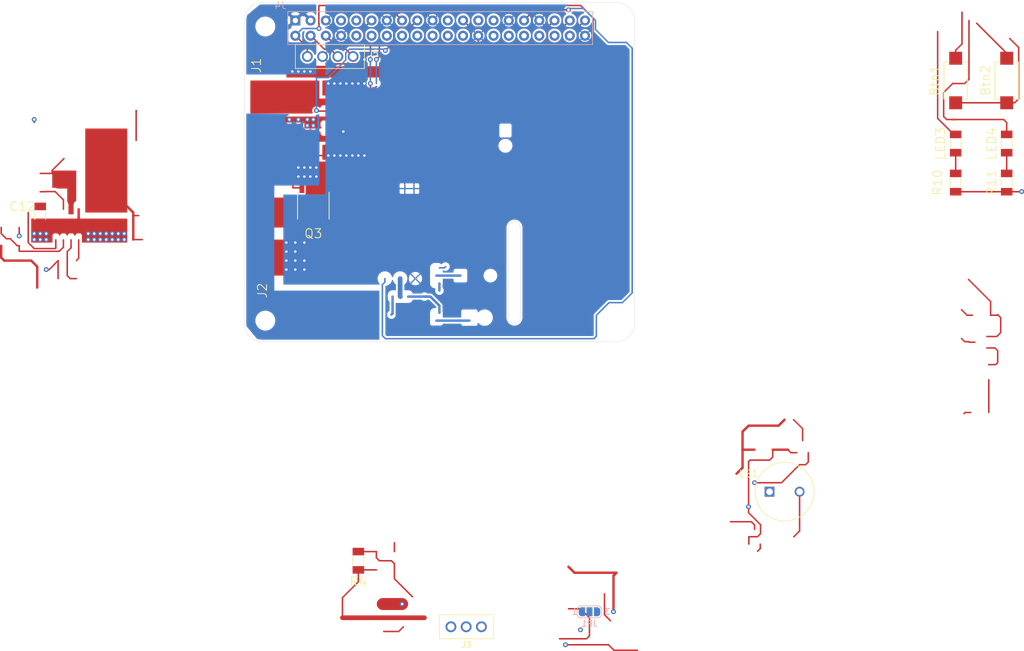
<source format=kicad_pcb>
(kicad_pcb (version 20171130) (host pcbnew "(5.1.2-1)-1")

  (general
    (thickness 1.6)
    (drawings 12)
    (tracks 398)
    (zones 0)
    (modules 20)
    (nets 56)
  )

  (page A4)
  (layers
    (0 F.Cu signal)
    (31 B.Cu signal)
    (32 B.Adhes user)
    (33 F.Adhes user)
    (34 B.Paste user)
    (35 F.Paste user)
    (36 B.SilkS user)
    (37 F.SilkS user)
    (38 B.Mask user)
    (39 F.Mask user)
    (40 Dwgs.User user)
    (41 Cmts.User user)
    (42 Eco1.User user)
    (43 Eco2.User user)
    (44 Edge.Cuts user)
    (45 Margin user)
    (46 B.CrtYd user)
    (47 F.CrtYd user)
    (48 B.Fab user hide)
    (49 F.Fab user hide)
  )

  (setup
    (last_trace_width 0.25)
    (user_trace_width 0.4)
    (user_trace_width 0.783)
    (user_trace_width 2)
    (user_trace_width 4.9)
    (trace_clearance 0.2)
    (zone_clearance 0.3)
    (zone_45_only no)
    (trace_min 0.2)
    (via_size 0.8)
    (via_drill 0.4)
    (via_min_size 0.3)
    (via_min_drill 0.3)
    (uvia_size 0.3)
    (uvia_drill 0.1)
    (uvias_allowed no)
    (uvia_min_size 0.2)
    (uvia_min_drill 0.1)
    (edge_width 0.05)
    (segment_width 0.2)
    (pcb_text_width 0.3)
    (pcb_text_size 1.5 1.5)
    (mod_edge_width 0.12)
    (mod_text_size 1 1)
    (mod_text_width 0.15)
    (pad_size 2.7 2.7)
    (pad_drill 2.7)
    (pad_to_mask_clearance 0.1)
    (solder_mask_min_width 0.25)
    (aux_axis_origin 0 0)
    (visible_elements FFFFFF7F)
    (pcbplotparams
      (layerselection 0x010f0_ffffffff)
      (usegerberextensions true)
      (usegerberattributes false)
      (usegerberadvancedattributes false)
      (creategerberjobfile false)
      (excludeedgelayer true)
      (linewidth 0.100000)
      (plotframeref false)
      (viasonmask false)
      (mode 1)
      (useauxorigin false)
      (hpglpennumber 1)
      (hpglpenspeed 20)
      (hpglpendiameter 15.000000)
      (psnegative false)
      (psa4output false)
      (plotreference true)
      (plotvalue true)
      (plotinvisibletext false)
      (padsonsilk true)
      (subtractmaskfromsilk false)
      (outputformat 1)
      (mirror false)
      (drillshape 0)
      (scaleselection 1)
      (outputdirectory "Gerber Files/"))
  )

  (net 0 "")
  (net 1 GND)
  (net 2 SCL)
  (net 3 SDA)
  (net 4 +5V)
  (net 5 Vbat)
  (net 6 "Net-(C5-Pad2)")
  (net 7 "Net-(C4-Pad2)")
  (net 8 GPIO26)
  (net 9 GPIO13)
  (net 10 GPIO6)
  (net 11 GPIO5)
  (net 12 "Net-(IC2-Pad1)")
  (net 13 Vservo)
  (net 14 "Net-(IC3-Pad2)")
  (net 15 GPIO18)
  (net 16 GPIO24)
  (net 17 GPIO25)
  (net 18 GPIO23)
  (net 19 GPIO12)
  (net 20 GPIO16)
  (net 21 GPIO20)
  (net 22 GPIO21)
  (net 23 "Net-(J4-Pad2)")
  (net 24 GPIO8)
  (net 25 "Net-(IC1-Pad1)")
  (net 26 "Net-(JP1-Pad1)")
  (net 27 "Net-(JP2-Pad1)")
  (net 28 +3V3)
  (net 29 "Net-(JP2-Pad2)")
  (net 30 +BATT)
  (net 31 "Net-(C3-Pad2)")
  (net 32 "Net-(C4-Pad1)")
  (net 33 "Net-(IRD1-Pad1)")
  (net 34 "Net-(IRD1-Pad2)")
  (net 35 "Net-(J1-Pad1)")
  (net 36 "Net-(J1-Pad2)")
  (net 37 "Net-(J2-Pad1)")
  (net 38 "Net-(J3-Pad2)")
  (net 39 "Net-(J4-Pad8)")
  (net 40 "Net-(J4-Pad9)")
  (net 41 "Net-(J4-Pad10)")
  (net 42 "Net-(J4-Pad11)")
  (net 43 "Net-(J4-Pad13)")
  (net 44 "Net-(J4-Pad15)")
  (net 45 "Net-(J4-Pad17)")
  (net 46 "Net-(J4-Pad19)")
  (net 47 "Net-(J4-Pad21)")
  (net 48 "Net-(J4-Pad23)")
  (net 49 "Net-(J4-Pad26)")
  (net 50 "Net-(J4-Pad27)")
  (net 51 "Net-(J4-Pad28)")
  (net 52 "Net-(J4-Pad35)")
  (net 53 "Net-(LED3-Pad1)")
  (net 54 "Net-(LED4-Pad1)")
  (net 55 "Net-(IC1-Pad5)")

  (net_class Default "This is the default net class."
    (clearance 0.2)
    (trace_width 0.25)
    (via_dia 0.8)
    (via_drill 0.4)
    (uvia_dia 0.3)
    (uvia_drill 0.1)
    (add_net +3V3)
    (add_net +5V)
    (add_net +BATT)
    (add_net GND)
    (add_net GPIO12)
    (add_net GPIO13)
    (add_net GPIO16)
    (add_net GPIO18)
    (add_net GPIO20)
    (add_net GPIO21)
    (add_net GPIO23)
    (add_net GPIO24)
    (add_net GPIO25)
    (add_net GPIO26)
    (add_net GPIO5)
    (add_net GPIO6)
    (add_net GPIO8)
    (add_net "Net-(C3-Pad2)")
    (add_net "Net-(C4-Pad1)")
    (add_net "Net-(C4-Pad2)")
    (add_net "Net-(C5-Pad2)")
    (add_net "Net-(IC1-Pad1)")
    (add_net "Net-(IC1-Pad5)")
    (add_net "Net-(IC2-Pad1)")
    (add_net "Net-(IC3-Pad2)")
    (add_net "Net-(IRD1-Pad1)")
    (add_net "Net-(IRD1-Pad2)")
    (add_net "Net-(J1-Pad1)")
    (add_net "Net-(J1-Pad2)")
    (add_net "Net-(J2-Pad1)")
    (add_net "Net-(J3-Pad2)")
    (add_net "Net-(J4-Pad10)")
    (add_net "Net-(J4-Pad11)")
    (add_net "Net-(J4-Pad13)")
    (add_net "Net-(J4-Pad15)")
    (add_net "Net-(J4-Pad17)")
    (add_net "Net-(J4-Pad19)")
    (add_net "Net-(J4-Pad2)")
    (add_net "Net-(J4-Pad21)")
    (add_net "Net-(J4-Pad23)")
    (add_net "Net-(J4-Pad26)")
    (add_net "Net-(J4-Pad27)")
    (add_net "Net-(J4-Pad28)")
    (add_net "Net-(J4-Pad35)")
    (add_net "Net-(J4-Pad8)")
    (add_net "Net-(J4-Pad9)")
    (add_net "Net-(JP1-Pad1)")
    (add_net "Net-(JP2-Pad1)")
    (add_net "Net-(JP2-Pad2)")
    (add_net "Net-(LED3-Pad1)")
    (add_net "Net-(LED4-Pad1)")
    (add_net SCL)
    (add_net SDA)
    (add_net Vbat)
    (add_net Vservo)
  )

  (module library_express_pro:RLC_EIA_3216 (layer F.Cu) (tedit 5D2A9901) (tstamp 5D3A2013)
    (at 246.5 98.5 90)
    (descr "Capacitor, Chip; 3.20 mm L X 1.60 mm W X 1.35 mm H body")
    (path /5DA6BC05)
    (attr smd)
    (fp_text reference R11 (at 0 -2.5 90) (layer F.SilkS)
      (effects (font (size 1.5 1.5) (thickness 0.15)))
    )
    (fp_text value 6.8k (at 0 2.5 90) (layer F.Fab)
      (effects (font (size 1.2 1.2) (thickness 0.12)))
    )
    (fp_line (start -1.1 -0.8) (end -1.1 0.8) (layer Dwgs.User) (width 0.025))
    (fp_line (start -1.1 0.8) (end -1.6 0.8) (layer Dwgs.User) (width 0.025))
    (fp_line (start -1.6 0.8) (end -1.6 -0.8) (layer Dwgs.User) (width 0.025))
    (fp_line (start -1.6 -0.8) (end -1.1 -0.8) (layer Dwgs.User) (width 0.025))
    (fp_line (start 1.1 0.8) (end 1.1 -0.8) (layer Dwgs.User) (width 0.025))
    (fp_line (start 1.1 -0.8) (end 1.6 -0.8) (layer Dwgs.User) (width 0.025))
    (fp_line (start 1.6 -0.8) (end 1.6 0.8) (layer Dwgs.User) (width 0.025))
    (fp_line (start 1.6 0.8) (end 1.1 0.8) (layer Dwgs.User) (width 0.025))
    (fp_line (start -1.6 0.8) (end -1.6 -0.8) (layer Dwgs.User) (width 0.025))
    (fp_line (start -1.6 -0.8) (end 1.6 -0.8) (layer Dwgs.User) (width 0.025))
    (fp_line (start 1.6 -0.8) (end 1.6 0.8) (layer Dwgs.User) (width 0.025))
    (fp_line (start 1.6 0.8) (end -1.6 0.8) (layer Dwgs.User) (width 0.025))
    (fp_line (start -1.7 0.9) (end -1.7 -0.9) (layer F.Fab) (width 0.12))
    (fp_line (start -1.7 -0.9) (end 1.7 -0.9) (layer F.Fab) (width 0.12))
    (fp_line (start 1.7 -0.9) (end 1.7 0.9) (layer F.Fab) (width 0.12))
    (fp_line (start 1.7 0.9) (end -1.7 0.9) (layer F.Fab) (width 0.12))
    (fp_line (start -0.67 -0.9) (end 0.67 -0.9) (layer F.SilkS) (width 0.15))
    (fp_line (start -0.67 0.9) (end 0.67 0.9) (layer F.SilkS) (width 0.15))
    (fp_line (start -2.56 1.36) (end -2.56 -1.36) (layer F.CrtYd) (width 0.05))
    (fp_line (start -2.56 -1.36) (end 2.56 -1.36) (layer F.CrtYd) (width 0.05))
    (fp_line (start 2.56 -1.36) (end 2.56 1.36) (layer F.CrtYd) (width 0.05))
    (fp_line (start 2.56 1.36) (end -2.56 1.36) (layer F.CrtYd) (width 0.05))
    (pad 1 smd rect (at -1.525 0 90) (size 1.26 1.92) (layers F.Cu F.Paste F.Mask)
      (net 1 GND))
    (pad 2 smd rect (at 1.525 0 90) (size 1.26 1.92) (layers F.Cu F.Paste F.Mask)
      (net 54 "Net-(LED4-Pad1)"))
    (model :footprint_3d:RLC_EIA_3216.STEP
      (at (xyz 0 0 0))
      (scale (xyz 1 1 1))
      (rotate (xyz 0 0 0))
    )
  )

  (module library_express_pro:RLC_EIA_3216 (layer F.Cu) (tedit 5D2A9901) (tstamp 5D3A1FF7)
    (at 238 98.5 90)
    (descr "Capacitor, Chip; 3.20 mm L X 1.60 mm W X 1.35 mm H body")
    (path /5DA699CD)
    (attr smd)
    (fp_text reference R10 (at 0 -3 90) (layer F.SilkS)
      (effects (font (size 1.5 1.5) (thickness 0.15)))
    )
    (fp_text value 2.2k (at 0 2.5 90) (layer F.Fab)
      (effects (font (size 1.2 1.2) (thickness 0.12)))
    )
    (fp_line (start -1.1 -0.8) (end -1.1 0.8) (layer Dwgs.User) (width 0.025))
    (fp_line (start -1.1 0.8) (end -1.6 0.8) (layer Dwgs.User) (width 0.025))
    (fp_line (start -1.6 0.8) (end -1.6 -0.8) (layer Dwgs.User) (width 0.025))
    (fp_line (start -1.6 -0.8) (end -1.1 -0.8) (layer Dwgs.User) (width 0.025))
    (fp_line (start 1.1 0.8) (end 1.1 -0.8) (layer Dwgs.User) (width 0.025))
    (fp_line (start 1.1 -0.8) (end 1.6 -0.8) (layer Dwgs.User) (width 0.025))
    (fp_line (start 1.6 -0.8) (end 1.6 0.8) (layer Dwgs.User) (width 0.025))
    (fp_line (start 1.6 0.8) (end 1.1 0.8) (layer Dwgs.User) (width 0.025))
    (fp_line (start -1.6 0.8) (end -1.6 -0.8) (layer Dwgs.User) (width 0.025))
    (fp_line (start -1.6 -0.8) (end 1.6 -0.8) (layer Dwgs.User) (width 0.025))
    (fp_line (start 1.6 -0.8) (end 1.6 0.8) (layer Dwgs.User) (width 0.025))
    (fp_line (start 1.6 0.8) (end -1.6 0.8) (layer Dwgs.User) (width 0.025))
    (fp_line (start -1.7 0.9) (end -1.7 -0.9) (layer F.Fab) (width 0.12))
    (fp_line (start -1.7 -0.9) (end 1.7 -0.9) (layer F.Fab) (width 0.12))
    (fp_line (start 1.7 -0.9) (end 1.7 0.9) (layer F.Fab) (width 0.12))
    (fp_line (start 1.7 0.9) (end -1.7 0.9) (layer F.Fab) (width 0.12))
    (fp_line (start -0.67 -0.9) (end 0.67 -0.9) (layer F.SilkS) (width 0.15))
    (fp_line (start -0.67 0.9) (end 0.67 0.9) (layer F.SilkS) (width 0.15))
    (fp_line (start -2.56 1.36) (end -2.56 -1.36) (layer F.CrtYd) (width 0.05))
    (fp_line (start -2.56 -1.36) (end 2.56 -1.36) (layer F.CrtYd) (width 0.05))
    (fp_line (start 2.56 -1.36) (end 2.56 1.36) (layer F.CrtYd) (width 0.05))
    (fp_line (start 2.56 1.36) (end -2.56 1.36) (layer F.CrtYd) (width 0.05))
    (pad 1 smd rect (at -1.525 0 90) (size 1.26 1.92) (layers F.Cu F.Paste F.Mask)
      (net 1 GND))
    (pad 2 smd rect (at 1.525 0 90) (size 1.26 1.92) (layers F.Cu F.Paste F.Mask)
      (net 53 "Net-(LED3-Pad1)"))
    (model :footprint_3d:RLC_EIA_3216.STEP
      (at (xyz 0 0 0))
      (scale (xyz 1 1 1))
      (rotate (xyz 0 0 0))
    )
  )

  (module library_express_pro:RLC_EIA_3216 (layer F.Cu) (tedit 5D2A9901) (tstamp 5D383D2A)
    (at 85.5 104 90)
    (descr "Capacitor, Chip; 3.20 mm L X 1.60 mm W X 1.35 mm H body")
    (path /5D550A06)
    (attr smd)
    (fp_text reference C12 (at 1.5 -3 180) (layer F.SilkS)
      (effects (font (size 1.5 1.5) (thickness 0.15)))
    )
    (fp_text value 10uF (at 0 2.5 90) (layer F.Fab)
      (effects (font (size 1.2 1.2) (thickness 0.12)))
    )
    (fp_line (start -1.1 -0.8) (end -1.1 0.8) (layer Dwgs.User) (width 0.025))
    (fp_line (start -1.1 0.8) (end -1.6 0.8) (layer Dwgs.User) (width 0.025))
    (fp_line (start -1.6 0.8) (end -1.6 -0.8) (layer Dwgs.User) (width 0.025))
    (fp_line (start -1.6 -0.8) (end -1.1 -0.8) (layer Dwgs.User) (width 0.025))
    (fp_line (start 1.1 0.8) (end 1.1 -0.8) (layer Dwgs.User) (width 0.025))
    (fp_line (start 1.1 -0.8) (end 1.6 -0.8) (layer Dwgs.User) (width 0.025))
    (fp_line (start 1.6 -0.8) (end 1.6 0.8) (layer Dwgs.User) (width 0.025))
    (fp_line (start 1.6 0.8) (end 1.1 0.8) (layer Dwgs.User) (width 0.025))
    (fp_line (start -1.6 0.8) (end -1.6 -0.8) (layer Dwgs.User) (width 0.025))
    (fp_line (start -1.6 -0.8) (end 1.6 -0.8) (layer Dwgs.User) (width 0.025))
    (fp_line (start 1.6 -0.8) (end 1.6 0.8) (layer Dwgs.User) (width 0.025))
    (fp_line (start 1.6 0.8) (end -1.6 0.8) (layer Dwgs.User) (width 0.025))
    (fp_line (start -1.7 0.9) (end -1.7 -0.9) (layer F.Fab) (width 0.12))
    (fp_line (start -1.7 -0.9) (end 1.7 -0.9) (layer F.Fab) (width 0.12))
    (fp_line (start 1.7 -0.9) (end 1.7 0.9) (layer F.Fab) (width 0.12))
    (fp_line (start 1.7 0.9) (end -1.7 0.9) (layer F.Fab) (width 0.12))
    (fp_line (start -0.67 -0.9) (end 0.67 -0.9) (layer F.SilkS) (width 0.15))
    (fp_line (start -0.67 0.9) (end 0.67 0.9) (layer F.SilkS) (width 0.15))
    (fp_line (start -2.56 1.36) (end -2.56 -1.36) (layer F.CrtYd) (width 0.05))
    (fp_line (start -2.56 -1.36) (end 2.56 -1.36) (layer F.CrtYd) (width 0.05))
    (fp_line (start 2.56 -1.36) (end 2.56 1.36) (layer F.CrtYd) (width 0.05))
    (fp_line (start 2.56 1.36) (end -2.56 1.36) (layer F.CrtYd) (width 0.05))
    (pad 1 smd rect (at -1.525 0 90) (size 1.26 1.92) (layers F.Cu F.Paste F.Mask)
      (net 1 GND))
    (pad 2 smd rect (at 1.525 0 90) (size 1.26 1.92) (layers F.Cu F.Paste F.Mask)
      (net 30 +BATT))
    (model :footprint_3d:RLC_EIA_3216.STEP
      (at (xyz 0 0 0))
      (scale (xyz 1 1 1))
      (rotate (xyz 0 0 0))
    )
  )

  (module library_express_pro:RasPi_Header_0.9 (layer B.Cu) (tedit 5D375458) (tstamp 5D2B82D7)
    (at 128 71.5)
    (descr "Header, Vertical, 2.54 mm pitch; 0.90 mm lead width, 40 pins, 2 rows, 20 pins per row, 19.00 mm L X 5.50 mm W X 6.00 mm H body")
    (path /5D0DCA59)
    (fp_text reference J4 (at -2.5 -2.5) (layer B.SilkS)
      (effects (font (size 1.2 1.2) (thickness 0.12)) (justify mirror))
    )
    (fp_text value Conn_02x20_Odd_Even (at 28.999942 -2.999994) (layer B.Fab)
      (effects (font (size 1.2 1.2) (thickness 0.12)) (justify mirror))
    )
    (fp_text user %R (at 25.499949 5.499989) (layer B.Fab)
      (effects (font (size 2 2) (thickness 0.2)) (justify mirror))
    )
    (fp_line (start -0.45 -0.45) (end -0.45 0.45) (layer Dwgs.User) (width 0.025))
    (fp_line (start -0.45 0.45) (end 0.45 0.45) (layer Dwgs.User) (width 0.025))
    (fp_line (start 0.45 0.45) (end 0.45 -0.45) (layer Dwgs.User) (width 0.025))
    (fp_line (start 0.45 -0.45) (end -0.45 -0.45) (layer Dwgs.User) (width 0.025))
    (fp_line (start -0.45 2.09) (end -0.45 2.99) (layer Dwgs.User) (width 0.025))
    (fp_line (start -0.45 2.99) (end 0.45 2.99) (layer Dwgs.User) (width 0.025))
    (fp_line (start 0.45 2.99) (end 0.45 2.09) (layer Dwgs.User) (width 0.025))
    (fp_line (start 0.45 2.09) (end -0.45 2.09) (layer Dwgs.User) (width 0.025))
    (fp_line (start 2.09 -0.45) (end 2.09 0.45) (layer Dwgs.User) (width 0.025))
    (fp_line (start 2.09 0.45) (end 2.99 0.45) (layer Dwgs.User) (width 0.025))
    (fp_line (start 2.99 0.45) (end 2.99 -0.45) (layer Dwgs.User) (width 0.025))
    (fp_line (start 2.99 -0.45) (end 2.09 -0.45) (layer Dwgs.User) (width 0.025))
    (fp_line (start 2.09 2.09) (end 2.09 2.99) (layer Dwgs.User) (width 0.025))
    (fp_line (start 2.09 2.99) (end 2.99 2.99) (layer Dwgs.User) (width 0.025))
    (fp_line (start 2.99 2.99) (end 2.99 2.09) (layer Dwgs.User) (width 0.025))
    (fp_line (start 2.99 2.09) (end 2.09 2.09) (layer Dwgs.User) (width 0.025))
    (fp_line (start 4.63 -0.45) (end 4.63 0.45) (layer Dwgs.User) (width 0.025))
    (fp_line (start 4.63 0.45) (end 5.53 0.45) (layer Dwgs.User) (width 0.025))
    (fp_line (start 5.53 0.45) (end 5.53 -0.45) (layer Dwgs.User) (width 0.025))
    (fp_line (start 5.53 -0.45) (end 4.63 -0.45) (layer Dwgs.User) (width 0.025))
    (fp_line (start 4.63 2.09) (end 4.63 2.99) (layer Dwgs.User) (width 0.025))
    (fp_line (start 4.63 2.99) (end 5.53 2.99) (layer Dwgs.User) (width 0.025))
    (fp_line (start 5.53 2.99) (end 5.53 2.09) (layer Dwgs.User) (width 0.025))
    (fp_line (start 5.53 2.09) (end 4.63 2.09) (layer Dwgs.User) (width 0.025))
    (fp_line (start 7.17 -0.45) (end 7.17 0.45) (layer Dwgs.User) (width 0.025))
    (fp_line (start 7.17 0.45) (end 8.07 0.45) (layer Dwgs.User) (width 0.025))
    (fp_line (start 8.07 0.45) (end 8.07 -0.45) (layer Dwgs.User) (width 0.025))
    (fp_line (start 8.07 -0.45) (end 7.17 -0.45) (layer Dwgs.User) (width 0.025))
    (fp_line (start 7.17 2.09) (end 7.17 2.99) (layer Dwgs.User) (width 0.025))
    (fp_line (start 7.17 2.99) (end 8.07 2.99) (layer Dwgs.User) (width 0.025))
    (fp_line (start 8.07 2.99) (end 8.07 2.09) (layer Dwgs.User) (width 0.025))
    (fp_line (start 8.07 2.09) (end 7.17 2.09) (layer Dwgs.User) (width 0.025))
    (fp_line (start 9.71 -0.45) (end 9.71 0.45) (layer Dwgs.User) (width 0.025))
    (fp_line (start 9.71 0.45) (end 10.61 0.45) (layer Dwgs.User) (width 0.025))
    (fp_line (start 10.61 0.45) (end 10.61 -0.45) (layer Dwgs.User) (width 0.025))
    (fp_line (start 10.61 -0.45) (end 9.71 -0.45) (layer Dwgs.User) (width 0.025))
    (fp_line (start 9.71 2.09) (end 9.71 2.99) (layer Dwgs.User) (width 0.025))
    (fp_line (start 9.71 2.99) (end 10.61 2.99) (layer Dwgs.User) (width 0.025))
    (fp_line (start 10.61 2.99) (end 10.61 2.09) (layer Dwgs.User) (width 0.025))
    (fp_line (start 10.61 2.09) (end 9.71 2.09) (layer Dwgs.User) (width 0.025))
    (fp_line (start 12.25 -0.45) (end 12.25 0.45) (layer Dwgs.User) (width 0.025))
    (fp_line (start 12.25 0.45) (end 13.15 0.45) (layer Dwgs.User) (width 0.025))
    (fp_line (start 13.15 0.45) (end 13.15 -0.45) (layer Dwgs.User) (width 0.025))
    (fp_line (start 13.15 -0.45) (end 12.25 -0.45) (layer Dwgs.User) (width 0.025))
    (fp_line (start 12.25 2.09) (end 12.25 2.99) (layer Dwgs.User) (width 0.025))
    (fp_line (start 12.25 2.99) (end 13.15 2.99) (layer Dwgs.User) (width 0.025))
    (fp_line (start 13.15 2.99) (end 13.15 2.09) (layer Dwgs.User) (width 0.025))
    (fp_line (start 13.15 2.09) (end 12.25 2.09) (layer Dwgs.User) (width 0.025))
    (fp_line (start 14.79 -0.45) (end 14.79 0.45) (layer Dwgs.User) (width 0.025))
    (fp_line (start 14.79 0.45) (end 15.69 0.45) (layer Dwgs.User) (width 0.025))
    (fp_line (start 15.69 0.45) (end 15.69 -0.45) (layer Dwgs.User) (width 0.025))
    (fp_line (start 15.69 -0.45) (end 14.79 -0.45) (layer Dwgs.User) (width 0.025))
    (fp_line (start 14.79 2.09) (end 14.79 2.99) (layer Dwgs.User) (width 0.025))
    (fp_line (start 14.79 2.99) (end 15.69 2.99) (layer Dwgs.User) (width 0.025))
    (fp_line (start 15.69 2.99) (end 15.69 2.09) (layer Dwgs.User) (width 0.025))
    (fp_line (start 15.69 2.09) (end 14.79 2.09) (layer Dwgs.User) (width 0.025))
    (fp_line (start 17.33 -0.45) (end 17.33 0.45) (layer Dwgs.User) (width 0.025))
    (fp_line (start 17.33 0.45) (end 18.23 0.45) (layer Dwgs.User) (width 0.025))
    (fp_line (start 18.23 0.45) (end 18.23 -0.45) (layer Dwgs.User) (width 0.025))
    (fp_line (start 18.23 -0.45) (end 17.33 -0.45) (layer Dwgs.User) (width 0.025))
    (fp_line (start 17.33 2.09) (end 17.33 2.99) (layer Dwgs.User) (width 0.025))
    (fp_line (start 17.33 2.99) (end 18.23 2.99) (layer Dwgs.User) (width 0.025))
    (fp_line (start 18.23 2.99) (end 18.23 2.09) (layer Dwgs.User) (width 0.025))
    (fp_line (start 18.23 2.09) (end 17.33 2.09) (layer Dwgs.User) (width 0.025))
    (fp_line (start 19.87 -0.45) (end 19.87 0.45) (layer Dwgs.User) (width 0.025))
    (fp_line (start 19.87 0.45) (end 20.77 0.45) (layer Dwgs.User) (width 0.025))
    (fp_line (start 20.77 0.45) (end 20.77 -0.45) (layer Dwgs.User) (width 0.025))
    (fp_line (start 20.77 -0.45) (end 19.87 -0.45) (layer Dwgs.User) (width 0.025))
    (fp_line (start 19.87 2.09) (end 19.87 2.99) (layer Dwgs.User) (width 0.025))
    (fp_line (start 19.87 2.99) (end 20.77 2.99) (layer Dwgs.User) (width 0.025))
    (fp_line (start 20.77 2.99) (end 20.77 2.09) (layer Dwgs.User) (width 0.025))
    (fp_line (start 20.77 2.09) (end 19.87 2.09) (layer Dwgs.User) (width 0.025))
    (fp_line (start 22.41 -0.45) (end 22.41 0.45) (layer Dwgs.User) (width 0.025))
    (fp_line (start 22.41 0.45) (end 23.31 0.45) (layer Dwgs.User) (width 0.025))
    (fp_line (start 23.31 0.45) (end 23.31 -0.45) (layer Dwgs.User) (width 0.025))
    (fp_line (start 23.31 -0.45) (end 22.41 -0.45) (layer Dwgs.User) (width 0.025))
    (fp_line (start 22.41 2.09) (end 22.41 2.99) (layer Dwgs.User) (width 0.025))
    (fp_line (start 22.41 2.99) (end 23.31 2.99) (layer Dwgs.User) (width 0.025))
    (fp_line (start 23.31 2.99) (end 23.31 2.09) (layer Dwgs.User) (width 0.025))
    (fp_line (start 23.31 2.09) (end 22.41 2.09) (layer Dwgs.User) (width 0.025))
    (fp_line (start 24.95 -0.45) (end 24.95 0.45) (layer Dwgs.User) (width 0.025))
    (fp_line (start 24.95 0.45) (end 25.85 0.45) (layer Dwgs.User) (width 0.025))
    (fp_line (start 25.85 0.45) (end 25.85 -0.45) (layer Dwgs.User) (width 0.025))
    (fp_line (start 25.85 -0.45) (end 24.95 -0.45) (layer Dwgs.User) (width 0.025))
    (fp_line (start 24.95 2.09) (end 24.95 2.99) (layer Dwgs.User) (width 0.025))
    (fp_line (start 24.95 2.99) (end 25.85 2.99) (layer Dwgs.User) (width 0.025))
    (fp_line (start 25.85 2.99) (end 25.85 2.09) (layer Dwgs.User) (width 0.025))
    (fp_line (start 25.85 2.09) (end 24.95 2.09) (layer Dwgs.User) (width 0.025))
    (fp_line (start 27.49 -0.45) (end 27.49 0.45) (layer Dwgs.User) (width 0.025))
    (fp_line (start 27.49 0.45) (end 28.39 0.45) (layer Dwgs.User) (width 0.025))
    (fp_line (start 28.39 0.45) (end 28.39 -0.45) (layer Dwgs.User) (width 0.025))
    (fp_line (start 28.39 -0.45) (end 27.49 -0.45) (layer Dwgs.User) (width 0.025))
    (fp_line (start 27.49 2.09) (end 27.49 2.99) (layer Dwgs.User) (width 0.025))
    (fp_line (start 27.49 2.99) (end 28.39 2.99) (layer Dwgs.User) (width 0.025))
    (fp_line (start 28.39 2.99) (end 28.39 2.09) (layer Dwgs.User) (width 0.025))
    (fp_line (start 28.39 2.09) (end 27.49 2.09) (layer Dwgs.User) (width 0.025))
    (fp_line (start 30.03 -0.45) (end 30.03 0.45) (layer Dwgs.User) (width 0.025))
    (fp_line (start 30.03 0.45) (end 30.93 0.45) (layer Dwgs.User) (width 0.025))
    (fp_line (start 30.93 0.45) (end 30.93 -0.45) (layer Dwgs.User) (width 0.025))
    (fp_line (start 30.93 -0.45) (end 30.03 -0.45) (layer Dwgs.User) (width 0.025))
    (fp_line (start 30.03 2.09) (end 30.03 2.99) (layer Dwgs.User) (width 0.025))
    (fp_line (start 30.03 2.99) (end 30.93 2.99) (layer Dwgs.User) (width 0.025))
    (fp_line (start 30.93 2.99) (end 30.93 2.09) (layer Dwgs.User) (width 0.025))
    (fp_line (start 30.93 2.09) (end 30.03 2.09) (layer Dwgs.User) (width 0.025))
    (fp_line (start 32.57 -0.45) (end 32.57 0.45) (layer Dwgs.User) (width 0.025))
    (fp_line (start 32.57 0.45) (end 33.47 0.45) (layer Dwgs.User) (width 0.025))
    (fp_line (start 33.47 0.45) (end 33.47 -0.45) (layer Dwgs.User) (width 0.025))
    (fp_line (start 33.47 -0.45) (end 32.57 -0.45) (layer Dwgs.User) (width 0.025))
    (fp_line (start 32.57 2.09) (end 32.57 2.99) (layer Dwgs.User) (width 0.025))
    (fp_line (start 32.57 2.99) (end 33.47 2.99) (layer Dwgs.User) (width 0.025))
    (fp_line (start 33.47 2.99) (end 33.47 2.09) (layer Dwgs.User) (width 0.025))
    (fp_line (start 33.47 2.09) (end 32.57 2.09) (layer Dwgs.User) (width 0.025))
    (fp_line (start 35.11 -0.45) (end 35.11 0.45) (layer Dwgs.User) (width 0.025))
    (fp_line (start 35.11 0.45) (end 36.01 0.45) (layer Dwgs.User) (width 0.025))
    (fp_line (start 36.01 0.45) (end 36.01 -0.45) (layer Dwgs.User) (width 0.025))
    (fp_line (start 36.01 -0.45) (end 35.11 -0.45) (layer Dwgs.User) (width 0.025))
    (fp_line (start 35.11 2.09) (end 35.11 2.99) (layer Dwgs.User) (width 0.025))
    (fp_line (start 35.11 2.99) (end 36.01 2.99) (layer Dwgs.User) (width 0.025))
    (fp_line (start 36.01 2.99) (end 36.01 2.09) (layer Dwgs.User) (width 0.025))
    (fp_line (start 36.01 2.09) (end 35.11 2.09) (layer Dwgs.User) (width 0.025))
    (fp_line (start 37.65 -0.45) (end 37.65 0.45) (layer Dwgs.User) (width 0.025))
    (fp_line (start 37.65 0.45) (end 38.55 0.45) (layer Dwgs.User) (width 0.025))
    (fp_line (start 38.55 0.45) (end 38.55 -0.45) (layer Dwgs.User) (width 0.025))
    (fp_line (start 38.55 -0.45) (end 37.65 -0.45) (layer Dwgs.User) (width 0.025))
    (fp_line (start 37.65 2.09) (end 37.65 2.99) (layer Dwgs.User) (width 0.025))
    (fp_line (start 37.65 2.99) (end 38.55 2.99) (layer Dwgs.User) (width 0.025))
    (fp_line (start 38.55 2.99) (end 38.55 2.09) (layer Dwgs.User) (width 0.025))
    (fp_line (start 38.55 2.09) (end 37.65 2.09) (layer Dwgs.User) (width 0.025))
    (fp_line (start 40.19 -0.45) (end 40.19 0.45) (layer Dwgs.User) (width 0.025))
    (fp_line (start 40.19 0.45) (end 41.09 0.45) (layer Dwgs.User) (width 0.025))
    (fp_line (start 41.09 0.45) (end 41.09 -0.45) (layer Dwgs.User) (width 0.025))
    (fp_line (start 41.09 -0.45) (end 40.19 -0.45) (layer Dwgs.User) (width 0.025))
    (fp_line (start 40.19 2.09) (end 40.19 2.99) (layer Dwgs.User) (width 0.025))
    (fp_line (start 40.19 2.99) (end 41.09 2.99) (layer Dwgs.User) (width 0.025))
    (fp_line (start 41.09 2.99) (end 41.09 2.09) (layer Dwgs.User) (width 0.025))
    (fp_line (start 41.09 2.09) (end 40.19 2.09) (layer Dwgs.User) (width 0.025))
    (fp_line (start 42.73 -0.45) (end 42.73 0.45) (layer Dwgs.User) (width 0.025))
    (fp_line (start 42.73 0.45) (end 43.63 0.45) (layer Dwgs.User) (width 0.025))
    (fp_line (start 43.63 0.45) (end 43.63 -0.45) (layer Dwgs.User) (width 0.025))
    (fp_line (start 43.63 -0.45) (end 42.73 -0.45) (layer Dwgs.User) (width 0.025))
    (fp_line (start 42.73 2.09) (end 42.73 2.99) (layer Dwgs.User) (width 0.025))
    (fp_line (start 42.73 2.99) (end 43.63 2.99) (layer Dwgs.User) (width 0.025))
    (fp_line (start 43.63 2.99) (end 43.63 2.09) (layer Dwgs.User) (width 0.025))
    (fp_line (start 43.63 2.09) (end 42.73 2.09) (layer Dwgs.User) (width 0.025))
    (fp_line (start 45.27 -0.45) (end 45.27 0.45) (layer Dwgs.User) (width 0.025))
    (fp_line (start 45.27 0.45) (end 46.17 0.45) (layer Dwgs.User) (width 0.025))
    (fp_line (start 46.17 0.45) (end 46.17 -0.45) (layer Dwgs.User) (width 0.025))
    (fp_line (start 46.17 -0.45) (end 45.27 -0.45) (layer Dwgs.User) (width 0.025))
    (fp_line (start 45.27 2.09) (end 45.27 2.99) (layer Dwgs.User) (width 0.025))
    (fp_line (start 45.27 2.99) (end 46.17 2.99) (layer Dwgs.User) (width 0.025))
    (fp_line (start 46.17 2.99) (end 46.17 2.09) (layer Dwgs.User) (width 0.025))
    (fp_line (start 46.17 2.09) (end 45.27 2.09) (layer Dwgs.User) (width 0.025))
    (fp_line (start 47.81 -0.45) (end 47.81 0.45) (layer Dwgs.User) (width 0.025))
    (fp_line (start 47.81 0.45) (end 48.71 0.45) (layer Dwgs.User) (width 0.025))
    (fp_line (start 48.71 0.45) (end 48.71 -0.45) (layer Dwgs.User) (width 0.025))
    (fp_line (start 48.71 -0.45) (end 47.81 -0.45) (layer Dwgs.User) (width 0.025))
    (fp_line (start 47.81 2.09) (end 47.81 2.99) (layer Dwgs.User) (width 0.025))
    (fp_line (start 47.81 2.99) (end 48.71 2.99) (layer Dwgs.User) (width 0.025))
    (fp_line (start 48.71 2.99) (end 48.71 2.09) (layer Dwgs.User) (width 0.025))
    (fp_line (start 48.71 2.09) (end 47.81 2.09) (layer Dwgs.User) (width 0.025))
    (fp_line (start 14.63 -1.48) (end 14.63 4.02) (layer Dwgs.User) (width 0.025))
    (fp_line (start 14.63 4.02) (end 33.63 4.02) (layer Dwgs.User) (width 0.025))
    (fp_line (start 33.63 4.02) (end 33.63 -1.48) (layer Dwgs.User) (width 0.025))
    (fp_line (start 33.63 -1.48) (end 14.63 -1.48) (layer Dwgs.User) (width 0.025))
    (fp_line (start -1.25 -1.48) (end -1.25 4.02) (layer B.SilkS) (width 0.12))
    (fp_line (start -1.25 4.02) (end 49.51 4.02) (layer B.SilkS) (width 0.12))
    (fp_line (start 49.51 4.02) (end 49.51 -1.48) (layer B.SilkS) (width 0.12))
    (fp_line (start 49.51 -1.48) (end -1.25 -1.48) (layer B.SilkS) (width 0.12))
    (fp_line (start -1.32 -1.73) (end -1.32 4.27) (layer B.CrtYd) (width 0.05))
    (fp_line (start -1.32 4.27) (end 49.58 4.27) (layer B.CrtYd) (width 0.05))
    (fp_line (start 49.58 4.27) (end 49.58 -1.73) (layer B.CrtYd) (width 0.05))
    (fp_line (start 49.58 -1.73) (end -1.32 -1.73) (layer B.CrtYd) (width 0.05))
    (fp_line (start 14.63 -1.48) (end 14.63 4.02) (layer B.Fab) (width 0.12))
    (fp_line (start 14.63 4.02) (end 33.63 4.02) (layer B.Fab) (width 0.12))
    (fp_line (start 33.63 -1.48) (end 14.63 -1.48) (layer B.Fab) (width 0.12))
    (pad 1 thru_hole rect (at 0 0) (size 1.6764 1.6764) (drill 0.900001) (layers *.Cu *.Mask)
      (net 28 +3V3))
    (pad 2 thru_hole circle (at 0 2.54) (size 1.6764 1.6764) (drill 0.900001) (layers *.Cu *.Mask)
      (net 4 +5V))
    (pad 3 thru_hole circle (at 2.54 0) (size 1.6764 1.6764) (drill 0.900001) (layers *.Cu *.Mask)
      (net 3 SDA))
    (pad 4 thru_hole circle (at 2.54 2.54) (size 1.6764 1.6764) (drill 0.900001) (layers *.Cu *.Mask)
      (net 4 +5V))
    (pad 5 thru_hole circle (at 5.08 0) (size 1.6764 1.6764) (drill 0.900001) (layers *.Cu *.Mask)
      (net 2 SCL))
    (pad 6 thru_hole circle (at 5.08 2.54) (size 1.6764 1.6764) (drill 0.900001) (layers *.Cu *.Mask)
      (net 1 GND))
    (pad 7 thru_hole circle (at 7.62 0) (size 1.6764 1.6764) (drill 0.900001) (layers *.Cu *.Mask)
      (net 1 GND))
    (pad 8 thru_hole circle (at 7.62 2.54) (size 1.6764 1.6764) (drill 0.900001) (layers *.Cu *.Mask)
      (net 39 "Net-(J4-Pad8)"))
    (pad 9 thru_hole circle (at 10.16 0) (size 1.6764 1.6764) (drill 0.900001) (layers *.Cu *.Mask)
      (net 40 "Net-(J4-Pad9)"))
    (pad 10 thru_hole circle (at 10.16 2.54) (size 1.6764 1.6764) (drill 0.900001) (layers *.Cu *.Mask)
      (net 41 "Net-(J4-Pad10)"))
    (pad 11 thru_hole circle (at 12.7 0) (size 1.6764 1.6764) (drill 0.900001) (layers *.Cu *.Mask)
      (net 42 "Net-(J4-Pad11)"))
    (pad 12 thru_hole circle (at 12.7 2.54) (size 1.6764 1.6764) (drill 0.900001) (layers *.Cu *.Mask)
      (net 15 GPIO18))
    (pad 13 thru_hole circle (at 15.24 0) (size 1.6764 1.6764) (drill 0.900001) (layers *.Cu *.Mask)
      (net 43 "Net-(J4-Pad13)"))
    (pad 14 thru_hole circle (at 15.24 2.54) (size 1.6764 1.6764) (drill 0.900001) (layers *.Cu *.Mask)
      (net 1 GND))
    (pad 15 thru_hole circle (at 17.78 0) (size 1.6764 1.6764) (drill 0.900001) (layers *.Cu *.Mask)
      (net 44 "Net-(J4-Pad15)"))
    (pad 16 thru_hole circle (at 17.78 2.54) (size 1.6764 1.6764) (drill 0.900001) (layers *.Cu *.Mask)
      (net 18 GPIO23))
    (pad 17 thru_hole circle (at 20.32 0) (size 1.6764 1.6764) (drill 0.900001) (layers *.Cu *.Mask)
      (net 45 "Net-(J4-Pad17)"))
    (pad 18 thru_hole circle (at 20.32 2.54) (size 1.6764 1.6764) (drill 0.900001) (layers *.Cu *.Mask)
      (net 16 GPIO24))
    (pad 19 thru_hole circle (at 22.86 0) (size 1.6764 1.6764) (drill 0.900001) (layers *.Cu *.Mask)
      (net 46 "Net-(J4-Pad19)"))
    (pad 20 thru_hole circle (at 22.86 2.54) (size 1.6764 1.6764) (drill 0.900001) (layers *.Cu *.Mask)
      (net 1 GND))
    (pad 21 thru_hole circle (at 25.4 0) (size 1.6764 1.6764) (drill 0.900001) (layers *.Cu *.Mask)
      (net 47 "Net-(J4-Pad21)"))
    (pad 22 thru_hole circle (at 25.4 2.54) (size 1.6764 1.6764) (drill 0.900001) (layers *.Cu *.Mask)
      (net 17 GPIO25))
    (pad 23 thru_hole circle (at 27.94 0) (size 1.6764 1.6764) (drill 0.900001) (layers *.Cu *.Mask)
      (net 48 "Net-(J4-Pad23)"))
    (pad 24 thru_hole circle (at 27.94 2.54) (size 1.6764 1.6764) (drill 0.900001) (layers *.Cu *.Mask)
      (net 24 GPIO8))
    (pad 25 thru_hole circle (at 30.48 0) (size 1.6764 1.6764) (drill 0.900001) (layers *.Cu *.Mask)
      (net 1 GND))
    (pad 26 thru_hole circle (at 30.48 2.54) (size 1.6764 1.6764) (drill 0.900001) (layers *.Cu *.Mask)
      (net 49 "Net-(J4-Pad26)"))
    (pad 27 thru_hole circle (at 33.02 0) (size 1.6764 1.6764) (drill 0.900001) (layers *.Cu *.Mask)
      (net 50 "Net-(J4-Pad27)"))
    (pad 28 thru_hole circle (at 33.02 2.54) (size 1.6764 1.6764) (drill 0.900001) (layers *.Cu *.Mask)
      (net 51 "Net-(J4-Pad28)"))
    (pad 29 thru_hole circle (at 35.56 0) (size 1.6764 1.6764) (drill 0.900001) (layers *.Cu *.Mask)
      (net 11 GPIO5))
    (pad 30 thru_hole circle (at 35.56 2.54) (size 1.6764 1.6764) (drill 0.900001) (layers *.Cu *.Mask)
      (net 1 GND))
    (pad 31 thru_hole circle (at 38.1 0) (size 1.6764 1.6764) (drill 0.900001) (layers *.Cu *.Mask)
      (net 10 GPIO6))
    (pad 32 thru_hole circle (at 38.1 2.54) (size 1.6764 1.6764) (drill 0.900001) (layers *.Cu *.Mask)
      (net 19 GPIO12))
    (pad 33 thru_hole circle (at 40.64 0) (size 1.6764 1.6764) (drill 0.900001) (layers *.Cu *.Mask)
      (net 9 GPIO13))
    (pad 34 thru_hole circle (at 40.64 2.54) (size 1.6764 1.6764) (drill 0.900001) (layers *.Cu *.Mask)
      (net 1 GND))
    (pad 35 thru_hole circle (at 43.18 0) (size 1.6764 1.6764) (drill 0.900001) (layers *.Cu *.Mask)
      (net 52 "Net-(J4-Pad35)"))
    (pad 36 thru_hole circle (at 43.18 2.54) (size 1.6764 1.6764) (drill 0.900001) (layers *.Cu *.Mask)
      (net 20 GPIO16))
    (pad 37 thru_hole circle (at 45.72 0) (size 1.6764 1.6764) (drill 0.900001) (layers *.Cu *.Mask)
      (net 8 GPIO26))
    (pad 38 thru_hole circle (at 45.72 2.54) (size 1.6764 1.6764) (drill 0.900001) (layers *.Cu *.Mask)
      (net 21 GPIO20))
    (pad 39 thru_hole circle (at 48.26 0) (size 1.6764 1.6764) (drill 0.900001) (layers *.Cu *.Mask)
      (net 1 GND))
    (pad 40 thru_hole circle (at 48.26 2.54) (size 1.6764 1.6764) (drill 0.900001) (layers *.Cu *.Mask)
      (net 22 GPIO21))
  )

  (module Jumper:SolderJumper-3_P1.3mm_Open_RoundedPad1.0x1.5mm_NumberLabels (layer B.Cu) (tedit 5B391ED1) (tstamp 5D397E6B)
    (at 177 170)
    (descr "SMD Solder 3-pad Jumper, 1x1.5mm rounded Pads, 0.3mm gap, open, labeled with numbers")
    (tags "solder jumper open")
    (path /5D994E08)
    (attr virtual)
    (fp_text reference JP1 (at 0 2) (layer B.SilkS)
      (effects (font (size 1 1) (thickness 0.15)) (justify mirror))
    )
    (fp_text value SolderJumper_3_Bridged12 (at 0 -1.9) (layer B.Fab)
      (effects (font (size 1 1) (thickness 0.15)) (justify mirror))
    )
    (fp_arc (start -1.35 0.3) (end -1.35 1) (angle 90) (layer B.SilkS) (width 0.12))
    (fp_arc (start -1.35 -0.3) (end -2.05 -0.3) (angle 90) (layer B.SilkS) (width 0.12))
    (fp_arc (start 1.35 -0.3) (end 1.35 -1) (angle 90) (layer B.SilkS) (width 0.12))
    (fp_arc (start 1.35 0.3) (end 2.05 0.3) (angle 90) (layer B.SilkS) (width 0.12))
    (fp_line (start 2.3 -1.25) (end -2.3 -1.25) (layer B.CrtYd) (width 0.05))
    (fp_line (start 2.3 -1.25) (end 2.3 1.25) (layer B.CrtYd) (width 0.05))
    (fp_line (start -2.3 1.25) (end -2.3 -1.25) (layer B.CrtYd) (width 0.05))
    (fp_line (start -2.3 1.25) (end 2.3 1.25) (layer B.CrtYd) (width 0.05))
    (fp_line (start -1.4 1) (end 1.4 1) (layer B.SilkS) (width 0.12))
    (fp_line (start 2.05 0.3) (end 2.05 -0.3) (layer B.SilkS) (width 0.12))
    (fp_line (start 1.4 -1) (end -1.4 -1) (layer B.SilkS) (width 0.12))
    (fp_line (start -2.05 -0.3) (end -2.05 0.3) (layer B.SilkS) (width 0.12))
    (fp_text user 1 (at -2.5 0) (layer B.SilkS)
      (effects (font (size 1 1) (thickness 0.15)) (justify mirror))
    )
    (fp_text user 3 (at 3 0) (layer B.SilkS)
      (effects (font (size 1 1) (thickness 0.15)) (justify mirror))
    )
    (pad 2 smd rect (at 0 0) (size 1 1.5) (layers B.Cu B.Mask)
      (net 38 "Net-(J3-Pad2)"))
    (pad 3 smd custom (at 1.3 0) (size 1 0.5) (layers B.Cu B.Mask)
      (net 4 +5V) (zone_connect 2)
      (options (clearance outline) (anchor rect))
      (primitives
        (gr_circle (center 0 -0.25) (end 0.5 -0.25) (width 0))
        (gr_circle (center 0 0.25) (end 0.5 0.25) (width 0))
        (gr_poly (pts
           (xy -0.55 0.75) (xy 0 0.75) (xy 0 -0.75) (xy -0.55 -0.75)) (width 0))
      ))
    (pad 1 smd custom (at -1.3 0) (size 1 0.5) (layers B.Cu B.Mask)
      (net 13 Vservo) (zone_connect 2)
      (options (clearance outline) (anchor rect))
      (primitives
        (gr_circle (center 0 -0.25) (end 0.5 -0.25) (width 0))
        (gr_circle (center 0 0.25) (end 0.5 0.25) (width 0))
        (gr_poly (pts
           (xy 0.55 0.75) (xy 0 0.75) (xy 0 -0.75) (xy 0.55 -0.75)) (width 0))
      ))
  )

  (module library_express_pro:SO-8L (layer F.Cu) (tedit 5D2EA159) (tstamp 5D2B8667)
    (at 131 102 180)
    (descr "DPAK, 1.27 mm pitch; 4 pin, 4.37 mm L X 5.125 mm W X 1.14 mm H body")
    (path /5D1601C1)
    (attr smd)
    (fp_text reference Q3 (at 0 -5) (layer F.SilkS)
      (effects (font (size 1.5 1.5) (thickness 0.15)))
    )
    (fp_text value SQJA37EP1 (at 0 4.99999) (layer F.Fab)
      (effects (font (size 1.2 1.2) (thickness 0.12)))
    )
    (fp_text user %R (at 0 -4.99999) (layer F.Fab)
      (effects (font (size 2 2) (thickness 0.2)))
    )
    (fp_line (start -2.16 2.355) (end -1.65 2.355) (layer Dwgs.User) (width 0.025))
    (fp_line (start -1.65 2.355) (end -1.65 3.075) (layer Dwgs.User) (width 0.025))
    (fp_line (start -1.65 3.075) (end -2.16 3.075) (layer Dwgs.User) (width 0.025))
    (fp_line (start -2.16 3.075) (end -2.16 2.355) (layer Dwgs.User) (width 0.025))
    (fp_line (start -0.89 2.355) (end -0.38 2.355) (layer Dwgs.User) (width 0.025))
    (fp_line (start -0.38 2.355) (end -0.38 3.075) (layer Dwgs.User) (width 0.025))
    (fp_line (start -0.38 3.075) (end -0.89 3.075) (layer Dwgs.User) (width 0.025))
    (fp_line (start -0.89 3.075) (end -0.89 2.355) (layer Dwgs.User) (width 0.025))
    (fp_line (start 0.38 2.355) (end 0.89 2.355) (layer Dwgs.User) (width 0.025))
    (fp_line (start 0.89 2.355) (end 0.89 3.075) (layer Dwgs.User) (width 0.025))
    (fp_line (start 0.89 3.075) (end 0.38 3.075) (layer Dwgs.User) (width 0.025))
    (fp_line (start 0.38 3.075) (end 0.38 2.355) (layer Dwgs.User) (width 0.025))
    (fp_line (start 1.65 2.355) (end 2.16 2.355) (layer Dwgs.User) (width 0.025))
    (fp_line (start 2.16 2.355) (end 2.16 3.075) (layer Dwgs.User) (width 0.025))
    (fp_line (start 2.16 3.075) (end 1.65 3.075) (layer Dwgs.User) (width 0.025))
    (fp_line (start 1.65 3.075) (end 1.65 2.355) (layer Dwgs.User) (width 0.025))
    (fp_line (start 2.03 0.585) (end -2.03 0.585) (layer Dwgs.User) (width 0.025))
    (fp_line (start -2.03 0.585) (end -2.03 -3.075) (layer Dwgs.User) (width 0.025))
    (fp_line (start -2.03 -3.075) (end 2.03 -3.075) (layer Dwgs.User) (width 0.025))
    (fp_line (start 2.03 -3.075) (end 2.03 0.585) (layer Dwgs.User) (width 0.025))
    (fp_line (start -2.5625 1.84) (end -2.5625 -2.53) (layer Dwgs.User) (width 0.025))
    (fp_line (start -2.5625 -2.53) (end 2.5625 -2.53) (layer Dwgs.User) (width 0.025))
    (fp_line (start 2.5625 -2.53) (end 2.5625 1.84) (layer Dwgs.User) (width 0.025))
    (fp_line (start 2.5625 1.84) (end -2.5625 1.84) (layer Dwgs.User) (width 0.025))
    (fp_line (start 2.63 -2.585) (end 2.63 1.895) (layer F.SilkS) (width 0.15))
    (fp_line (start -2.63 1.895) (end -2.63 -2.585) (layer F.SilkS) (width 0.15))
    (fp_line (start 2.63 1.895) (end -2.63 1.895) (layer F.Fab) (width 0.12))
    (fp_line (start -2.63 1.895) (end -2.63 -2.585) (layer F.Fab) (width 0.12))
    (fp_line (start -2.63 -2.585) (end 2.63 -2.585) (layer F.Fab) (width 0.12))
    (fp_line (start 2.63 -2.585) (end 2.63 1.895) (layer F.Fab) (width 0.12))
    (fp_line (start 3.03 2.29) (end 3.03 -2.98) (layer F.CrtYd) (width 0.05))
    (fp_line (start 3.03 -2.98) (end 2.515 -2.98) (layer F.CrtYd) (width 0.05))
    (fp_line (start 2.515 -2.98) (end 2.515 -3.895) (layer F.CrtYd) (width 0.05))
    (fp_line (start 2.515 -3.895) (end -2.515 -3.895) (layer F.CrtYd) (width 0.05))
    (fp_line (start -2.515 -3.895) (end -2.515 -2.98) (layer F.CrtYd) (width 0.05))
    (fp_line (start -2.515 -2.98) (end -3.03 -2.98) (layer F.CrtYd) (width 0.05))
    (fp_line (start -3.03 -2.98) (end -3.03 2.29) (layer F.CrtYd) (width 0.05))
    (fp_line (start -3.03 2.29) (end -2.715 2.29) (layer F.CrtYd) (width 0.05))
    (fp_line (start -2.715 2.29) (end -2.715 3.885) (layer F.CrtYd) (width 0.05))
    (fp_line (start -2.715 3.885) (end 2.715 3.885) (layer F.CrtYd) (width 0.05))
    (fp_line (start 2.715 3.885) (end 2.715 2.29) (layer F.CrtYd) (width 0.05))
    (fp_line (start 2.715 2.29) (end 3.03 2.29) (layer F.CrtYd) (width 0.05))
    (pad 2 smd rect (at -1.905 2.62 270) (size 1.73 0.82) (layers F.Cu F.Paste F.Mask)
      (net 30 +BATT))
    (pad 2 smd rect (at -0.635 2.62 270) (size 1.73 0.82) (layers F.Cu F.Paste F.Mask)
      (net 30 +BATT))
    (pad 2 smd rect (at 0.635 2.62 270) (size 1.73 0.82) (layers F.Cu F.Paste F.Mask)
      (net 30 +BATT))
    (pad 3 smd rect (at 1.905 2.62 270) (size 1.73 0.82) (layers F.Cu F.Paste F.Mask)
      (net 1 GND))
    (pad 1 smd rect (at 0 -1.41 270) (size 4.169999 4.229999) (layers F.Cu F.Mask)
      (net 37 "Net-(J2-Pad1)"))
    (pad "" smd roundrect (at 1.06 -0.365 270) (size 1.47 1.5) (layers F.Paste) (roundrect_rratio 0.25))
    (pad "" smd roundrect (at 1.06 -2.455 270) (size 1.47 1.5) (layers F.Paste) (roundrect_rratio 0.25))
    (pad "" smd roundrect (at -1.06 -0.365 270) (size 1.47 1.5) (layers F.Paste) (roundrect_rratio 0.25))
    (pad "" smd roundrect (at -1.06 -2.455 270) (size 1.47 1.5) (layers F.Paste) (roundrect_rratio 0.25))
    (model :footprint_3d:SO-8L.STEP
      (at (xyz 0 0 0))
      (scale (xyz 1 1 1))
      (rotate (xyz 0 0 0))
    )
  )

  (module library_express_pro:RLC_EIA_3216 (layer F.Cu) (tedit 5D2A9901) (tstamp 5D2B86ED)
    (at 246.5 92 90)
    (descr "Capacitor, Chip; 3.20 mm L X 1.60 mm W X 1.35 mm H body")
    (path /5D5894B2)
    (attr smd)
    (fp_text reference LED4 (at 0 -2.5 90) (layer F.SilkS)
      (effects (font (size 1.5 1.5) (thickness 0.15)))
    )
    (fp_text value 599-0210-007F (at 0 2.5 90) (layer F.Fab)
      (effects (font (size 1.2 1.2) (thickness 0.12)))
    )
    (fp_line (start -1.1 -0.8) (end -1.1 0.8) (layer Dwgs.User) (width 0.025))
    (fp_line (start -1.1 0.8) (end -1.6 0.8) (layer Dwgs.User) (width 0.025))
    (fp_line (start -1.6 0.8) (end -1.6 -0.8) (layer Dwgs.User) (width 0.025))
    (fp_line (start -1.6 -0.8) (end -1.1 -0.8) (layer Dwgs.User) (width 0.025))
    (fp_line (start 1.1 0.8) (end 1.1 -0.8) (layer Dwgs.User) (width 0.025))
    (fp_line (start 1.1 -0.8) (end 1.6 -0.8) (layer Dwgs.User) (width 0.025))
    (fp_line (start 1.6 -0.8) (end 1.6 0.8) (layer Dwgs.User) (width 0.025))
    (fp_line (start 1.6 0.8) (end 1.1 0.8) (layer Dwgs.User) (width 0.025))
    (fp_line (start -1.6 0.8) (end -1.6 -0.8) (layer Dwgs.User) (width 0.025))
    (fp_line (start -1.6 -0.8) (end 1.6 -0.8) (layer Dwgs.User) (width 0.025))
    (fp_line (start 1.6 -0.8) (end 1.6 0.8) (layer Dwgs.User) (width 0.025))
    (fp_line (start 1.6 0.8) (end -1.6 0.8) (layer Dwgs.User) (width 0.025))
    (fp_line (start -1.7 0.9) (end -1.7 -0.9) (layer F.Fab) (width 0.12))
    (fp_line (start -1.7 -0.9) (end 1.7 -0.9) (layer F.Fab) (width 0.12))
    (fp_line (start 1.7 -0.9) (end 1.7 0.9) (layer F.Fab) (width 0.12))
    (fp_line (start 1.7 0.9) (end -1.7 0.9) (layer F.Fab) (width 0.12))
    (fp_line (start -0.67 -0.9) (end 0.67 -0.9) (layer F.SilkS) (width 0.15))
    (fp_line (start -0.67 0.9) (end 0.67 0.9) (layer F.SilkS) (width 0.15))
    (fp_line (start -2.56 1.36) (end -2.56 -1.36) (layer F.CrtYd) (width 0.05))
    (fp_line (start -2.56 -1.36) (end 2.56 -1.36) (layer F.CrtYd) (width 0.05))
    (fp_line (start 2.56 -1.36) (end 2.56 1.36) (layer F.CrtYd) (width 0.05))
    (fp_line (start 2.56 1.36) (end -2.56 1.36) (layer F.CrtYd) (width 0.05))
    (pad 1 smd rect (at -1.525 0 90) (size 1.26 1.92) (layers F.Cu F.Paste F.Mask)
      (net 54 "Net-(LED4-Pad1)"))
    (pad 2 smd rect (at 1.525 0 90) (size 1.26 1.92) (layers F.Cu F.Paste F.Mask)
      (net 8 GPIO26))
    (model :footprint_3d:RLC_EIA_3216.STEP
      (at (xyz 0 0 0))
      (scale (xyz 1 1 1))
      (rotate (xyz 0 0 0))
    )
  )

  (module library_express_pro:RLC_EIA_3216 (layer F.Cu) (tedit 5D2A9901) (tstamp 5D2B86FE)
    (at 238 92 90)
    (descr "Capacitor, Chip; 3.20 mm L X 1.60 mm W X 1.35 mm H body")
    (path /5D2A496C)
    (attr smd)
    (fp_text reference LED3 (at 0 -2.5 90) (layer F.SilkS)
      (effects (font (size 1.5 1.5) (thickness 0.15)))
    )
    (fp_text value 599-0210-007F (at 0 2.5 90) (layer F.Fab)
      (effects (font (size 1.2 1.2) (thickness 0.12)))
    )
    (fp_line (start -1.1 -0.8) (end -1.1 0.8) (layer Dwgs.User) (width 0.025))
    (fp_line (start -1.1 0.8) (end -1.6 0.8) (layer Dwgs.User) (width 0.025))
    (fp_line (start -1.6 0.8) (end -1.6 -0.8) (layer Dwgs.User) (width 0.025))
    (fp_line (start -1.6 -0.8) (end -1.1 -0.8) (layer Dwgs.User) (width 0.025))
    (fp_line (start 1.1 0.8) (end 1.1 -0.8) (layer Dwgs.User) (width 0.025))
    (fp_line (start 1.1 -0.8) (end 1.6 -0.8) (layer Dwgs.User) (width 0.025))
    (fp_line (start 1.6 -0.8) (end 1.6 0.8) (layer Dwgs.User) (width 0.025))
    (fp_line (start 1.6 0.8) (end 1.1 0.8) (layer Dwgs.User) (width 0.025))
    (fp_line (start -1.6 0.8) (end -1.6 -0.8) (layer Dwgs.User) (width 0.025))
    (fp_line (start -1.6 -0.8) (end 1.6 -0.8) (layer Dwgs.User) (width 0.025))
    (fp_line (start 1.6 -0.8) (end 1.6 0.8) (layer Dwgs.User) (width 0.025))
    (fp_line (start 1.6 0.8) (end -1.6 0.8) (layer Dwgs.User) (width 0.025))
    (fp_line (start -1.7 0.9) (end -1.7 -0.9) (layer F.Fab) (width 0.12))
    (fp_line (start -1.7 -0.9) (end 1.7 -0.9) (layer F.Fab) (width 0.12))
    (fp_line (start 1.7 -0.9) (end 1.7 0.9) (layer F.Fab) (width 0.12))
    (fp_line (start 1.7 0.9) (end -1.7 0.9) (layer F.Fab) (width 0.12))
    (fp_line (start -0.67 -0.9) (end 0.67 -0.9) (layer F.SilkS) (width 0.15))
    (fp_line (start -0.67 0.9) (end 0.67 0.9) (layer F.SilkS) (width 0.15))
    (fp_line (start -2.56 1.36) (end -2.56 -1.36) (layer F.CrtYd) (width 0.05))
    (fp_line (start -2.56 -1.36) (end 2.56 -1.36) (layer F.CrtYd) (width 0.05))
    (fp_line (start 2.56 -1.36) (end 2.56 1.36) (layer F.CrtYd) (width 0.05))
    (fp_line (start 2.56 1.36) (end -2.56 1.36) (layer F.CrtYd) (width 0.05))
    (pad 1 smd rect (at -1.525 0 90) (size 1.26 1.92) (layers F.Cu F.Paste F.Mask)
      (net 53 "Net-(LED3-Pad1)"))
    (pad 2 smd rect (at 1.525 0 90) (size 1.26 1.92) (layers F.Cu F.Paste F.Mask)
      (net 20 GPIO16))
    (model :footprint_3d:RLC_EIA_3216.STEP
      (at (xyz 0 0 0))
      (scale (xyz 1 1 1))
      (rotate (xyz 0 0 0))
    )
  )

  (module library_express_pro:PTS636 (layer F.Cu) (tedit 5D2E3AC5) (tstamp 5D2EA0CA)
    (at 238 81.5 90)
    (descr "Diode, Non-Polarized, Small Outline Diode (SOD); 6.10 mm L X 3.70 mm W X 2.70 mm H body")
    (path /5D2F0834)
    (attr smd)
    (fp_text reference Btn1 (at 0 -3.5 90) (layer F.SilkS)
      (effects (font (size 1.5 1.5) (thickness 0.15)))
    )
    (fp_text value PTS636 (at 0 2.999994 90) (layer F.Fab)
      (effects (font (size 1.2 1.2) (thickness 0.12)))
    )
    (fp_text user %R (at 0 -3.499993 90) (layer F.Fab)
      (effects (font (size 2 2) (thickness 0.2)))
    )
    (fp_line (start -3.125 -0.85) (end -3.125 0.85) (layer Dwgs.User) (width 0.025))
    (fp_line (start -3.125 0.85) (end -4.425 0.85) (layer Dwgs.User) (width 0.025))
    (fp_line (start -4.425 0.85) (end -4.425 -0.85) (layer Dwgs.User) (width 0.025))
    (fp_line (start -4.425 -0.85) (end -3.125 -0.85) (layer Dwgs.User) (width 0.025))
    (fp_line (start 3.125 0.85) (end 3.125 -0.85) (layer Dwgs.User) (width 0.025))
    (fp_line (start 3.125 -0.85) (end 4.425 -0.85) (layer Dwgs.User) (width 0.025))
    (fp_line (start 4.425 -0.85) (end 4.425 0.85) (layer Dwgs.User) (width 0.025))
    (fp_line (start 4.425 0.85) (end 3.125 0.85) (layer Dwgs.User) (width 0.025))
    (fp_line (start -3.05 1.85) (end -3.05 -1.85) (layer Dwgs.User) (width 0.025))
    (fp_line (start -3.05 -1.85) (end 3.05 -1.85) (layer Dwgs.User) (width 0.025))
    (fp_line (start 3.05 -1.85) (end 3.05 1.85) (layer Dwgs.User) (width 0.025))
    (fp_line (start 3.05 1.85) (end -3.05 1.85) (layer Dwgs.User) (width 0.025))
    (fp_line (start -3.1 1.95) (end -3.1 -1.95) (layer F.Fab) (width 0.12))
    (fp_line (start -3.1 -1.95) (end 3.1 -1.95) (layer F.Fab) (width 0.12))
    (fp_line (start 3.1 -1.95) (end 3.1 1.95) (layer F.Fab) (width 0.12))
    (fp_line (start 3.1 1.95) (end -3.1 1.95) (layer F.Fab) (width 0.12))
    (fp_line (start -3.1 -1.3) (end -3.1 -1.95) (layer F.SilkS) (width 0.15))
    (fp_line (start 3.1 1.3) (end 3.1 1.95) (layer F.SilkS) (width 0.15))
    (fp_line (start 3.1 1.95) (end -3.1 1.95) (layer F.SilkS) (width 0.15))
    (fp_line (start -3.1 1.95) (end -3.1 1.3) (layer F.SilkS) (width 0.15))
    (fp_line (start -3.1 -1.95) (end 3.1 -1.95) (layer F.SilkS) (width 0.15))
    (fp_line (start 3.1 -1.95) (end 3.1 -1.3) (layer F.SilkS) (width 0.15))
    (fp_line (start -3.5 2.35) (end 3.5 2.35) (layer F.CrtYd) (width 0.05))
    (fp_line (start 3.5 2.35) (end 3.5 1.475) (layer F.CrtYd) (width 0.05))
    (fp_line (start 3.5 1.475) (end 5.19 1.475) (layer F.CrtYd) (width 0.05))
    (fp_line (start 5.19 1.475) (end 5.19 -1.475) (layer F.CrtYd) (width 0.05))
    (fp_line (start 5.19 -1.475) (end 3.5 -1.475) (layer F.CrtYd) (width 0.05))
    (fp_line (start 3.5 -1.475) (end 3.5 -2.35) (layer F.CrtYd) (width 0.05))
    (fp_line (start 3.5 -2.35) (end -3.5 -2.35) (layer F.CrtYd) (width 0.05))
    (fp_line (start -3.5 -2.35) (end -3.5 -1.475) (layer F.CrtYd) (width 0.05))
    (fp_line (start -3.5 -1.475) (end -5.19 -1.475) (layer F.CrtYd) (width 0.05))
    (fp_line (start -5.19 -1.475) (end -5.19 1.475) (layer F.CrtYd) (width 0.05))
    (fp_line (start -5.19 1.475) (end -3.5 1.475) (layer F.CrtYd) (width 0.05))
    (fp_line (start -3.5 1.475) (end -3.5 2.35) (layer F.CrtYd) (width 0.05))
    (pad 1 smd rect (at -3.71 0 90) (size 2.16 2.15) (layers F.Cu F.Paste F.Mask)
      (net 28 +3V3))
    (pad 2 smd rect (at 3.71 0 90) (size 2.16 2.15) (layers F.Cu F.Paste F.Mask)
      (net 21 GPIO20))
    (model :footprint_3d:PTS636.STEP
      (at (xyz 0 0 0))
      (scale (xyz 1 1 1))
      (rotate (xyz 0 0 0))
    )
  )

  (module library_express_pro:PTS636 (layer F.Cu) (tedit 5D2E3AC5) (tstamp 5D2EA078)
    (at 246.5 81.5 90)
    (descr "Diode, Non-Polarized, Small Outline Diode (SOD); 6.10 mm L X 3.70 mm W X 2.70 mm H body")
    (path /5D33D5C2)
    (attr smd)
    (fp_text reference Btn2 (at 0 -3.5 90) (layer F.SilkS)
      (effects (font (size 1.5 1.5) (thickness 0.15)))
    )
    (fp_text value PTS636 (at 0 2.999994 90) (layer F.Fab)
      (effects (font (size 1.2 1.2) (thickness 0.12)))
    )
    (fp_text user %R (at 0 -3.499993 90) (layer F.Fab)
      (effects (font (size 2 2) (thickness 0.2)))
    )
    (fp_line (start -3.125 -0.85) (end -3.125 0.85) (layer Dwgs.User) (width 0.025))
    (fp_line (start -3.125 0.85) (end -4.425 0.85) (layer Dwgs.User) (width 0.025))
    (fp_line (start -4.425 0.85) (end -4.425 -0.85) (layer Dwgs.User) (width 0.025))
    (fp_line (start -4.425 -0.85) (end -3.125 -0.85) (layer Dwgs.User) (width 0.025))
    (fp_line (start 3.125 0.85) (end 3.125 -0.85) (layer Dwgs.User) (width 0.025))
    (fp_line (start 3.125 -0.85) (end 4.425 -0.85) (layer Dwgs.User) (width 0.025))
    (fp_line (start 4.425 -0.85) (end 4.425 0.85) (layer Dwgs.User) (width 0.025))
    (fp_line (start 4.425 0.85) (end 3.125 0.85) (layer Dwgs.User) (width 0.025))
    (fp_line (start -3.05 1.85) (end -3.05 -1.85) (layer Dwgs.User) (width 0.025))
    (fp_line (start -3.05 -1.85) (end 3.05 -1.85) (layer Dwgs.User) (width 0.025))
    (fp_line (start 3.05 -1.85) (end 3.05 1.85) (layer Dwgs.User) (width 0.025))
    (fp_line (start 3.05 1.85) (end -3.05 1.85) (layer Dwgs.User) (width 0.025))
    (fp_line (start -3.1 1.95) (end -3.1 -1.95) (layer F.Fab) (width 0.12))
    (fp_line (start -3.1 -1.95) (end 3.1 -1.95) (layer F.Fab) (width 0.12))
    (fp_line (start 3.1 -1.95) (end 3.1 1.95) (layer F.Fab) (width 0.12))
    (fp_line (start 3.1 1.95) (end -3.1 1.95) (layer F.Fab) (width 0.12))
    (fp_line (start -3.1 -1.3) (end -3.1 -1.95) (layer F.SilkS) (width 0.15))
    (fp_line (start 3.1 1.3) (end 3.1 1.95) (layer F.SilkS) (width 0.15))
    (fp_line (start 3.1 1.95) (end -3.1 1.95) (layer F.SilkS) (width 0.15))
    (fp_line (start -3.1 1.95) (end -3.1 1.3) (layer F.SilkS) (width 0.15))
    (fp_line (start -3.1 -1.95) (end 3.1 -1.95) (layer F.SilkS) (width 0.15))
    (fp_line (start 3.1 -1.95) (end 3.1 -1.3) (layer F.SilkS) (width 0.15))
    (fp_line (start -3.5 2.35) (end 3.5 2.35) (layer F.CrtYd) (width 0.05))
    (fp_line (start 3.5 2.35) (end 3.5 1.475) (layer F.CrtYd) (width 0.05))
    (fp_line (start 3.5 1.475) (end 5.19 1.475) (layer F.CrtYd) (width 0.05))
    (fp_line (start 5.19 1.475) (end 5.19 -1.475) (layer F.CrtYd) (width 0.05))
    (fp_line (start 5.19 -1.475) (end 3.5 -1.475) (layer F.CrtYd) (width 0.05))
    (fp_line (start 3.5 -1.475) (end 3.5 -2.35) (layer F.CrtYd) (width 0.05))
    (fp_line (start 3.5 -2.35) (end -3.5 -2.35) (layer F.CrtYd) (width 0.05))
    (fp_line (start -3.5 -2.35) (end -3.5 -1.475) (layer F.CrtYd) (width 0.05))
    (fp_line (start -3.5 -1.475) (end -5.19 -1.475) (layer F.CrtYd) (width 0.05))
    (fp_line (start -5.19 -1.475) (end -5.19 1.475) (layer F.CrtYd) (width 0.05))
    (fp_line (start -5.19 1.475) (end -3.5 1.475) (layer F.CrtYd) (width 0.05))
    (fp_line (start -3.5 1.475) (end -3.5 2.35) (layer F.CrtYd) (width 0.05))
    (pad 1 smd rect (at -3.71 0 90) (size 2.16 2.15) (layers F.Cu F.Paste F.Mask)
      (net 28 +3V3))
    (pad 2 smd rect (at 3.71 0 90) (size 2.16 2.15) (layers F.Cu F.Paste F.Mask)
      (net 22 GPIO21))
    (model :footprint_3d:PTS636.STEP
      (at (xyz 0 0 0))
      (scale (xyz 1 1 1))
      (rotate (xyz 0 0 0))
    )
  )

  (module MountingHole:MountingHole_2.7mm_M2.5 (layer F.Cu) (tedit 56D1B4CB) (tstamp 5D2E9C17)
    (at 181 121.5)
    (descr "Mounting Hole 2.7mm, no annular, M2.5")
    (tags "mounting hole 2.7mm no annular m2.5")
    (path /5D339C5C)
    (attr virtual)
    (fp_text reference H4 (at 0 -3.7) (layer F.SilkS) hide
      (effects (font (size 1 1) (thickness 0.15)))
    )
    (fp_text value MountingHole (at 0 3.7) (layer F.Fab)
      (effects (font (size 1 1) (thickness 0.15)))
    )
    (fp_circle (center 0 0) (end 2.95 0) (layer F.CrtYd) (width 0.05))
    (fp_circle (center 0 0) (end 2.7 0) (layer Cmts.User) (width 0.15))
    (fp_text user %R (at 0.3 0) (layer F.Fab)
      (effects (font (size 1 1) (thickness 0.15)))
    )
    (pad 1 np_thru_hole circle (at 0 0) (size 2.7 2.7) (drill 2.7) (layers *.Cu *.Mask))
  )

  (module MountingHole:MountingHole_2.7mm_M2.5 (layer F.Cu) (tedit 56D1B4CB) (tstamp 5D2E9C0F)
    (at 123 121.5)
    (descr "Mounting Hole 2.7mm, no annular, M2.5")
    (tags "mounting hole 2.7mm no annular m2.5")
    (path /5D326A35)
    (attr virtual)
    (fp_text reference H2 (at 0 -3.7) (layer F.SilkS) hide
      (effects (font (size 1 1) (thickness 0.15)))
    )
    (fp_text value MountingHole (at 0 3.7) (layer F.Fab)
      (effects (font (size 1 1) (thickness 0.15)))
    )
    (fp_circle (center 0 0) (end 2.95 0) (layer F.CrtYd) (width 0.05))
    (fp_circle (center 0 0) (end 2.7 0) (layer Cmts.User) (width 0.15))
    (fp_text user %R (at 0.3 0) (layer F.Fab)
      (effects (font (size 1 1) (thickness 0.15)))
    )
    (pad 1 np_thru_hole circle (at 0 0) (size 2.7 2.7) (drill 2.7) (layers *.Cu *.Mask))
  )

  (module MountingHole:MountingHole_2.7mm_M2.5 (layer F.Cu) (tedit 56D1B4CB) (tstamp 5D2E9C07)
    (at 181 72.5)
    (descr "Mounting Hole 2.7mm, no annular, M2.5")
    (tags "mounting hole 2.7mm no annular m2.5")
    (path /5D33042E)
    (attr virtual)
    (fp_text reference H3 (at 0 -3.7) (layer F.SilkS) hide
      (effects (font (size 1 1) (thickness 0.15)))
    )
    (fp_text value MountingHole (at 0 3.7) (layer F.Fab)
      (effects (font (size 1 1) (thickness 0.15)))
    )
    (fp_circle (center 0 0) (end 2.95 0) (layer F.CrtYd) (width 0.05))
    (fp_circle (center 0 0) (end 2.7 0) (layer Cmts.User) (width 0.15))
    (fp_text user %R (at 0.3 0) (layer F.Fab)
      (effects (font (size 1 1) (thickness 0.15)))
    )
    (pad 1 np_thru_hole circle (at 0 0) (size 2.7 2.7) (drill 2.7) (layers *.Cu *.Mask))
  )

  (module MountingHole:MountingHole_2.7mm_M2.5 (layer F.Cu) (tedit 5D392DA9) (tstamp 5D2E9BFF)
    (at 123 72.5)
    (descr "Mounting Hole 2.7mm, no annular, M2.5")
    (tags "mounting hole 2.7mm no annular m2.5")
    (path /5D325F07)
    (attr virtual)
    (fp_text reference H1 (at -7.5 2) (layer F.SilkS) hide
      (effects (font (size 1 1) (thickness 0.15)))
    )
    (fp_text value MountingHole (at 0 3.7) (layer F.Fab)
      (effects (font (size 1 1) (thickness 0.15)))
    )
    (fp_circle (center 0 0) (end 2.95 0) (layer F.CrtYd) (width 0.05))
    (fp_circle (center 0 0) (end 2.7 0) (layer Cmts.User) (width 0.15))
    (fp_text user %R (at 0.3 0) (layer F.Fab)
      (effects (font (size 1 1) (thickness 0.15)))
    )
    (pad "" np_thru_hole circle (at 0 0) (size 2.7 2.7) (drill 2.7) (layers *.Cu *.Mask))
  )

  (module library_express_pro:Buzzer_AI1027TWT5V2R (layer F.Cu) (tedit 5D2E4512) (tstamp 5D39950A)
    (at 209.5 150)
    (descr "Capacitor, Polarized, Radial (Electrolytic); 5.00 mm C X 9.80 mm Dia X 5.00 mm H body")
    (path /5D1433A0)
    (fp_text reference LS1 (at -6 -3) (layer F.SilkS)
      (effects (font (size 1.2 1.2) (thickness 0.12)))
    )
    (fp_text value AI1027TWT5V2R (at 0 5.999988) (layer F.Fab)
      (effects (font (size 1.2 1.2) (thickness 0.12)))
    )
    (fp_text user %R (at 0 -6.499987) (layer F.Fab)
      (effects (font (size 2 2) (thickness 0.2)))
    )
    (fp_circle (center -2.5 0) (end -2.5 0.45) (layer Dwgs.User) (width 0.025))
    (fp_circle (center 2.5 0) (end 2.5 0.45) (layer Dwgs.User) (width 0.025))
    (fp_circle (center 0 0) (end 0 4.9) (layer Dwgs.User) (width 0.025))
    (fp_circle (center 0 0) (end 0 5.15) (layer F.CrtYd) (width 0.05))
    (fp_circle (center 0 0) (end 0 4.9) (layer F.Fab) (width 0.12))
    (fp_circle (center 0 0) (end 0 4.9) (layer F.SilkS) (width 0.12))
    (pad 1 thru_hole rect (at -2.5 0) (size 1.65 1.65) (drill 1.1) (layers *.Cu *.Mask)
      (net 31 "Net-(C3-Pad2)"))
    (pad 2 thru_hole circle (at 2.5 0) (size 1.65 1.65) (drill 1.1) (layers *.Cu *.Mask)
      (net 14 "Net-(IC3-Pad2)"))
  )

  (module library_express_pro:Connector_pads (layer F.Cu) (tedit 5D2D4B1D) (tstamp 5D2B8418)
    (at 123 107 270)
    (descr "Capacitor, Polarized, Dual Flat No-Lead (DFN 2 Pin); 2 pin, 15.25 mm L X 7.40 mm W X 27.00 mm H body")
    (path /5D0B3C18)
    (attr smd)
    (fp_text reference J2 (at 9.5 0.5 90) (layer F.SilkS)
      (effects (font (size 1.5 1.5) (thickness 0.15)))
    )
    (fp_text value Battery (at 0 0 90) (layer F.Fab)
      (effects (font (size 1.2 1.2) (thickness 0.12)))
    )
    (fp_line (start -1.3 -2.2) (end -1.3 2.2) (layer Dwgs.User) (width 0.025))
    (fp_line (start -1.3 2.2) (end -5.7 2.2) (layer Dwgs.User) (width 0.025))
    (fp_line (start -5.7 2.2) (end -5.7 -2.2) (layer Dwgs.User) (width 0.025))
    (fp_line (start -5.7 -2.2) (end -1.3 -2.2) (layer Dwgs.User) (width 0.025))
    (fp_line (start 1.3 2.2) (end 1.3 -2.2) (layer Dwgs.User) (width 0.025))
    (fp_line (start 1.3 -2.2) (end 5.7 -2.2) (layer Dwgs.User) (width 0.025))
    (fp_line (start 5.7 -2.2) (end 5.7 2.2) (layer Dwgs.User) (width 0.025))
    (fp_line (start 5.7 2.2) (end 1.3 2.2) (layer Dwgs.User) (width 0.025))
    (fp_line (start -7.499985 2.499995) (end -7.499985 -2.499995) (layer F.CrtYd) (width 0.05))
    (fp_line (start -7.499985 -2.499995) (end 7.499985 -2.499995) (layer F.CrtYd) (width 0.05))
    (fp_line (start 7.499985 -2.499995) (end 7.499985 2.499995) (layer F.CrtYd) (width 0.05))
    (fp_line (start 7.499985 2.499995) (end -7.499985 2.499995) (layer F.CrtYd) (width 0.05))
    (fp_line (start -7.625 2.499995) (end -7.625 -2.499995) (layer Dwgs.User) (width 0.025))
    (fp_line (start -7.625 -2.499995) (end 7.625 -2.499995) (layer Dwgs.User) (width 0.025))
    (fp_line (start 7.625 -2.499995) (end 7.625 2.499995) (layer Dwgs.User) (width 0.025))
    (fp_line (start 7.625 2.499995) (end -7.625 2.499995) (layer Dwgs.User) (width 0.025))
    (fp_line (start -7.499985 2.499995) (end -7.499985 -2.499995) (layer F.Fab) (width 0.12))
    (fp_line (start -7.499985 -2.499995) (end 7.499985 -2.499995) (layer F.Fab) (width 0.12))
    (fp_line (start 7.499985 -2.499995) (end 7.499985 2.499995) (layer F.Fab) (width 0.12))
    (fp_line (start 7.499985 2.499995) (end -7.499985 2.499995) (layer F.Fab) (width 0.12))
    (fp_text user %R (at 0 0 90) (layer F.Fab)
      (effects (font (size 2 2) (thickness 0.2)))
    )
    (pad 1 smd rect (at -3.5 0 270) (size 4.67 4.63) (layers F.Cu F.Paste F.Mask)
      (net 37 "Net-(J2-Pad1)"))
    (pad 2 smd rect (at 3.5 0 270) (size 4.67 4.63) (layers F.Cu F.Paste F.Mask)
      (net 1 GND))
  )

  (module library_express_pro:Connector_pads (layer F.Cu) (tedit 5D2D4B1D) (tstamp 5D2B8377)
    (at 123 88 270)
    (descr "Capacitor, Polarized, Dual Flat No-Lead (DFN 2 Pin); 2 pin, 15.25 mm L X 7.40 mm W X 27.00 mm H body")
    (path /5D0E23A8)
    (attr smd)
    (fp_text reference J1 (at -9 1.5 270) (layer F.SilkS)
      (effects (font (size 1.5 1.5) (thickness 0.15)))
    )
    (fp_text value Conn_01x02 (at 0 0 270) (layer F.Fab)
      (effects (font (size 1.2 1.2) (thickness 0.12)))
    )
    (fp_line (start -1.3 -2.2) (end -1.3 2.2) (layer Dwgs.User) (width 0.025))
    (fp_line (start -1.3 2.2) (end -5.7 2.2) (layer Dwgs.User) (width 0.025))
    (fp_line (start -5.7 2.2) (end -5.7 -2.2) (layer Dwgs.User) (width 0.025))
    (fp_line (start -5.7 -2.2) (end -1.3 -2.2) (layer Dwgs.User) (width 0.025))
    (fp_line (start 1.3 2.2) (end 1.3 -2.2) (layer Dwgs.User) (width 0.025))
    (fp_line (start 1.3 -2.2) (end 5.7 -2.2) (layer Dwgs.User) (width 0.025))
    (fp_line (start 5.7 -2.2) (end 5.7 2.2) (layer Dwgs.User) (width 0.025))
    (fp_line (start 5.7 2.2) (end 1.3 2.2) (layer Dwgs.User) (width 0.025))
    (fp_line (start -7.499985 2.499995) (end -7.499985 -2.499995) (layer F.CrtYd) (width 0.05))
    (fp_line (start -7.499985 -2.499995) (end 7.499985 -2.499995) (layer F.CrtYd) (width 0.05))
    (fp_line (start 7.499985 -2.499995) (end 7.499985 2.499995) (layer F.CrtYd) (width 0.05))
    (fp_line (start 7.499985 2.499995) (end -7.499985 2.499995) (layer F.CrtYd) (width 0.05))
    (fp_line (start -7.625 2.499995) (end -7.625 -2.499995) (layer Dwgs.User) (width 0.025))
    (fp_line (start -7.625 -2.499995) (end 7.625 -2.499995) (layer Dwgs.User) (width 0.025))
    (fp_line (start 7.625 -2.499995) (end 7.625 2.499995) (layer Dwgs.User) (width 0.025))
    (fp_line (start 7.625 2.499995) (end -7.625 2.499995) (layer Dwgs.User) (width 0.025))
    (fp_line (start -7.499985 2.499995) (end -7.499985 -2.499995) (layer F.Fab) (width 0.12))
    (fp_line (start -7.499985 -2.499995) (end 7.499985 -2.499995) (layer F.Fab) (width 0.12))
    (fp_line (start 7.499985 -2.499995) (end 7.499985 2.499995) (layer F.Fab) (width 0.12))
    (fp_line (start 7.499985 2.499995) (end -7.499985 2.499995) (layer F.Fab) (width 0.12))
    (fp_text user %R (at 0 0 270) (layer F.Fab)
      (effects (font (size 2 2) (thickness 0.2)))
    )
    (pad 1 smd rect (at -3.5 0 270) (size 4.67 4.63) (layers F.Cu F.Paste F.Mask)
      (net 35 "Net-(J1-Pad1)"))
    (pad 2 smd rect (at 3.5 0 270) (size 4.67 4.63) (layers F.Cu F.Paste F.Mask)
      (net 36 "Net-(J1-Pad2)"))
  )

  (module library_express_pro:RLC_EIA_3216 (layer F.Cu) (tedit 5D2A9901) (tstamp 5D48E5C8)
    (at 138.5 161.5 90)
    (descr "Capacitor, Chip; 3.20 mm L X 1.60 mm W X 1.35 mm H body")
    (path /5DC83DCB)
    (attr smd)
    (fp_text reference R4 (at -3.5 0 180) (layer F.SilkS)
      (effects (font (size 1.5 1.5) (thickness 0.15)))
    )
    (fp_text value 22.1k (at 0 0 90) (layer F.Fab)
      (effects (font (size 1.2 1.2) (thickness 0.12)))
    )
    (fp_line (start -1.1 -0.8) (end -1.1 0.8) (layer Dwgs.User) (width 0.025))
    (fp_line (start -1.1 0.8) (end -1.6 0.8) (layer Dwgs.User) (width 0.025))
    (fp_line (start -1.6 0.8) (end -1.6 -0.8) (layer Dwgs.User) (width 0.025))
    (fp_line (start -1.6 -0.8) (end -1.1 -0.8) (layer Dwgs.User) (width 0.025))
    (fp_line (start 1.1 0.8) (end 1.1 -0.8) (layer Dwgs.User) (width 0.025))
    (fp_line (start 1.1 -0.8) (end 1.6 -0.8) (layer Dwgs.User) (width 0.025))
    (fp_line (start 1.6 -0.8) (end 1.6 0.8) (layer Dwgs.User) (width 0.025))
    (fp_line (start 1.6 0.8) (end 1.1 0.8) (layer Dwgs.User) (width 0.025))
    (fp_line (start -1.6 0.8) (end -1.6 -0.8) (layer Dwgs.User) (width 0.025))
    (fp_line (start -1.6 -0.8) (end 1.6 -0.8) (layer Dwgs.User) (width 0.025))
    (fp_line (start 1.6 -0.8) (end 1.6 0.8) (layer Dwgs.User) (width 0.025))
    (fp_line (start 1.6 0.8) (end -1.6 0.8) (layer Dwgs.User) (width 0.025))
    (fp_line (start -1.7 0.9) (end -1.7 -0.9) (layer F.Fab) (width 0.12))
    (fp_line (start -1.7 -0.9) (end 1.7 -0.9) (layer F.Fab) (width 0.12))
    (fp_line (start 1.7 -0.9) (end 1.7 0.9) (layer F.Fab) (width 0.12))
    (fp_line (start 1.7 0.9) (end -1.7 0.9) (layer F.Fab) (width 0.12))
    (fp_line (start -0.67 -0.9) (end 0.67 -0.9) (layer F.SilkS) (width 0.15))
    (fp_line (start -0.67 0.9) (end 0.67 0.9) (layer F.SilkS) (width 0.15))
    (fp_line (start -2.56 1.36) (end -2.56 -1.36) (layer F.CrtYd) (width 0.05))
    (fp_line (start -2.56 -1.36) (end 2.56 -1.36) (layer F.CrtYd) (width 0.05))
    (fp_line (start 2.56 -1.36) (end 2.56 1.36) (layer F.CrtYd) (width 0.05))
    (fp_line (start 2.56 1.36) (end -2.56 1.36) (layer F.CrtYd) (width 0.05))
    (fp_text user %R (at 0 0 90) (layer F.Fab)
      (effects (font (size 1.32 1.32) (thickness 0.13)))
    )
    (pad 1 smd rect (at -1.525 0 90) (size 1.26 1.92) (layers F.Cu F.Paste F.Mask)
      (net 55 "Net-(IC1-Pad5)"))
    (pad 2 smd rect (at 1.525 0 90) (size 1.26 1.92) (layers F.Cu F.Paste F.Mask)
      (net 1 GND))
    (model :footprint_3d:RLC_EIA_3216.STEP
      (at (xyz 0 0 0))
      (scale (xyz 1 1 1))
      (rotate (xyz 0 0 0))
    )
  )

  (module library_express_pro:servo_connector (layer F.Cu) (tedit 5D292C58) (tstamp 5D397CF3)
    (at 156.5 172.5 180)
    (path /5DD35231)
    (fp_text reference J3 (at 0 -3) (layer F.SilkS)
      (effects (font (size 1 1) (thickness 0.15)))
    )
    (fp_text value Servo_motor (at 0 -3) (layer F.Fab)
      (effects (font (size 1 1) (thickness 0.15)))
    )
    (fp_line (start 4.5 -2) (end -4.5 -2) (layer F.SilkS) (width 0.12))
    (fp_line (start -4.5 2) (end 4.5 2) (layer F.SilkS) (width 0.12))
    (fp_line (start -4.5 -2) (end -4.5 2) (layer F.SilkS) (width 0.12))
    (fp_line (start 4.5 2) (end 4.5 -2) (layer F.SilkS) (width 0.12))
    (pad 3 thru_hole circle (at 2.58 0 180) (size 1.8 1.8) (drill 1.2) (layers *.Cu *.Mask)
      (net 19 GPIO12))
    (pad 1 thru_hole circle (at -2.5 0 180) (size 1.8 1.8) (drill 1.2) (layers *.Cu *.Mask)
      (net 1 GND))
    (pad 2 thru_hole circle (at 0.04 0 180) (size 1.8 1.8) (drill 1.2) (layers *.Cu *.Mask)
      (net 38 "Net-(J3-Pad2)"))
  )

  (module library_express_pro:Accelerometer_standard (layer F.Cu) (tedit 5D292157) (tstamp 5D2B82EE)
    (at 130 77.5)
    (path /5D5584A0)
    (fp_text reference J5 (at 11 -0.5) (layer F.SilkS)
      (effects (font (size 1 1) (thickness 0.15)))
    )
    (fp_text value Accelerometer_standard (at 3.5 -3.5) (layer F.Fab)
      (effects (font (size 1 1) (thickness 0.15)))
    )
    (fp_line (start 9.5 -2) (end -2 -2) (layer F.SilkS) (width 0.12))
    (fp_line (start 9.5 2) (end 9.5 -2) (layer F.SilkS) (width 0.12))
    (fp_line (start -2 2) (end 9.5 2) (layer F.SilkS) (width 0.12))
    (fp_line (start -2 -2) (end -2 2) (layer F.SilkS) (width 0.12))
    (pad 4 thru_hole circle (at 7.62 0) (size 1.8 1.8) (drill 1.2) (layers *.Cu *.Mask)
      (net 2 SCL))
    (pad 3 thru_hole circle (at 5.08 0) (size 1.8 1.8) (drill 1.2) (layers *.Cu *.Mask)
      (net 3 SDA))
    (pad 2 thru_hole circle (at 2.54 0) (size 1.8 1.8) (drill 1.2) (layers *.Cu *.Mask)
      (net 1 GND))
    (pad 1 thru_hole circle (at 0 0) (size 1.8 1.8) (drill 1.2) (layers *.Cu *.Mask)
      (net 28 +3V3))
  )

  (gr_arc (start 181.5 71.5) (end 184.5 71.5) (angle -90) (layer Edge.Cuts) (width 0.05))
  (gr_arc (start 122.5 71.5) (end 122.5 68.5) (angle -90) (layer Edge.Cuts) (width 0.05))
  (gr_arc (start 122.5 122) (end 119.5 122) (angle -90) (layer Edge.Cuts) (width 0.05))
  (gr_arc (start 181.5 122) (end 181.5 125) (angle -90) (layer Edge.Cuts) (width 0.05))
  (gr_line (start 165.5 121) (end 165.5 106) (layer Edge.Cuts) (width 0.05) (tstamp 5D2DCC5F))
  (gr_arc (start 164.5 106) (end 165.5 106) (angle -180) (layer Edge.Cuts) (width 0.05))
  (gr_arc (start 164.5 121) (end 163.5 121) (angle -180) (layer Edge.Cuts) (width 0.05))
  (gr_line (start 163.5 106) (end 163.5 121) (layer Edge.Cuts) (width 0.05))
  (gr_line (start 119.5 71.5) (end 119.5 122) (layer Edge.Cuts) (width 0.05))
  (gr_line (start 181.5 68.5) (end 122.5 68.5) (layer Edge.Cuts) (width 0.05) (tstamp 5D26CF4B))
  (gr_line (start 184.5 122) (end 184.5 71.5) (layer Edge.Cuts) (width 0.05))
  (gr_line (start 122.5 125) (end 181.5 125) (layer Edge.Cuts) (width 0.05) (tstamp 5D48E5AA))

  (via (at 134.5 82) (size 0.8) (drill 0.4) (layers F.Cu B.Cu) (net 1))
  (via (at 126.5 108.5) (size 0.8) (drill 0.4) (layers F.Cu B.Cu) (net 1))
  (via (at 126.5 110) (size 0.8) (drill 0.4) (layers F.Cu B.Cu) (net 1))
  (via (at 126.5 111.5) (size 0.8) (drill 0.4) (layers F.Cu B.Cu) (net 1))
  (via (at 126.5 113) (size 0.8) (drill 0.4) (layers F.Cu B.Cu) (net 1))
  (via (at 128 113) (size 0.8) (drill 0.4) (layers F.Cu B.Cu) (net 1))
  (via (at 128 111.5) (size 0.8) (drill 0.4) (layers F.Cu B.Cu) (net 1))
  (via (at 128 110) (size 0.8) (drill 0.4) (layers F.Cu B.Cu) (net 1))
  (via (at 128 108.5) (size 0.8) (drill 0.4) (layers F.Cu B.Cu) (net 1))
  (via (at 129.5 108.5) (size 0.8) (drill 0.4) (layers F.Cu B.Cu) (net 1))
  (via (at 129.5 111.5) (size 0.8) (drill 0.4) (layers F.Cu B.Cu) (net 1))
  (via (at 129.5 113) (size 0.8) (drill 0.4) (layers F.Cu B.Cu) (net 1))
  (via (at 139.5 94) (size 0.8) (drill 0.4) (layers F.Cu B.Cu) (net 1))
  (via (at 137.5 94) (size 0.8) (drill 0.4) (layers F.Cu B.Cu) (net 1))
  (via (at 135.5 94) (size 0.8) (drill 0.4) (layers F.Cu B.Cu) (net 1))
  (via (at 133.5 94) (size 0.8) (drill 0.4) (layers F.Cu B.Cu) (net 1))
  (via (at 136.5 94) (size 0.8) (drill 0.4) (layers F.Cu B.Cu) (net 1))
  (via (at 138.5 94) (size 0.8) (drill 0.4) (layers F.Cu B.Cu) (net 1))
  (via (at 134.5 94) (size 0.8) (drill 0.4) (layers F.Cu B.Cu) (net 1))
  (via (at 137.5 82) (size 0.8) (drill 0.4) (layers F.Cu B.Cu) (net 1))
  (via (at 136.5 82) (size 0.8) (drill 0.4) (layers F.Cu B.Cu) (net 1))
  (via (at 139.5 82) (size 0.8) (drill 0.4) (layers F.Cu B.Cu) (net 1))
  (segment (start 132.54 77.5) (end 133.765001 78.725001) (width 0.25) (layer F.Cu) (net 1))
  (segment (start 138.774999 78.725001) (end 139.5 78) (width 0.25) (layer F.Cu) (net 1))
  (segment (start 133.774999 78.725001) (end 138.774999 78.725001) (width 0.25) (layer F.Cu) (net 1))
  (segment (start 133.765001 78.725001) (end 133.774999 78.725001) (width 0.25) (layer F.Cu) (net 1))
  (segment (start 139.5 78) (end 139.5 78) (width 0.25) (layer F.Cu) (net 1) (tstamp 5D35F9D1))
  (via (at 139.5 78) (size 0.8) (drill 0.4) (layers F.Cu B.Cu) (net 1))
  (via (at 138.5 82) (size 0.8) (drill 0.4) (layers F.Cu B.Cu) (net 1) (tstamp 5D37A3DC))
  (via (at 135.5 82) (size 0.8) (drill 0.4) (layers F.Cu B.Cu) (net 1) (tstamp 5D37A3E1))
  (via (at 133.5 82) (size 0.8) (drill 0.4) (layers F.Cu B.Cu) (net 1) (tstamp 5D37A4D3))
  (segment (start 91.905 104.3) (end 91.891462 104.313538) (width 0.4) (layer F.Cu) (net 1))
  (segment (start 91.905 102.945) (end 91.905 104.3) (width 0.4) (layer F.Cu) (net 1))
  (segment (start 91.891462 104.313538) (end 91.891462 105.508261) (width 0.4) (layer F.Cu) (net 1))
  (segment (start 88.475 114.5) (end 88.475 111.5) (width 0.25) (layer F.Cu) (net 1))
  (segment (start 87.77429 112.20071) (end 87.77429 112.22571) (width 0.25) (layer F.Cu) (net 1))
  (segment (start 88.475 111.5) (end 87.77429 112.20071) (width 0.25) (layer F.Cu) (net 1))
  (segment (start 87.77429 112.22571) (end 87 113) (width 0.25) (layer F.Cu) (net 1))
  (via (at 86.5 113) (size 0.8) (drill 0.4) (layers F.Cu B.Cu) (net 1))
  (segment (start 87 113) (end 86.5 113) (width 0.25) (layer F.Cu) (net 1))
  (segment (start 82 105.975) (end 82 106.855) (width 0.25) (layer F.Cu) (net 1))
  (via (at 82 107.384846) (size 0.8) (drill 0.4) (layers F.Cu B.Cu) (net 1))
  (segment (start 82 106.855) (end 82 107.384846) (width 0.25) (layer F.Cu) (net 1))
  (via (at 99.5 107) (size 0.8) (drill 0.4) (layers F.Cu B.Cu) (net 1))
  (via (at 98.5 107) (size 0.8) (drill 0.4) (layers F.Cu B.Cu) (net 1))
  (via (at 97.5 107) (size 0.8) (drill 0.4) (layers F.Cu B.Cu) (net 1))
  (via (at 96.5 107) (size 0.8) (drill 0.4) (layers F.Cu B.Cu) (net 1))
  (via (at 95.5 107) (size 0.8) (drill 0.4) (layers F.Cu B.Cu) (net 1))
  (via (at 94.5 107) (size 0.8) (drill 0.4) (layers F.Cu B.Cu) (net 1))
  (via (at 93.5 107) (size 0.8) (drill 0.4) (layers F.Cu B.Cu) (net 1))
  (via (at 93.5 108) (size 0.8) (drill 0.4) (layers F.Cu B.Cu) (net 1))
  (via (at 94.5 108) (size 0.8) (drill 0.4) (layers F.Cu B.Cu) (net 1))
  (via (at 95.5 108) (size 0.8) (drill 0.4) (layers F.Cu B.Cu) (net 1))
  (via (at 96.5 108) (size 0.8) (drill 0.4) (layers F.Cu B.Cu) (net 1))
  (via (at 97.5 108) (size 0.8) (drill 0.4) (layers F.Cu B.Cu) (net 1))
  (via (at 98.5 108) (size 0.8) (drill 0.4) (layers F.Cu B.Cu) (net 1))
  (via (at 99.5 108) (size 0.8) (drill 0.4) (layers F.Cu B.Cu) (net 1))
  (via (at 84.5 107) (size 0.8) (drill 0.4) (layers F.Cu B.Cu) (net 1))
  (via (at 85.5 107) (size 0.8) (drill 0.4) (layers F.Cu B.Cu) (net 1))
  (via (at 86.5 107) (size 0.8) (drill 0.4) (layers F.Cu B.Cu) (net 1))
  (via (at 86.5 108) (size 0.8) (drill 0.4) (layers F.Cu B.Cu) (net 1))
  (via (at 85.5 108) (size 0.8) (drill 0.4) (layers F.Cu B.Cu) (net 1))
  (via (at 84.5 108) (size 0.8) (drill 0.4) (layers F.Cu B.Cu) (net 1))
  (segment (start 204.5 155.535) (end 203.965 155) (width 0.25) (layer F.Cu) (net 1))
  (segment (start 204.5 156.27) (end 204.5 155.535) (width 0.25) (layer F.Cu) (net 1))
  (segment (start 203.965 155) (end 200.5 155) (width 0.25) (layer F.Cu) (net 1))
  (segment (start 180.5 171.5) (end 179.5 170.5) (width 0.25) (layer F.Cu) (net 1))
  (segment (start 179.5 170.5) (end 179.5 167) (width 0.25) (layer F.Cu) (net 1))
  (segment (start 127.5 98.17) (end 127.595 98.265) (width 0.25) (layer F.Cu) (net 1))
  (segment (start 127.595 98.265) (end 127.595 99.38) (width 0.25) (layer F.Cu) (net 1))
  (segment (start 127.595 99.38) (end 129.095 99.38) (width 0.25) (layer F.Cu) (net 1))
  (segment (start 127.5 95) (end 127.5 98.17) (width 0.25) (layer F.Cu) (net 1))
  (segment (start 128.5 94) (end 127.5 95) (width 0.25) (layer F.Cu) (net 1))
  (segment (start 133.5 94) (end 128.5 94) (width 0.25) (layer F.Cu) (net 1))
  (segment (start 135.995142 90.004858) (end 135.828695 90.004858) (width 0.783) (layer F.Cu) (net 1))
  (segment (start 134.183459 90.074157) (end 133.581914 90.074157) (width 0.783) (layer F.Cu) (net 1))
  (segment (start 134.252758 90.004858) (end 134.183459 90.074157) (width 0.783) (layer F.Cu) (net 1))
  (segment (start 135.995142 90.004858) (end 134.252758 90.004858) (width 0.783) (layer F.Cu) (net 1))
  (via (at 135.995142 90.004858) (size 0.8) (drill 0.4) (layers F.Cu B.Cu) (net 1))
  (segment (start 239.21 100.025) (end 246.5 100.025) (width 0.25) (layer F.Cu) (net 1))
  (segment (start 238 100.025) (end 239.21 100.025) (width 0.25) (layer F.Cu) (net 1))
  (via (at 249 100) (size 0.8) (drill 0.4) (layers F.Cu B.Cu) (net 1))
  (segment (start 248.975 100.025) (end 249 100) (width 0.25) (layer F.Cu) (net 1))
  (segment (start 246.5 100.025) (end 248.975 100.025) (width 0.25) (layer F.Cu) (net 1))
  (segment (start 239.5 125) (end 238.98 124.48) (width 0.25) (layer F.Cu) (net 1))
  (segment (start 240.275 125.1) (end 240.175 125) (width 0.25) (layer F.Cu) (net 1))
  (segment (start 240.175 125) (end 239.5 125) (width 0.25) (layer F.Cu) (net 1))
  (segment (start 241.2 125.1) (end 240.275 125.1) (width 0.25) (layer F.Cu) (net 1))
  (segment (start 101.48 86.685) (end 101.48 86.52) (width 0.25) (layer F.Cu) (net 1))
  (segment (start 240.775 120.6) (end 239.895 120.6) (width 0.25) (layer F.Cu) (net 1))
  (segment (start 239.895 120.6) (end 238.98 119.685) (width 0.25) (layer F.Cu) (net 1))
  (segment (start 158.48 80.52) (end 158.48 74) (width 0.25) (layer F.Cu) (net 49))
  (segment (start 101.48 91.48) (end 101.48 86.52) (width 0.25) (layer F.Cu) (net 1))
  (segment (start 144.5 159.975) (end 144.5 158.5) (width 0.25) (layer F.Cu) (net 1) (tstamp 5D48E73C))
  (segment (start 139 108) (end 138.5 107.5) (width 0.25) (layer F.Cu) (net 1))
  (segment (start 138.5 107.5) (end 131.5 107.5) (width 0.25) (layer F.Cu) (net 1))
  (segment (start 131.5 107.5) (end 130.5 108.5) (width 0.25) (layer F.Cu) (net 1))
  (segment (start 130.5 108.5) (end 129.5 108.5) (width 0.25) (layer F.Cu) (net 1))
  (segment (start 138.5 159.975) (end 141.5 159.975) (width 0.25) (layer F.Cu) (net 1) (tstamp 5D48E76C))
  (segment (start 144.5 163.025) (end 144.5 162) (width 0.25) (layer F.Cu) (net 1) (tstamp 5D48E769))
  (segment (start 144.5 162) (end 144 161.5) (width 0.25) (layer F.Cu) (net 1) (tstamp 5D48E766))
  (segment (start 144 161.5) (end 142 161.5) (width 0.25) (layer F.Cu) (net 1) (tstamp 5D48E763))
  (segment (start 142 161.5) (end 141.5 161) (width 0.25) (layer F.Cu) (net 1) (tstamp 5D48E760))
  (segment (start 141.5 161) (end 141.5 159.975) (width 0.25) (layer F.Cu) (net 1) (tstamp 5D48E75D))
  (segment (start 144.5 164.5) (end 144.5 163.025) (width 0.25) (layer F.Cu) (net 1) (tstamp 5D48E754))
  (segment (start 147.5 167.5) (end 144.5 164.5) (width 0.25) (layer F.Cu) (net 1) (tstamp 5D48E751))
  (segment (start 133.918199 74.838199) (end 133.08 74) (width 0.25) (layer F.Cu) (net 2))
  (segment (start 135.354999 76.274999) (end 133.918199 74.838199) (width 0.25) (layer F.Cu) (net 2))
  (segment (start 136.394999 76.274999) (end 135.354999 76.274999) (width 0.25) (layer F.Cu) (net 2))
  (segment (start 137.62 77.5) (end 136.394999 76.274999) (width 0.25) (layer F.Cu) (net 2))
  (segment (start 132.814999 76.274999) (end 131.378199 74.838199) (width 0.25) (layer F.Cu) (net 3))
  (segment (start 131.378199 74.838199) (end 130.54 74) (width 0.25) (layer F.Cu) (net 3))
  (segment (start 133.854999 76.274999) (end 132.814999 76.274999) (width 0.25) (layer F.Cu) (net 3))
  (segment (start 135.08 77.5) (end 133.854999 76.274999) (width 0.25) (layer F.Cu) (net 3))
  (via (at 127.5 80) (size 0.8) (drill 0.4) (layers F.Cu B.Cu) (net 4))
  (via (at 128.5 80) (size 0.8) (drill 0.4) (layers F.Cu B.Cu) (net 4))
  (via (at 129.5 80) (size 0.8) (drill 0.4) (layers F.Cu B.Cu) (net 4))
  (via (at 130.5 80) (size 0.8) (drill 0.4) (layers F.Cu B.Cu) (net 4))
  (segment (start 208.5 139) (end 209.5 138) (width 0.4) (layer F.Cu) (net 4))
  (segment (start 99.975 102.475) (end 98 102.475) (width 0.4) (layer F.Cu) (net 4))
  (segment (start 84 111.5) (end 85 112.5) (width 0.4) (layer F.Cu) (net 4))
  (segment (start 201.5 147) (end 202.5 146) (width 0.4) (layer F.Cu) (net 4))
  (segment (start 174.5 163.5) (end 181.5 163.5) (width 0.4) (layer F.Cu) (net 4))
  (segment (start 202.5 140) (end 203.5 139) (width 0.4) (layer F.Cu) (net 4))
  (segment (start 173.5 162.5) (end 174.5 163.5) (width 0.4) (layer F.Cu) (net 4))
  (segment (start 203.5 139) (end 208.5 139) (width 0.4) (layer F.Cu) (net 4))
  (segment (start 85 112.5) (end 85 116) (width 0.4) (layer F.Cu) (net 4))
  (segment (start 101 103.5) (end 99.975 102.475) (width 0.4) (layer F.Cu) (net 4))
  (segment (start 79.5 111.5) (end 84 111.5) (width 0.4) (layer F.Cu) (net 4))
  (segment (start 79 111) (end 79.5 111.5) (width 0.4) (layer F.Cu) (net 4))
  (segment (start 79 109.025) (end 79 111) (width 0.4) (layer F.Cu) (net 4))
  (segment (start 150 117.5) (end 149.5 117.5) (width 0.4) (layer B.Cu) (net 4))
  (segment (start 146.8 117.5) (end 150 117.5) (width 0.4) (layer B.Cu) (net 4))
  (via (at 181 170) (size 0.8) (drill 0.4) (layers F.Cu B.Cu) (net 4))
  (segment (start 181 164) (end 181.5 163.5) (width 0.4) (layer F.Cu) (net 4))
  (segment (start 181 170) (end 181 164) (width 0.4) (layer F.Cu) (net 4))
  (segment (start 204.475 143) (end 202.5 143) (width 0.4) (layer F.Cu) (net 4))
  (segment (start 202.5 143) (end 202.5 140) (width 0.4) (layer F.Cu) (net 4))
  (segment (start 202.5 146) (end 202.5 143) (width 0.4) (layer F.Cu) (net 4))
  (segment (start 150.5 117.5) (end 150 117.5) (width 0.4) (layer B.Cu) (net 4))
  (segment (start 152 119) (end 150.5 117.5) (width 0.4) (layer B.Cu) (net 4))
  (segment (start 152 120.2) (end 152 119) (width 0.4) (layer B.Cu) (net 4))
  (segment (start 102.5 108) (end 101 108) (width 0.25) (layer F.Cu) (net 4))
  (segment (start 212.5 139.5) (end 211 138) (width 0.25) (layer F.Cu) (net 4))
  (segment (start 212.5 141.5) (end 212.5 139.5) (width 0.25) (layer F.Cu) (net 4))
  (segment (start 101.895 104) (end 101 104) (width 0.25) (layer F.Cu) (net 4))
  (segment (start 240.475 136.8) (end 239.595 136.8) (width 0.25) (layer F.Cu) (net 4))
  (segment (start 101 104) (end 101 103.5) (width 0.4) (layer F.Cu) (net 4))
  (segment (start 239.595 136.8) (end 239.395 137) (width 0.25) (layer F.Cu) (net 4))
  (segment (start 101 108) (end 101 104) (width 0.4) (layer F.Cu) (net 4))
  (segment (start 133.575 87.865) (end 138.425 87.865) (width 0.783) (layer F.Cu) (net 5))
  (via (at 131 88) (size 0.8) (drill 0.4) (layers F.Cu B.Cu) (net 5))
  (via (at 130 88) (size 0.8) (drill 0.4) (layers F.Cu B.Cu) (net 5))
  (via (at 130 89) (size 0.8) (drill 0.4) (layers F.Cu B.Cu) (net 5))
  (via (at 131 89) (size 0.8) (drill 0.4) (layers F.Cu B.Cu) (net 5))
  (via (at 127 88) (size 0.8) (drill 0.4) (layers F.Cu B.Cu) (net 5))
  (via (at 128.5 88) (size 0.8) (drill 0.4) (layers F.Cu B.Cu) (net 5))
  (segment (start 90 114) (end 90 110) (width 0.25) (layer F.Cu) (net 6))
  (segment (start 90.635 109.365) (end 90.635 108.055) (width 0.25) (layer F.Cu) (net 6))
  (segment (start 90 110) (end 90.635 109.365) (width 0.25) (layer F.Cu) (net 6))
  (segment (start 90.5 114.5) (end 90 114) (width 0.25) (layer F.Cu) (net 6))
  (segment (start 91.525 114.5) (end 90.5 114.5) (width 0.25) (layer F.Cu) (net 6))
  (segment (start 89.365 101.39) (end 87.975 100) (width 0.25) (layer F.Cu) (net 7))
  (segment (start 89.365 102.945) (end 89.365 101.39) (width 0.25) (layer F.Cu) (net 7))
  (segment (start 87.975 100) (end 86.5 100) (width 0.25) (layer F.Cu) (net 7))
  (segment (start 86.475 100.025) (end 86.5 100) (width 0.25) (layer F.Cu) (net 7))
  (segment (start 85.5 100.025) (end 86.475 100.025) (width 0.25) (layer F.Cu) (net 7))
  (segment (start 236 83.5) (end 237.5 82) (width 0.25) (layer F.Cu) (net 8))
  (segment (start 237.5 82) (end 239.5 82) (width 0.25) (layer F.Cu) (net 8))
  (segment (start 236.5 88) (end 236 87.5) (width 0.25) (layer F.Cu) (net 8))
  (segment (start 236 87.5) (end 236 83.5) (width 0.25) (layer F.Cu) (net 8))
  (segment (start 239.5 82) (end 240.22 81.28) (width 0.25) (layer F.Cu) (net 8))
  (segment (start 240.22 81.28) (end 240.22 71.5) (width 0.25) (layer F.Cu) (net 8))
  (segment (start 246.5 88.5) (end 246 88) (width 0.25) (layer F.Cu) (net 8))
  (segment (start 246.5 90.475) (end 246.5 88.5) (width 0.25) (layer F.Cu) (net 8))
  (segment (start 237.5 88) (end 236.5 88) (width 0.25) (layer F.Cu) (net 8))
  (segment (start 246 88) (end 237.5 88) (width 0.25) (layer F.Cu) (net 8))
  (segment (start 238 88) (end 237.5 88) (width 0.25) (layer F.Cu) (net 8))
  (segment (start 142.73 173.286) (end 145.214 173.286) (width 0.25) (layer F.Cu) (net 12) (tstamp 5D48E75A))
  (segment (start 145.214 173.286) (end 146 172.5) (width 0.25) (layer F.Cu) (net 12) (tstamp 5D48E757))
  (segment (start 172 174.5) (end 176.5 174.5) (width 0.25) (layer F.Cu) (net 12))
  (segment (start 176.5 174.5) (end 177 174) (width 0.25) (layer F.Cu) (net 12))
  (segment (start 177 174) (end 177 171) (width 0.25) (layer F.Cu) (net 12))
  (segment (start 177 171) (end 175.5 169.5) (width 0.25) (layer F.Cu) (net 12))
  (segment (start 175.5 169.5) (end 173.5 169.5) (width 0.25) (layer F.Cu) (net 12))
  (via (at 175.5 173) (size 0.8) (drill 0.4) (layers F.Cu B.Cu) (net 13))
  (segment (start 144.2 117.5) (end 144.2 120.3) (width 0.4) (layer B.Cu) (net 13))
  (segment (start 144.2 120.3) (end 144 120.5) (width 0.4) (layer B.Cu) (net 13))
  (segment (start 88.674991 109.950009) (end 82.045009 109.950009) (width 0.25) (layer F.Cu) (net 14))
  (segment (start 89.365 109.26) (end 88.674991 109.950009) (width 0.25) (layer F.Cu) (net 14))
  (segment (start 82 109.905) (end 82 109.025) (width 0.25) (layer F.Cu) (net 14))
  (segment (start 82.045009 109.950009) (end 82 109.905) (width 0.25) (layer F.Cu) (net 14))
  (segment (start 89.365 108.055) (end 89.365 109.26) (width 0.25) (layer F.Cu) (net 14))
  (segment (start 79 107) (end 79 105.975) (width 0.25) (layer F.Cu) (net 14))
  (segment (start 80.5 107.855) (end 79.855 107.855) (width 0.25) (layer F.Cu) (net 14))
  (segment (start 79.855 107.855) (end 79 107) (width 0.25) (layer F.Cu) (net 14))
  (segment (start 81.67 109.025) (end 80.5 107.855) (width 0.25) (layer F.Cu) (net 14))
  (segment (start 82 109.025) (end 81.67 109.025) (width 0.25) (layer F.Cu) (net 14))
  (segment (start 212 156.54) (end 211.04 157.5) (width 0.25) (layer F.Cu) (net 14))
  (segment (start 212 150) (end 212 156.54) (width 0.25) (layer F.Cu) (net 14))
  (segment (start 139.766914 86.264157) (end 140.5 85.531071) (width 0.25) (layer F.Cu) (net 42))
  (segment (start 138.431914 86.264157) (end 139.766914 86.264157) (width 0.25) (layer F.Cu) (net 42))
  (segment (start 140.5 85.531071) (end 140.5 84.5) (width 0.25) (layer F.Cu) (net 42))
  (segment (start 140.5 84.5) (end 140.5 82) (width 0.25) (layer F.Cu) (net 42))
  (via (at 140.5 82) (size 0.8) (drill 0.4) (layers F.Cu B.Cu) (net 42))
  (segment (start 140.5 82) (end 140.5 78) (width 0.25) (layer B.Cu) (net 42))
  (via (at 140.5 78) (size 0.8) (drill 0.4) (layers F.Cu B.Cu) (net 42))
  (segment (start 139.536799 72.623201) (end 139.861801 72.298199) (width 0.25) (layer F.Cu) (net 42))
  (segment (start 139.536799 74.558337) (end 139.536799 72.623201) (width 0.25) (layer F.Cu) (net 42))
  (segment (start 139.861801 72.298199) (end 140.7 71.46) (width 0.25) (layer F.Cu) (net 42))
  (segment (start 140.5 75.521538) (end 139.536799 74.558337) (width 0.25) (layer F.Cu) (net 42))
  (segment (start 140.5 78) (end 140.5 75.521538) (width 0.25) (layer F.Cu) (net 42))
  (segment (start 133.575 86.595) (end 131.595 86.595) (width 0.25) (layer F.Cu) (net 45))
  (via (at 131.512653 86.512653) (size 0.8) (drill 0.4) (layers F.Cu B.Cu) (net 45))
  (segment (start 131.595 86.595) (end 131.512653 86.512653) (width 0.25) (layer F.Cu) (net 45))
  (segment (start 131.512653 86.512653) (end 131.512653 81.012653) (width 0.25) (layer B.Cu) (net 45))
  (segment (start 131.512653 81.012653) (end 131.512653 81.012653) (width 0.25) (layer B.Cu) (net 45) (tstamp 5D35F88B))
  (segment (start 137.031999 76.274999) (end 142.774999 76.274999) (width 0.25) (layer B.Cu) (net 45))
  (segment (start 136.394999 76.911999) (end 137.031999 76.274999) (width 0.25) (layer B.Cu) (net 45))
  (segment (start 136.394999 78.088001) (end 136.394999 76.911999) (width 0.25) (layer B.Cu) (net 45))
  (segment (start 133.470347 81.012653) (end 136.394999 78.088001) (width 0.25) (layer B.Cu) (net 45))
  (segment (start 131.512653 81.012653) (end 133.470347 81.012653) (width 0.25) (layer B.Cu) (net 45))
  (segment (start 142.774999 76.274999) (end 143 76.5) (width 0.25) (layer B.Cu) (net 45))
  (via (at 143 76.5) (size 0.8) (drill 0.4) (layers F.Cu B.Cu) (net 45))
  (segment (start 147.481801 72.298199) (end 148.32 71.46) (width 0.25) (layer F.Cu) (net 45))
  (segment (start 147.156799 72.623201) (end 147.481801 72.298199) (width 0.25) (layer F.Cu) (net 45))
  (segment (start 145.435261 72.623201) (end 147.156799 72.623201) (width 0.25) (layer F.Cu) (net 45))
  (segment (start 144.403201 75.096799) (end 144.403201 73.655261) (width 0.25) (layer F.Cu) (net 45))
  (segment (start 144.403201 73.655261) (end 145.435261 72.623201) (width 0.25) (layer F.Cu) (net 45))
  (segment (start 143 76.5) (end 144.403201 75.096799) (width 0.25) (layer F.Cu) (net 45))
  (segment (start 139.766914 90.074157) (end 139.772706 90.079949) (width 0.25) (layer F.Cu) (net 18))
  (segment (start 138.431914 90.074157) (end 139.766914 90.074157) (width 0.25) (layer F.Cu) (net 18))
  (segment (start 139.766914 90.074157) (end 140 89.841071) (width 0.25) (layer F.Cu) (net 18))
  (segment (start 140 89.841071) (end 140 86.667481) (width 0.25) (layer F.Cu) (net 18))
  (segment (start 141 85.667481) (end 141 84.5) (width 0.25) (layer F.Cu) (net 18))
  (segment (start 140 86.667481) (end 141 85.667481) (width 0.25) (layer F.Cu) (net 18))
  (segment (start 141 84.5) (end 141 83) (width 0.25) (layer F.Cu) (net 18))
  (segment (start 141 83) (end 141.5 82.5) (width 0.25) (layer F.Cu) (net 18))
  (segment (start 84.5 88.5) (end 84.5 88) (width 0.25) (layer F.Cu) (net 18))
  (via (at 84.5 88) (size 0.8) (drill 0.4) (layers F.Cu B.Cu) (net 18))
  (segment (start 141.5 82) (end 141.5 78) (width 0.25) (layer B.Cu) (net 44))
  (via (at 141.5 78) (size 0.8) (drill 0.4) (layers F.Cu B.Cu) (net 44))
  (segment (start 144.941801 70.621801) (end 145.78 71.46) (width 0.25) (layer F.Cu) (net 44))
  (segment (start 144.616799 70.296799) (end 144.941801 70.621801) (width 0.25) (layer F.Cu) (net 44))
  (segment (start 142 70.978462) (end 142.681663 70.296799) (width 0.25) (layer F.Cu) (net 44))
  (segment (start 142 77.5) (end 142 70.978462) (width 0.25) (layer F.Cu) (net 44))
  (segment (start 142.681663 70.296799) (end 144.616799 70.296799) (width 0.25) (layer F.Cu) (net 44))
  (segment (start 141.5 78) (end 142 77.5) (width 0.25) (layer F.Cu) (net 44))
  (via (at 173.5 69.725) (size 0.8) (drill 0.4) (layers F.Cu B.Cu) (net 10))
  (segment (start 167.835 69.725) (end 166.1 71.46) (width 0.25) (layer F.Cu) (net 10))
  (segment (start 173.5 69.725) (end 167.835 69.725) (width 0.25) (layer F.Cu) (net 10))
  (segment (start 173.5 69.5) (end 173.5 69.725) (width 0.25) (layer B.Cu) (net 10))
  (segment (start 178 73) (end 178 71.478462) (width 0.25) (layer B.Cu) (net 10))
  (segment (start 183.163201 75.163201) (end 180.163201 75.163201) (width 0.25) (layer B.Cu) (net 10))
  (segment (start 184.116053 76.116053) (end 183.163201 75.163201) (width 0.25) (layer B.Cu) (net 10))
  (segment (start 184.116053 116.883947) (end 184.116053 76.116053) (width 0.25) (layer B.Cu) (net 10))
  (segment (start 176.021538 69.5) (end 173.5 69.5) (width 0.25) (layer B.Cu) (net 10))
  (segment (start 182.5 118.5) (end 184.116053 116.883947) (width 0.25) (layer B.Cu) (net 10))
  (segment (start 180.258027 118.5) (end 182.5 118.5) (width 0.25) (layer B.Cu) (net 10))
  (segment (start 178.148982 120.609045) (end 180.258027 118.5) (width 0.25) (layer B.Cu) (net 10))
  (segment (start 178.148982 124.098984) (end 178.148982 120.609045) (width 0.25) (layer B.Cu) (net 10))
  (segment (start 177.747966 124.5) (end 178.148982 124.098984) (width 0.25) (layer B.Cu) (net 10))
  (segment (start 178 71.478462) (end 176.021538 69.5) (width 0.25) (layer B.Cu) (net 10))
  (segment (start 180.163201 75.163201) (end 178 73) (width 0.25) (layer B.Cu) (net 10))
  (segment (start 143 124.5) (end 177.747966 124.5) (width 0.25) (layer B.Cu) (net 10))
  (segment (start 142.92 114.5) (end 142.92 115.08) (width 0.25) (layer B.Cu) (net 10))
  (segment (start 142.92 115.08) (end 142.5 115.5) (width 0.25) (layer B.Cu) (net 10))
  (segment (start 142.5 124) (end 143 124.5) (width 0.25) (layer B.Cu) (net 10))
  (segment (start 142.5 115.5) (end 142.5 124) (width 0.25) (layer B.Cu) (net 10))
  (segment (start 170.016799 72.623201) (end 170.341801 72.298199) (width 0.25) (layer F.Cu) (net 52))
  (segment (start 170.016799 74.344739) (end 170.016799 72.623201) (width 0.25) (layer F.Cu) (net 52))
  (segment (start 170.341801 72.298199) (end 171.18 71.46) (width 0.25) (layer F.Cu) (net 52))
  (segment (start 168.5 75.861538) (end 170.016799 74.344739) (width 0.25) (layer F.Cu) (net 52))
  (segment (start 237.67 90.475) (end 235 87.805) (width 0.25) (layer F.Cu) (net 20))
  (segment (start 238 90.475) (end 237.67 90.475) (width 0.25) (layer F.Cu) (net 20))
  (segment (start 235 87.805) (end 235 73.361538) (width 0.25) (layer F.Cu) (net 20))
  (segment (start 172.556799 72.623201) (end 172.881801 72.298199) (width 0.25) (layer F.Cu) (net 8))
  (segment (start 239.056799 75.403201) (end 239.056799 70.123201) (width 0.25) (layer F.Cu) (net 21))
  (segment (start 172.881801 72.298199) (end 173.72 71.46) (width 0.25) (layer F.Cu) (net 8))
  (segment (start 238 76.46) (end 239.056799 75.403201) (width 0.25) (layer F.Cu) (net 21))
  (segment (start 238 77.79) (end 238 76.46) (width 0.25) (layer F.Cu) (net 21))
  (segment (start 175.421801 72.298199) (end 176.26 71.46) (width 0.25) (layer F.Cu) (net 1))
  (segment (start 246.5 76.961538) (end 241.5 71.961538) (width 0.25) (layer F.Cu) (net 22))
  (segment (start 175 72.72) (end 175.421801 72.298199) (width 0.25) (layer F.Cu) (net 1))
  (segment (start 175 74.461538) (end 175 72.72) (width 0.25) (layer F.Cu) (net 1))
  (segment (start 246.5 77.79) (end 246.5 76.961538) (width 0.25) (layer F.Cu) (net 22))
  (segment (start 145.46 117.46) (end 145.5 117.5) (width 0.783) (layer B.Cu) (net 23))
  (segment (start 145.46 114.5) (end 145.46 117.46) (width 0.783) (layer B.Cu) (net 23))
  (segment (start 243.2 124.15) (end 244.85 124.15) (width 0.25) (layer F.Cu) (net 24))
  (segment (start 244.85 124.15) (end 245.5 123.5) (width 0.25) (layer F.Cu) (net 24))
  (segment (start 245.5 123.5) (end 245.5 121) (width 0.25) (layer F.Cu) (net 24))
  (segment (start 245.5 121) (end 245 120.5) (width 0.25) (layer F.Cu) (net 24))
  (segment (start 244.9 120.6) (end 245 120.5) (width 0.25) (layer F.Cu) (net 24))
  (segment (start 243.825 120.6) (end 244.9 120.6) (width 0.25) (layer F.Cu) (net 24))
  (segment (start 243.825 120.6) (end 243.825 118.325) (width 0.25) (layer F.Cu) (net 24))
  (segment (start 156.778199 72.298199) (end 155.94 71.46) (width 0.25) (layer F.Cu) (net 48))
  (segment (start 158.824739 72.623201) (end 157.103201 72.623201) (width 0.25) (layer F.Cu) (net 48))
  (segment (start 159.643201 73.441663) (end 158.824739 72.623201) (width 0.25) (layer F.Cu) (net 48))
  (segment (start 159.643201 75.643201) (end 159.643201 73.441663) (width 0.25) (layer F.Cu) (net 48))
  (segment (start 157.103201 72.623201) (end 156.778199 72.298199) (width 0.25) (layer F.Cu) (net 48))
  (segment (start 243.825 118.325) (end 240.143201 114.643201) (width 0.25) (layer F.Cu) (net 24))
  (segment (start 207.525 143) (end 210.05 143) (width 0.4) (layer F.Cu) (net 25))
  (segment (start 210.55 143.5) (end 210.05 143) (width 0.25) (layer F.Cu) (net 25))
  (segment (start 211.55 143.5) (end 210.55 143.5) (width 0.25) (layer F.Cu) (net 25))
  (segment (start 207.525 144.21) (end 207.525 143) (width 0.25) (layer F.Cu) (net 25))
  (segment (start 207 144.735) (end 207.525 144.21) (width 0.25) (layer F.Cu) (net 25))
  (segment (start 203.765 144.735) (end 207 144.735) (width 0.25) (layer F.Cu) (net 25))
  (segment (start 203.5 145) (end 203.765 144.735) (width 0.25) (layer F.Cu) (net 25))
  (segment (start 203.5 152.5) (end 203.5 145) (width 0.25) (layer F.Cu) (net 25))
  (segment (start 152 115.3) (end 152 116.5) (width 0.4) (layer B.Cu) (net 25))
  (via (at 203.5 152.5) (size 0.8) (drill 0.4) (layers F.Cu B.Cu) (net 25))
  (segment (start 203.5 153.5) (end 203.5 152.5) (width 0.25) (layer F.Cu) (net 25))
  (segment (start 205.5 155.5) (end 203.5 153.5) (width 0.25) (layer F.Cu) (net 25))
  (segment (start 205 157.5) (end 205.5 157) (width 0.25) (layer F.Cu) (net 25))
  (segment (start 205.5 157) (end 205.5 155.5) (width 0.25) (layer F.Cu) (net 25))
  (segment (start 203.6 157.5) (end 205 157.5) (width 0.25) (layer F.Cu) (net 25))
  (segment (start 203.55 157.55) (end 203.6 157.5) (width 0.25) (layer F.Cu) (net 25))
  (segment (start 203.55 158.73) (end 203.55 157.55) (width 0.25) (layer F.Cu) (net 25))
  (segment (start 151.5 121.5) (end 157 121.5) (width 0.4) (layer B.Cu) (net 26))
  (segment (start 213.45 145.05) (end 213.45 143.5) (width 0.25) (layer F.Cu) (net 27))
  (segment (start 213 145.5) (end 213.45 145.05) (width 0.25) (layer F.Cu) (net 27))
  (segment (start 212 145.5) (end 213 145.5) (width 0.25) (layer F.Cu) (net 27))
  (segment (start 209 148.5) (end 212 145.5) (width 0.25) (layer F.Cu) (net 27))
  (segment (start 204.5 148.5) (end 209 148.5) (width 0.25) (layer F.Cu) (net 27))
  (segment (start 152.847592 112.7) (end 152 112.7) (width 0.25) (layer B.Cu) (net 27))
  (segment (start 153.047592 112.5) (end 152.847592 112.7) (width 0.25) (layer B.Cu) (net 27))
  (segment (start 153 112.5) (end 153.047592 112.5) (width 0.25) (layer B.Cu) (net 27))
  (via (at 204.5 148.5) (size 0.8) (drill 0.4) (layers F.Cu B.Cu) (net 27))
  (segment (start 127.5 74.5) (end 128 74) (width 0.25) (layer F.Cu) (net 28))
  (segment (start 130 76) (end 128 74) (width 0.25) (layer F.Cu) (net 28))
  (segment (start 130 77.5) (end 130 76) (width 0.25) (layer F.Cu) (net 28))
  (segment (start 175.521538 69) (end 132 69) (width 0.25) (layer F.Cu) (net 28))
  (segment (start 177.599999 71.078461) (end 175.521538 69) (width 0.25) (layer F.Cu) (net 28))
  (segment (start 177.599999 75.059999) (end 177.599999 71.078461) (width 0.25) (layer F.Cu) (net 28))
  (segment (start 128 74) (end 128.004989 74) (width 0.25) (layer B.Cu) (net 28))
  (segment (start 128.004989 74) (end 129.163201 72.841788) (width 0.25) (layer B.Cu) (net 28))
  (segment (start 129.981663 72.836799) (end 131.762124 72.836799) (width 0.25) (layer B.Cu) (net 28))
  (segment (start 129.976674 72.841788) (end 129.981663 72.836799) (width 0.25) (layer B.Cu) (net 28))
  (segment (start 129.163201 72.841788) (end 129.976674 72.841788) (width 0.25) (layer B.Cu) (net 28))
  (segment (start 131.762124 72.836799) (end 131.94444 72.836799) (width 0.25) (layer B.Cu) (net 28))
  (via (at 131.94444 72.836799) (size 0.8) (drill 0.4) (layers F.Cu B.Cu) (net 28))
  (segment (start 131.916799 69.083201) (end 132 69) (width 0.25) (layer F.Cu) (net 28))
  (segment (start 131.916799 72.018337) (end 131.916799 69.083201) (width 0.25) (layer F.Cu) (net 28))
  (segment (start 131.94444 72.045978) (end 131.916799 72.018337) (width 0.25) (layer F.Cu) (net 28))
  (segment (start 131.94444 72.836799) (end 131.94444 72.045978) (width 0.25) (layer F.Cu) (net 28))
  (segment (start 239.325 85.21) (end 246.5 85.21) (width 0.25) (layer F.Cu) (net 28))
  (segment (start 238 85.21) (end 239.325 85.21) (width 0.25) (layer F.Cu) (net 28))
  (segment (start 247.825 85.21) (end 248.5 84.535) (width 0.25) (layer F.Cu) (net 28))
  (segment (start 246.5 85.21) (end 247.825 85.21) (width 0.25) (layer F.Cu) (net 28))
  (segment (start 248.5 84.535) (end 248.5 76) (width 0.25) (layer F.Cu) (net 28))
  (segment (start 248.5 76) (end 247 74.5) (width 0.25) (layer F.Cu) (net 28))
  (segment (start 179.54 77) (end 177.599999 75.059999) (width 0.25) (layer F.Cu) (net 28))
  (segment (start 180.5 77) (end 179.54 77) (width 0.25) (layer F.Cu) (net 28))
  (segment (start 151.5 114) (end 155.5 114) (width 0.4) (layer B.Cu) (net 29))
  (via (at 128.5 96) (size 0.8) (drill 0.4) (layers F.Cu B.Cu) (net 30))
  (via (at 129.5 96) (size 0.8) (drill 0.4) (layers F.Cu B.Cu) (net 30))
  (via (at 130.5 97.5) (size 0.8) (drill 0.4) (layers F.Cu B.Cu) (net 30))
  (via (at 129.5 97.5) (size 0.8) (drill 0.4) (layers F.Cu B.Cu) (net 30))
  (via (at 128.5 97.5) (size 0.8) (drill 0.4) (layers F.Cu B.Cu) (net 30))
  (via (at 130.5 96) (size 0.8) (drill 0.4) (layers F.Cu B.Cu) (net 30))
  (segment (start 141.025 96.975) (end 142.5 96.975) (width 0.25) (layer F.Cu) (net 30))
  (segment (start 84.5 109.5) (end 83.5 108.5) (width 0.25) (layer F.Cu) (net 30))
  (segment (start 83.5 108.5) (end 83.5 103.5) (width 0.25) (layer F.Cu) (net 30))
  (segment (start 88 109.5) (end 84.5 109.5) (width 0.25) (layer F.Cu) (net 30))
  (segment (start 88.095 109.405) (end 88 109.5) (width 0.25) (layer F.Cu) (net 30))
  (segment (start 140.5 97.5) (end 141.025 96.975) (width 0.25) (layer F.Cu) (net 30))
  (segment (start 88.095 108.055) (end 88.095 109.405) (width 0.25) (layer F.Cu) (net 30))
  (segment (start 142.57 168.714) (end 145.786 168.714) (width 2) (layer F.Cu) (net 30) (tstamp 5D48E742))
  (via (at 145.786 168.714) (size 0.8) (drill 0.4) (layers F.Cu B.Cu) (net 30) (tstamp 5D48E73F))
  (via (at 131.5 96) (size 0.8) (drill 0.4) (layers F.Cu B.Cu) (net 30) (tstamp 5D39B08A))
  (via (at 131.5 97.5) (size 0.8) (drill 0.4) (layers F.Cu B.Cu) (net 30) (tstamp 5D39B08D))
  (segment (start 205.45 159.465) (end 205.45 158.73) (width 0.25) (layer F.Cu) (net 30))
  (segment (start 205 159.915) (end 205.45 159.465) (width 0.25) (layer F.Cu) (net 30))
  (segment (start 181.085 176.415) (end 185 176.415) (width 0.25) (layer F.Cu) (net 30))
  (segment (start 180.17 175.5) (end 181.085 176.415) (width 0.25) (layer F.Cu) (net 30))
  (segment (start 173 175.5) (end 180.17 175.5) (width 0.25) (layer F.Cu) (net 30))
  (via (at 173 175.5) (size 0.8) (drill 0.4) (layers F.Cu B.Cu) (net 30))
  (segment (start 91.905 111.12) (end 91.525 111.5) (width 0.25) (layer F.Cu) (net 31))
  (segment (start 91.905 108.055) (end 91.905 111.12) (width 0.25) (layer F.Cu) (net 31))
  (segment (start 86.98 96.975) (end 87.005 97) (width 0.25) (layer F.Cu) (net 32))
  (segment (start 85.5 96.975) (end 86.98 96.975) (width 0.25) (layer F.Cu) (net 32))
  (segment (start 86.98 96.975) (end 87.475 96.975) (width 0.25) (layer F.Cu) (net 32))
  (segment (start 87.475 96.48) (end 89.455 94.5) (width 0.25) (layer F.Cu) (net 32))
  (segment (start 87.475 96.975) (end 87.475 96.48) (width 0.25) (layer F.Cu) (net 32))
  (segment (start 245 128.5) (end 244.67 128.83) (width 0.25) (layer F.Cu) (net 33))
  (segment (start 245 126.5) (end 245 128.5) (width 0.25) (layer F.Cu) (net 33))
  (segment (start 244.55 126.05) (end 245 126.5) (width 0.25) (layer F.Cu) (net 33))
  (segment (start 244.67 128.83) (end 243.5 128.83) (width 0.25) (layer F.Cu) (net 33))
  (segment (start 243.2 126.05) (end 244.55 126.05) (width 0.25) (layer F.Cu) (net 33))
  (segment (start 243.525 131.395) (end 243.5 131.37) (width 0.25) (layer F.Cu) (net 34))
  (segment (start 243.525 136.8) (end 243.525 131.395) (width 0.25) (layer F.Cu) (net 34))
  (segment (start 238 93.55) (end 238 96.975) (width 0.25) (layer F.Cu) (net 53))
  (segment (start 246.5 93.525) (end 246.5 96.975) (width 0.25) (layer F.Cu) (net 54))
  (segment (start 135.85 171) (end 149.5 171) (width 0.783) (layer F.Cu) (net 55) (tstamp 5D48E74E))
  (segment (start 135.85 171) (end 135.85 167.65) (width 0.25) (layer F.Cu) (net 55))
  (segment (start 135.85 167.65) (end 138.5 165) (width 0.25) (layer F.Cu) (net 55) (tstamp 5D48E74B))
  (segment (start 138.5 165) (end 138.5 163.025) (width 0.25) (layer F.Cu) (net 55) (tstamp 5D48E748))
  (segment (start 138.5 163.025) (end 141.5 163.025) (width 0.25) (layer F.Cu) (net 55) (tstamp 5D48E745))

  (zone (net 35) (net_name "Net-(J1-Pad1)") (layer F.Cu) (tstamp 5D3A9F64) (hatch edge 0.508)
    (connect_pads yes (clearance 0.3))
    (min_thickness 0.254)
    (fill yes (arc_segments 32) (thermal_gap 0.508) (thermal_bridge_width 0.508))
    (polygon
      (pts
        (xy 132 84.5) (xy 132 81.5) (xy 120.5 81.5) (xy 120.5 87) (xy 139.5 87)
        (xy 139.5 84.5)
      )
    )
    (filled_polygon
      (pts
        (xy 131.873 84.5) (xy 131.87544 84.524776) (xy 131.882667 84.548601) (xy 131.894403 84.570557) (xy 131.910197 84.589803)
        (xy 131.929443 84.605597) (xy 131.951399 84.617333) (xy 131.975224 84.62456) (xy 132 84.627) (xy 139.373 84.627)
        (xy 139.373 85.49766) (xy 139.346914 85.495091) (xy 137.516914 85.495091) (xy 137.400042 85.506602) (xy 137.287661 85.540692)
        (xy 137.184091 85.596052) (xy 137.09331 85.670553) (xy 137.018809 85.761334) (xy 136.963449 85.864904) (xy 136.929359 85.977285)
        (xy 136.917848 86.094157) (xy 136.917848 86.434157) (xy 136.929359 86.551029) (xy 136.963449 86.66341) (xy 137.018809 86.76698)
        (xy 137.09331 86.857761) (xy 137.111879 86.873) (xy 134.901949 86.873) (xy 134.920518 86.857761) (xy 134.995019 86.76698)
        (xy 135.050379 86.66341) (xy 135.084469 86.551029) (xy 135.09598 86.434157) (xy 135.09598 86.094157) (xy 135.084469 85.977285)
        (xy 135.050379 85.864904) (xy 134.995019 85.761334) (xy 134.920518 85.670553) (xy 134.829737 85.596052) (xy 134.726167 85.540692)
        (xy 134.613786 85.506602) (xy 134.496914 85.495091) (xy 132.666914 85.495091) (xy 132.550042 85.506602) (xy 132.437661 85.540692)
        (xy 132.334091 85.596052) (xy 132.24331 85.670553) (xy 132.168809 85.761334) (xy 132.113449 85.864904) (xy 132.095064 85.925511)
        (xy 132.039834 85.870281) (xy 131.904384 85.779776) (xy 131.75388 85.717435) (xy 131.594105 85.685653) (xy 131.431201 85.685653)
        (xy 131.271426 85.717435) (xy 131.120922 85.779776) (xy 130.985472 85.870281) (xy 130.870281 85.985472) (xy 130.779776 86.120922)
        (xy 130.717435 86.271426) (xy 130.685653 86.431201) (xy 130.685653 86.594105) (xy 130.717435 86.75388) (xy 130.766776 86.873)
        (xy 120.627 86.873) (xy 120.627 81.627) (xy 131.873 81.627)
      )
    )
  )
  (zone (net 36) (net_name "Net-(J1-Pad2)") (layer F.Cu) (tstamp 5D3A9F61) (hatch edge 0.508)
    (connect_pads yes (clearance 0.3))
    (min_thickness 0.254)
    (fill yes (arc_segments 32) (thermal_gap 0.508) (thermal_bridge_width 0.508))
    (polygon
      (pts
        (xy 120.5 89) (xy 129 89) (xy 129 90) (xy 139.5 90) (xy 139.5 91.7)
        (xy 132 91.7) (xy 132 94.562503) (xy 120.5 94.5)
      )
    )
    (filled_polygon
      (pts
        (xy 128.873 90) (xy 128.87544 90.024776) (xy 128.882667 90.048601) (xy 128.894403 90.070557) (xy 128.910197 90.089803)
        (xy 128.929443 90.105597) (xy 128.951399 90.117333) (xy 128.975224 90.12456) (xy 129 90.127) (xy 132.067848 90.127)
        (xy 132.067848 90.244157) (xy 132.079359 90.361029) (xy 132.113449 90.47341) (xy 132.168809 90.57698) (xy 132.24331 90.667761)
        (xy 132.334091 90.742262) (xy 132.437661 90.797622) (xy 132.550042 90.831712) (xy 132.666914 90.843223) (xy 133.29754 90.843223)
        (xy 133.42146 90.880814) (xy 133.541707 90.892657) (xy 134.143262 90.892657) (xy 134.183459 90.896616) (xy 134.223656 90.892657)
        (xy 134.223666 90.892657) (xy 134.343913 90.880814) (xy 134.467833 90.843223) (xy 134.496914 90.843223) (xy 134.613786 90.831712)
        (xy 134.641326 90.823358) (xy 135.870959 90.823358) (xy 135.91369 90.831858) (xy 136.076594 90.831858) (xy 136.236369 90.800076)
        (xy 136.386873 90.737735) (xy 136.522323 90.64723) (xy 136.637514 90.532039) (xy 136.728019 90.396589) (xy 136.79036 90.246085)
        (xy 136.814048 90.127) (xy 136.917848 90.127) (xy 136.917848 90.244157) (xy 136.929359 90.361029) (xy 136.963449 90.47341)
        (xy 137.018809 90.57698) (xy 137.09331 90.667761) (xy 137.184091 90.742262) (xy 137.287661 90.797622) (xy 137.400042 90.831712)
        (xy 137.516914 90.843223) (xy 139.346914 90.843223) (xy 139.373 90.840654) (xy 139.373 91.573) (xy 132 91.573)
        (xy 131.975224 91.57544) (xy 131.951399 91.582667) (xy 131.929443 91.594403) (xy 131.910197 91.610197) (xy 131.894403 91.629443)
        (xy 131.882667 91.651399) (xy 131.87544 91.675224) (xy 131.873 91.7) (xy 131.873 93.448) (xy 128.527108 93.448)
        (xy 128.5 93.44533) (xy 128.472891 93.448) (xy 128.391789 93.455988) (xy 128.287737 93.487552) (xy 128.191842 93.538809)
        (xy 128.107789 93.607789) (xy 128.090508 93.628846) (xy 127.309348 94.410008) (xy 120.627 94.373689) (xy 120.627 89.127)
        (xy 128.873 89.127)
      )
    )
  )
  (zone (net 5) (net_name Vbat) (layer F.Cu) (tstamp 5D3A9F5E) (hatch edge 0.508)
    (connect_pads yes (clearance 0.3))
    (min_thickness 0.254)
    (fill yes (arc_segments 32) (thermal_gap 0.508) (thermal_bridge_width 0.508))
    (polygon
      (pts
        (xy 132.5 87.5) (xy 132.5 89.5) (xy 139.5 89.5) (xy 139.5 87.5)
      )
    )
    (filled_polygon
      (pts
        (xy 139.373 89.30766) (xy 139.346914 89.305091) (xy 137.516914 89.305091) (xy 137.400042 89.316602) (xy 137.287661 89.350692)
        (xy 137.245926 89.373) (xy 136.532837 89.373) (xy 136.522323 89.362486) (xy 136.386873 89.271981) (xy 136.236369 89.20964)
        (xy 136.076594 89.177858) (xy 135.91369 89.177858) (xy 135.870959 89.186358) (xy 135.055552 89.186358) (xy 135.084469 89.091029)
        (xy 135.09598 88.974157) (xy 135.09598 88.634157) (xy 135.084469 88.517285) (xy 135.050379 88.404904) (xy 134.995019 88.301334)
        (xy 134.920518 88.210553) (xy 134.829737 88.136052) (xy 134.726167 88.080692) (xy 134.613786 88.046602) (xy 134.496914 88.035091)
        (xy 132.666914 88.035091) (xy 132.627 88.039022) (xy 132.627 87.627) (xy 139.373 87.627)
      )
    )
  )
  (zone (net 5) (net_name Vbat) (layer F.Cu) (tstamp 5D3A9F5B) (hatch edge 0.508)
    (connect_pads yes (clearance 0.3))
    (min_thickness 0.254)
    (fill yes (arc_segments 32) (thermal_gap 0.508) (thermal_bridge_width 0.508))
    (polygon
      (pts
        (xy 134.5 87.5) (xy 126 87.5) (xy 126 88.5) (xy 129.5 88.5) (xy 129.5 89.5)
        (xy 134.5 89.5)
      )
    )
    (filled_polygon
      (pts
        (xy 134.373 88.035091) (xy 132.666914 88.035091) (xy 132.550042 88.046602) (xy 132.437661 88.080692) (xy 132.334091 88.136052)
        (xy 132.24331 88.210553) (xy 132.168809 88.301334) (xy 132.113449 88.404904) (xy 132.079359 88.517285) (xy 132.067848 88.634157)
        (xy 132.067848 88.974157) (xy 132.079359 89.091029) (xy 132.113449 89.20341) (xy 132.168809 89.30698) (xy 132.222989 89.373)
        (xy 129.627 89.373) (xy 129.627 88.5) (xy 129.62456 88.475224) (xy 129.617333 88.451399) (xy 129.605597 88.429443)
        (xy 129.589803 88.410197) (xy 129.570557 88.394403) (xy 129.548601 88.382667) (xy 129.524776 88.37544) (xy 129.5 88.373)
        (xy 126.127 88.373) (xy 126.127 87.627) (xy 134.373 87.627)
      )
    )
  )
  (zone (net 1) (net_name GND) (layer F.Cu) (tstamp 5D3A9F58) (hatch edge 0.508)
    (connect_pads yes (clearance 0.3))
    (min_thickness 0.254)
    (fill yes (arc_segments 32) (thermal_gap 0.508) (thermal_bridge_width 0.508))
    (polygon
      (pts
        (xy 132.5 84) (xy 132.5 81.5) (xy 140 81.5) (xy 140 84)
      )
    )
    (filled_polygon
      (pts
        (xy 139.704782 81.758773) (xy 139.673 81.918548) (xy 139.673 82.081452) (xy 139.704782 82.241227) (xy 139.767123 82.391731)
        (xy 139.857628 82.527181) (xy 139.873 82.542553) (xy 139.873 83.873) (xy 132.627 83.873) (xy 132.627 81.627)
        (xy 139.759364 81.627)
      )
    )
  )
  (zone (net 37) (net_name "Net-(J2-Pad1)") (layer F.Cu) (tstamp 5D3A9F55) (hatch edge 0.508)
    (connect_pads yes (clearance 0.3))
    (min_thickness 0.254)
    (fill yes (arc_segments 32) (thermal_gap 0.508) (thermal_bridge_width 0.508))
    (polygon
      (pts
        (xy 133.243514 101) (xy 120.756487 101) (xy 120.756487 106) (xy 133.243514 106)
      )
    )
    (filled_polygon
      (pts
        (xy 133.116514 105.873) (xy 120.883487 105.873) (xy 120.883487 101.127) (xy 133.116514 101.127)
      )
    )
  )
  (zone (net 1) (net_name GND) (layer F.Cu) (tstamp 5D3A9F52) (hatch edge 0.508)
    (connect_pads yes (clearance 0.3))
    (min_thickness 0.254)
    (fill yes (arc_segments 32) (thermal_gap 0.508) (thermal_bridge_width 0.508))
    (polygon
      (pts
        (xy 120.558225 109) (xy 120.558225 108) (xy 130.058225 108) (xy 130.058225 114) (xy 120.558225 114)
        (xy 120.558225 108)
      )
    )
    (filled_polygon
      (pts
        (xy 129.931225 113.873) (xy 120.685225 113.873) (xy 120.685225 108.127) (xy 129.931225 108.127)
      )
    )
  )
  (zone (net 4) (net_name +5V) (layer B.Cu) (tstamp 5D3A9F4F) (hatch edge 0.508)
    (connect_pads (clearance 0.3))
    (min_thickness 0.254)
    (fill yes (arc_segments 32) (thermal_gap 0.508) (thermal_bridge_width 0.508))
    (polygon
      (pts
        (xy 131.5 68.5) (xy 131.5 80.5) (xy 119.5 80.5) (xy 119.5 71) (xy 122.5 68.5)
      )
    )
    (filled_polygon
      (pts
        (xy 131.373 70.416054) (xy 131.304162 70.192156) (xy 131.042135 70.067437) (xy 130.760811 69.996232) (xy 130.471001 69.981281)
        (xy 130.183843 70.023155) (xy 129.910372 70.120246) (xy 129.775838 70.192156) (xy 129.69963 70.440025) (xy 130.54 71.280395)
        (xy 130.554143 71.266253) (xy 130.733748 71.445858) (xy 130.719605 71.46) (xy 130.733748 71.474143) (xy 130.554143 71.653748)
        (xy 130.54 71.639605) (xy 130.525858 71.653748) (xy 130.346253 71.474143) (xy 130.360395 71.46) (xy 129.520025 70.61963)
        (xy 129.272156 70.695838) (xy 129.270125 70.700105) (xy 129.267844 70.695838) (xy 129.019975 70.61963) (xy 128.179605 71.46)
        (xy 128.193748 71.474143) (xy 128.014143 71.653748) (xy 128 71.639605) (xy 127.15963 72.479975) (xy 127.235838 72.727844)
        (xy 127.246112 72.732734) (xy 127.1618 72.732734) (xy 127.078093 72.740978) (xy 126.997604 72.765395) (xy 126.923424 72.805045)
        (xy 126.858405 72.858405) (xy 126.805045 72.923424) (xy 126.765395 72.997604) (xy 126.740978 73.078093) (xy 126.732734 73.1618)
        (xy 126.732734 74.8382) (xy 126.740978 74.921907) (xy 126.765395 75.002396) (xy 126.805045 75.076576) (xy 126.858405 75.141595)
        (xy 126.923424 75.194955) (xy 126.997604 75.234605) (xy 127.078093 75.259022) (xy 127.1618 75.267266) (xy 128.8382 75.267266)
        (xy 128.921907 75.259022) (xy 129.002396 75.234605) (xy 129.076576 75.194955) (xy 129.141595 75.141595) (xy 129.194955 75.076576)
        (xy 129.234605 75.002396) (xy 129.259022 74.921907) (xy 129.267266 74.8382) (xy 129.267266 73.518368) (xy 129.391847 73.393788)
        (xy 129.423414 73.393788) (xy 129.418794 73.400703) (xy 129.323421 73.630955) (xy 129.2748 73.875389) (xy 129.2748 74.124611)
        (xy 129.323421 74.369045) (xy 129.418794 74.599297) (xy 129.557255 74.806518) (xy 129.733482 74.982745) (xy 129.940703 75.121206)
        (xy 130.170955 75.216579) (xy 130.415389 75.2652) (xy 130.664611 75.2652) (xy 130.909045 75.216579) (xy 131.139297 75.121206)
        (xy 131.346518 74.982745) (xy 131.373 74.956263) (xy 131.373 76.858002) (xy 131.364028 76.87143) (xy 131.27 77.098433)
        (xy 131.175972 76.87143) (xy 131.030748 76.654087) (xy 130.845913 76.469252) (xy 130.62857 76.324028) (xy 130.387072 76.223996)
        (xy 130.130698 76.173) (xy 129.869302 76.173) (xy 129.612928 76.223996) (xy 129.37143 76.324028) (xy 129.154087 76.469252)
        (xy 128.969252 76.654087) (xy 128.824028 76.87143) (xy 128.723996 77.112928) (xy 128.673 77.369302) (xy 128.673 77.630698)
        (xy 128.723996 77.887072) (xy 128.824028 78.12857) (xy 128.969252 78.345913) (xy 129.154087 78.530748) (xy 129.37143 78.675972)
        (xy 129.612928 78.776004) (xy 129.869302 78.827) (xy 130.130698 78.827) (xy 130.387072 78.776004) (xy 130.62857 78.675972)
        (xy 130.845913 78.530748) (xy 131.030748 78.345913) (xy 131.175972 78.12857) (xy 131.27 77.901567) (xy 131.364028 78.12857)
        (xy 131.373 78.141998) (xy 131.373 80.373) (xy 119.952 80.373) (xy 119.952 72.324981) (xy 121.223 72.324981)
        (xy 121.223 72.675019) (xy 121.291289 73.018332) (xy 121.425243 73.341725) (xy 121.619714 73.632771) (xy 121.867229 73.880286)
        (xy 122.158275 74.074757) (xy 122.481668 74.208711) (xy 122.824981 74.277) (xy 123.175019 74.277) (xy 123.518332 74.208711)
        (xy 123.841725 74.074757) (xy 124.132771 73.880286) (xy 124.380286 73.632771) (xy 124.574757 73.341725) (xy 124.708711 73.018332)
        (xy 124.777 72.675019) (xy 124.777 72.324981) (xy 124.708711 71.981668) (xy 124.574757 71.658275) (xy 124.488378 71.528999)
        (xy 126.521281 71.528999) (xy 126.563155 71.816157) (xy 126.660246 72.089628) (xy 126.732156 72.224162) (xy 126.980025 72.30037)
        (xy 127.820395 71.46) (xy 126.980025 70.61963) (xy 126.732156 70.695838) (xy 126.607437 70.957865) (xy 126.536232 71.239189)
        (xy 126.521281 71.528999) (xy 124.488378 71.528999) (xy 124.380286 71.367229) (xy 124.132771 71.119714) (xy 123.841725 70.925243)
        (xy 123.518332 70.791289) (xy 123.175019 70.723) (xy 122.824981 70.723) (xy 122.481668 70.791289) (xy 122.158275 70.925243)
        (xy 121.867229 71.119714) (xy 121.619714 71.367229) (xy 121.425243 71.658275) (xy 121.291289 71.981668) (xy 121.223 72.324981)
        (xy 119.952 72.324981) (xy 119.952 71.522109) (xy 120.002654 71.005508) (xy 120.107166 70.659344) (xy 120.370348 70.440025)
        (xy 127.15963 70.440025) (xy 128 71.280395) (xy 128.84037 70.440025) (xy 128.764162 70.192156) (xy 128.502135 70.067437)
        (xy 128.220811 69.996232) (xy 127.931001 69.981281) (xy 127.643843 70.023155) (xy 127.370372 70.120246) (xy 127.235838 70.192156)
        (xy 127.15963 70.440025) (xy 120.370348 70.440025) (xy 122.105832 68.99379) (xy 122.503439 68.952) (xy 131.373 68.952)
      )
    )
  )
  (zone (net 1) (net_name GND) (layer F.Cu) (tstamp 5D3A9F4C) (hatch edge 0.508)
    (connect_pads yes (clearance 0.3))
    (min_thickness 0.254)
    (fill yes (arc_segments 32) (thermal_gap 0.508) (thermal_bridge_width 0.508))
    (polygon
      (pts
        (xy 132.5 92.2) (xy 132.5 94.7) (xy 140 94.7) (xy 140 92.2)
      )
    )
    (filled_polygon
      (pts
        (xy 139.873 94.573) (xy 132.627 94.573) (xy 132.627 92.327) (xy 139.873 92.327)
      )
    )
  )
  (zone (net 4) (net_name +5V) (layer F.Cu) (tstamp 5D3A9F49) (hatch edge 0.508)
    (connect_pads yes (clearance 0.3))
    (min_thickness 0.254)
    (fill yes (arc_segments 32) (thermal_gap 0.508) (thermal_bridge_width 0.508))
    (polygon
      (pts
        (xy 150 81) (xy 126.5 81) (xy 126.5 79) (xy 157 79.25) (xy 157 84.5)
        (xy 150 84.5)
      )
    )
    (filled_polygon
      (pts
        (xy 133.45418 79.184006) (xy 133.456843 79.186192) (xy 133.552738 79.237449) (xy 133.65679 79.269013) (xy 133.737892 79.277001)
        (xy 133.737894 79.277001) (xy 133.765 79.279671) (xy 133.792106 79.277001) (xy 138.747893 79.277001) (xy 138.774999 79.279671)
        (xy 138.802105 79.277001) (xy 138.802108 79.277001) (xy 138.88321 79.269013) (xy 138.987262 79.237449) (xy 139.002168 79.229482)
        (xy 156.873 79.375964) (xy 156.873 84.373) (xy 150.127 84.373) (xy 150.127 81) (xy 150.12456 80.975224)
        (xy 150.117333 80.951399) (xy 150.105597 80.929443) (xy 150.089803 80.910197) (xy 150.070557 80.894403) (xy 150.048601 80.882667)
        (xy 150.024776 80.87544) (xy 150 80.873) (xy 126.627 80.873) (xy 126.627 79.128046)
      )
    )
  )
  (zone (net 4) (net_name +5V) (layer F.Cu) (tstamp 5D3A9F46) (hatch edge 0.508)
    (connect_pads yes (clearance 0.208))
    (min_thickness 0.208)
    (fill yes (arc_segments 32) (thermal_gap 0.208) (thermal_bridge_width 0.209))
    (polygon
      (pts
        (xy 93 103.5) (xy 100 103.5) (xy 100 89.5) (xy 93 89.5)
      )
    )
    (filled_polygon
      (pts
        (xy 99.896 103.396) (xy 93.104 103.396) (xy 93.104 89.604) (xy 99.896 89.604)
      )
    )
  )
  (zone (net 1) (net_name GND) (layer F.Cu) (tstamp 5D3A9F43) (hatch edge 0.508)
    (connect_pads yes (clearance 0.208))
    (min_thickness 0.208)
    (fill yes (arc_segments 32) (thermal_gap 0.208) (thermal_bridge_width 0.209))
    (polygon
      (pts
        (xy 84 104.5) (xy 84 108.5) (xy 100 108.5) (xy 100 104.5)
      )
    )
    (filled_polygon
      (pts
        (xy 99.896 108.379924) (xy 99.879924 108.396) (xy 92.553509 108.396) (xy 92.553509 107.354979) (xy 92.544219 107.260655)
        (xy 92.516706 107.169956) (xy 92.472027 107.086367) (xy 92.411899 107.013101) (xy 92.338633 106.952973) (xy 92.255044 106.908294)
        (xy 92.164345 106.880781) (xy 92.070021 106.871491) (xy 91.739979 106.871491) (xy 91.645655 106.880781) (xy 91.554956 106.908294)
        (xy 91.471367 106.952973) (xy 91.398101 107.013101) (xy 91.337973 107.086367) (xy 91.293294 107.169956) (xy 91.27 107.246747)
        (xy 91.246706 107.169956) (xy 91.202027 107.086367) (xy 91.141899 107.013101) (xy 91.068633 106.952973) (xy 90.985044 106.908294)
        (xy 90.894345 106.880781) (xy 90.800021 106.871491) (xy 90.469979 106.871491) (xy 90.375655 106.880781) (xy 90.284956 106.908294)
        (xy 90.201367 106.952973) (xy 90.128101 107.013101) (xy 90.067973 107.086367) (xy 90.023294 107.169956) (xy 90 107.246747)
        (xy 89.976706 107.169956) (xy 89.932027 107.086367) (xy 89.871899 107.013101) (xy 89.798633 106.952973) (xy 89.715044 106.908294)
        (xy 89.624345 106.880781) (xy 89.530021 106.871491) (xy 89.199979 106.871491) (xy 89.105655 106.880781) (xy 89.014956 106.908294)
        (xy 88.931367 106.952973) (xy 88.858101 107.013101) (xy 88.797973 107.086367) (xy 88.753294 107.169956) (xy 88.73 107.246747)
        (xy 88.706706 107.169956) (xy 88.662027 107.086367) (xy 88.601899 107.013101) (xy 88.528633 106.952973) (xy 88.445044 106.908294)
        (xy 88.354345 106.880781) (xy 88.260021 106.871491) (xy 87.929979 106.871491) (xy 87.835655 106.880781) (xy 87.744956 106.908294)
        (xy 87.661367 106.952973) (xy 87.588101 107.013101) (xy 87.527973 107.086367) (xy 87.483294 107.169956) (xy 87.455781 107.260655)
        (xy 87.446491 107.354979) (xy 87.446491 108.396) (xy 84.104 108.396) (xy 84.104 104.604) (xy 99.896 104.604)
      )
    )
  )
  (zone (net 30) (net_name +BATT) (layer F.Cu) (tstamp 5D3A9F40) (hatch edge 0.508)
    (connect_pads yes (clearance 0.208))
    (min_thickness 0.208)
    (fill yes (arc_segments 32) (thermal_gap 0.208) (thermal_bridge_width 0.209))
    (polygon
      (pts
        (xy 129.5 98) (xy 128 98) (xy 128 95) (xy 145.75 95) (xy 145.75 98)
        (xy 133.5 98) (xy 133.5 100.5) (xy 129.5 100.5)
      )
    )
    (filled_polygon
      (pts
        (xy 145.646 95.289011) (xy 145.646 97.896) (xy 133.5 97.896) (xy 133.479711 97.897998) (xy 133.460201 97.903917)
        (xy 133.442221 97.913527) (xy 133.426461 97.926461) (xy 133.413527 97.942221) (xy 133.403917 97.960201) (xy 133.397998 97.979711)
        (xy 133.396 98) (xy 133.396 100.396) (xy 129.778061 100.396) (xy 129.794645 100.364975) (xy 129.812485 100.306163)
        (xy 129.818509 100.245) (xy 129.818509 98.515) (xy 129.812485 98.453837) (xy 129.794645 98.395025) (xy 129.765673 98.340824)
        (xy 129.726684 98.293316) (xy 129.679176 98.254327) (xy 129.624975 98.225355) (xy 129.604 98.218992) (xy 129.604 98)
        (xy 129.602002 97.979711) (xy 129.596083 97.960201) (xy 129.586473 97.942221) (xy 129.573539 97.926461) (xy 129.557779 97.913527)
        (xy 129.539799 97.903917) (xy 129.520289 97.897998) (xy 129.5 97.896) (xy 128.104 97.896) (xy 128.104 95.104)
        (xy 145.460989 95.104)
      )
    )
  )
  (zone (net 32) (net_name "Net-(C4-Pad1)") (layer F.Cu) (tstamp 5D3A9F3D) (hatch edge 0.508)
    (connect_pads yes (clearance 0.5))
    (min_thickness 0.208)
    (fill yes (arc_segments 32) (thermal_gap 0.208) (thermal_bridge_width 0.209))
    (polygon
      (pts
        (xy 87.5 96.5) (xy 91.5 96.5) (xy 91.5 104) (xy 90 104) (xy 90 101)
        (xy 90 100.5) (xy 90 99.5) (xy 87.5 99.5)
      )
    )
    (filled_polygon
      (pts
        (xy 91.396 101.512163) (xy 91.308356 101.559009) (xy 91.190627 101.655627) (xy 91.094009 101.773356) (xy 91.022216 101.907672)
        (xy 90.978006 102.053413) (xy 90.963078 102.204979) (xy 90.963078 103.645021) (xy 90.967319 103.688078) (xy 90.302681 103.688078)
        (xy 90.306922 103.645021) (xy 90.306922 102.204979) (xy 90.291994 102.053413) (xy 90.247784 101.907672) (xy 90.175991 101.773356)
        (xy 90.104 101.685635) (xy 90.104 99.5) (xy 90.102002 99.479711) (xy 90.096083 99.460201) (xy 90.086473 99.442221)
        (xy 90.073539 99.426461) (xy 90.057779 99.413527) (xy 90.039799 99.403917) (xy 90.020289 99.397998) (xy 90 99.396)
        (xy 88.388153 99.396) (xy 88.38197 99.390926) (xy 88.255326 99.323233) (xy 88.117909 99.281548) (xy 88.010811 99.271)
        (xy 88.010808 99.271) (xy 87.975 99.267473) (xy 87.939192 99.271) (xy 87.604 99.271) (xy 87.604 96.604)
        (xy 91.396 96.604)
      )
    )
  )
  (zone (net 1) (net_name GND) (layer B.Cu) (tstamp 5D3A9F3A) (hatch edge 0.508)
    (connect_pads (clearance 0.308))
    (min_thickness 0.2)
    (fill yes (arc_segments 32) (thermal_gap 0.208) (thermal_bridge_width 0.208))
    (polygon
      (pts
        (xy 181.5 68.5) (xy 184.5 71) (xy 184.5 122) (xy 182 125) (xy 143 125)
        (xy 143 122.5) (xy 143 122) (xy 143 115.5) (xy 126 115.5) (xy 126 100.5)
        (xy 133 100.5) (xy 133 86) (xy 133 68.5)
      )
    )
    (filled_polygon
      (pts
        (xy 173.264315 68.948051) (xy 173.117268 69.008959) (xy 172.98493 69.097385) (xy 172.872385 69.20993) (xy 172.783959 69.342268)
        (xy 172.723051 69.489315) (xy 172.692 69.645419) (xy 172.692 69.804581) (xy 172.723051 69.960685) (xy 172.783959 70.107732)
        (xy 172.872385 70.24007) (xy 172.98493 70.352615) (xy 173.059574 70.402491) (xy 172.925594 70.492013) (xy 172.752013 70.665594)
        (xy 172.615632 70.869703) (xy 172.521691 71.096497) (xy 172.4738 71.33726) (xy 172.4738 71.58274) (xy 172.521691 71.823503)
        (xy 172.615632 72.050297) (xy 172.752013 72.254406) (xy 172.925594 72.427987) (xy 173.129703 72.564368) (xy 173.356497 72.658309)
        (xy 173.59726 72.7062) (xy 173.84274 72.7062) (xy 174.083503 72.658309) (xy 174.310297 72.564368) (xy 174.514406 72.427987)
        (xy 174.687987 72.254406) (xy 174.824368 72.050297) (xy 174.918309 71.823503) (xy 174.9662 71.58274) (xy 174.9662 71.33726)
        (xy 174.918309 71.096497) (xy 174.824368 70.869703) (xy 174.687987 70.665594) (xy 174.514406 70.492013) (xy 174.310297 70.355632)
        (xy 174.099407 70.268278) (xy 174.127615 70.24007) (xy 174.216041 70.107732) (xy 174.246996 70.033) (xy 175.800763 70.033)
        (xy 176.007395 70.239632) (xy 175.896497 70.261691) (xy 175.669703 70.355632) (xy 175.465594 70.492013) (xy 175.292013 70.665594)
        (xy 175.155632 70.869703) (xy 175.061691 71.096497) (xy 175.0138 71.33726) (xy 175.0138 71.58274) (xy 175.061691 71.823503)
        (xy 175.155632 72.050297) (xy 175.292013 72.254406) (xy 175.465594 72.427987) (xy 175.669703 72.564368) (xy 175.896497 72.658309)
        (xy 176.13726 72.7062) (xy 176.38274 72.7062) (xy 176.623503 72.658309) (xy 176.850297 72.564368) (xy 177.054406 72.427987)
        (xy 177.227987 72.254406) (xy 177.364368 72.050297) (xy 177.458309 71.823503) (xy 177.467001 71.779807) (xy 177.467 72.973825)
        (xy 177.464422 73) (xy 177.467 73.026174) (xy 177.474713 73.104485) (xy 177.50519 73.204956) (xy 177.554683 73.297551)
        (xy 177.621289 73.378711) (xy 177.641626 73.395401) (xy 179.767804 75.52158) (xy 179.78449 75.541912) (xy 179.86565 75.608518)
        (xy 179.958244 75.658011) (xy 180.058715 75.688488) (xy 180.137026 75.696201) (xy 180.137028 75.696201) (xy 180.1632 75.698779)
        (xy 180.189373 75.696201) (xy 182.942426 75.696201) (xy 183.583054 76.33683) (xy 183.583053 116.663171) (xy 182.279225 117.967)
        (xy 180.284199 117.967) (xy 180.258026 117.964422) (xy 180.231854 117.967) (xy 180.231852 117.967) (xy 180.153541 117.974713)
        (xy 180.05307 118.00519) (xy 179.960476 118.054683) (xy 179.879316 118.121289) (xy 179.86263 118.141621) (xy 177.790604 120.213648)
        (xy 177.770272 120.230334) (xy 177.753586 120.250666) (xy 177.703666 120.311494) (xy 177.654173 120.404088) (xy 177.623695 120.504559)
        (xy 177.613404 120.609045) (xy 177.615983 120.63523) (xy 177.615982 123.878208) (xy 177.527191 123.967) (xy 143.220776 123.967)
        (xy 143.1 123.846225) (xy 143.1 115.797821) (xy 143.30153 115.757734) (xy 143.53957 115.659135) (xy 143.753801 115.51599)
        (xy 143.93599 115.333801) (xy 144.079135 115.11957) (xy 144.177734 114.88153) (xy 144.19 114.819865) (xy 144.202266 114.88153)
        (xy 144.300865 115.11957) (xy 144.44401 115.333801) (xy 144.626199 115.51599) (xy 144.6605 115.53891) (xy 144.660501 116.340026)
        (xy 144.2 116.340026) (xy 144.175553 116.342434) (xy 144.150991 116.342434) (xy 144.071009 116.350312) (xy 143.974876 116.369434)
        (xy 143.89797 116.392763) (xy 143.807414 116.430272) (xy 143.736532 116.468158) (xy 143.655033 116.522614) (xy 143.592908 116.5736)
        (xy 143.5236 116.642908) (xy 143.472614 116.705033) (xy 143.418158 116.786532) (xy 143.380272 116.857414) (xy 143.342763 116.94797)
        (xy 143.319434 117.024876) (xy 143.300312 117.121009) (xy 143.292434 117.200991) (xy 143.292434 117.225553) (xy 143.290026 117.25)
        (xy 143.290026 117.75) (xy 143.292434 117.774447) (xy 143.292434 117.799009) (xy 143.300312 117.878991) (xy 143.319434 117.975124)
        (xy 143.342763 118.05203) (xy 143.380272 118.142586) (xy 143.418158 118.213468) (xy 143.472614 118.294967) (xy 143.5236 118.357092)
        (xy 143.592 118.425492) (xy 143.592001 119.800842) (xy 143.48493 119.872385) (xy 143.372385 119.98493) (xy 143.283959 120.117268)
        (xy 143.223051 120.264315) (xy 143.192 120.420419) (xy 143.192 120.579581) (xy 143.223051 120.735685) (xy 143.283959 120.882732)
        (xy 143.372385 121.01507) (xy 143.48493 121.127615) (xy 143.617268 121.216041) (xy 143.764315 121.276949) (xy 143.920419 121.308)
        (xy 144.079581 121.308) (xy 144.235685 121.276949) (xy 144.382732 121.216041) (xy 144.51507 121.127615) (xy 144.627615 121.01507)
        (xy 144.716041 120.882732) (xy 144.776949 120.735685) (xy 144.808 120.579581) (xy 144.808 120.420419) (xy 144.802035 120.390429)
        (xy 144.808 120.329861) (xy 144.810941 120.3) (xy 144.808 120.27014) (xy 144.808 118.654261) (xy 144.829982 118.652096)
        (xy 144.875 118.63844) (xy 144.920018 118.652096) (xy 145 118.659974) (xy 146 118.659974) (xy 146.079982 118.652096)
        (xy 146.125 118.63844) (xy 146.170018 118.652096) (xy 146.25 118.659974) (xy 146.8 118.659974) (xy 146.824447 118.657566)
        (xy 146.849009 118.657566) (xy 146.928991 118.649688) (xy 147.025124 118.630566) (xy 147.10203 118.607237) (xy 147.192586 118.569728)
        (xy 147.263468 118.531842) (xy 147.344967 118.477386) (xy 147.407092 118.4264) (xy 147.4764 118.357092) (xy 147.527386 118.294967)
        (xy 147.581842 118.213468) (xy 147.619728 118.142586) (xy 147.634054 118.108) (xy 148.965315 118.108) (xy 148.98493 118.127615)
        (xy 149.117268 118.216041) (xy 149.264315 118.276949) (xy 149.420419 118.308) (xy 149.579581 118.308) (xy 149.735685 118.276949)
        (xy 149.882732 118.216041) (xy 150.01507 118.127615) (xy 150.034685 118.108) (xy 150.248159 118.108) (xy 151.392001 119.251843)
        (xy 151.392001 119.290026) (xy 151.25 119.290026) (xy 151.225553 119.292434) (xy 151.200991 119.292434) (xy 151.121009 119.300312)
        (xy 151.024876 119.319434) (xy 150.94797 119.342763) (xy 150.857414 119.380272) (xy 150.786532 119.418158) (xy 150.705033 119.472614)
        (xy 150.642908 119.5236) (xy 150.5736 119.592908) (xy 150.522614 119.655033) (xy 150.468158 119.736532) (xy 150.430272 119.807414)
        (xy 150.392763 119.89797) (xy 150.369434 119.974876) (xy 150.350312 120.071009) (xy 150.342434 120.150991) (xy 150.342434 120.175553)
        (xy 150.340026 120.2) (xy 150.340026 120.75) (xy 150.347904 120.829982) (xy 150.36156 120.875) (xy 150.347904 120.920018)
        (xy 150.340026 121) (xy 150.340026 122) (xy 150.347904 122.079982) (xy 150.371233 122.15689) (xy 150.409119 122.227769)
        (xy 150.460105 122.289895) (xy 150.522231 122.340881) (xy 150.59311 122.378767) (xy 150.670018 122.402096) (xy 150.75 122.409974)
        (xy 152.25 122.409974) (xy 152.329982 122.402096) (xy 152.40689 122.378767) (xy 152.477769 122.340881) (xy 152.539895 122.289895)
        (xy 152.590881 122.227769) (xy 152.628767 122.15689) (xy 152.643597 122.108) (xy 155.545739 122.108) (xy 155.547904 122.129982)
        (xy 155.571233 122.20689) (xy 155.609119 122.277769) (xy 155.660105 122.339895) (xy 155.722231 122.390881) (xy 155.79311 122.428767)
        (xy 155.870018 122.452096) (xy 155.95 122.459974) (xy 158.05 122.459974) (xy 158.129982 122.452096) (xy 158.20689 122.428767)
        (xy 158.277769 122.390881) (xy 158.339895 122.339895) (xy 158.390881 122.277769) (xy 158.428767 122.20689) (xy 158.452096 122.129982)
        (xy 158.459974 122.05) (xy 158.459974 121.981898) (xy 158.610579 122.132503) (xy 158.849378 122.292063) (xy 159.114717 122.40197)
        (xy 159.396399 122.458) (xy 159.683601 122.458) (xy 159.965283 122.40197) (xy 160.230622 122.292063) (xy 160.469421 122.132503)
        (xy 160.672503 121.929421) (xy 160.832063 121.690622) (xy 160.94197 121.425283) (xy 160.998 121.143601) (xy 160.998 120.856399)
        (xy 160.94197 120.574717) (xy 160.832063 120.309378) (xy 160.672503 120.070579) (xy 160.469421 119.867497) (xy 160.230622 119.707937)
        (xy 159.965283 119.59803) (xy 159.683601 119.542) (xy 159.396399 119.542) (xy 159.114717 119.59803) (xy 158.849378 119.707937)
        (xy 158.610579 119.867497) (xy 158.459974 120.018102) (xy 158.459974 119.95) (xy 158.452096 119.870018) (xy 158.428767 119.79311)
        (xy 158.390881 119.722231) (xy 158.339895 119.660105) (xy 158.277769 119.609119) (xy 158.20689 119.571233) (xy 158.129982 119.547904)
        (xy 158.05 119.540026) (xy 155.95 119.540026) (xy 155.870018 119.547904) (xy 155.79311 119.571233) (xy 155.722231 119.609119)
        (xy 155.660105 119.660105) (xy 155.609119 119.722231) (xy 155.571233 119.79311) (xy 155.547904 119.870018) (xy 155.540026 119.95)
        (xy 155.540026 120.892) (xy 152.643597 120.892) (xy 152.63844 120.875) (xy 152.652096 120.829982) (xy 152.659974 120.75)
        (xy 152.659974 120.2) (xy 152.657566 120.175553) (xy 152.657566 120.150991) (xy 152.649688 120.071009) (xy 152.630566 119.974876)
        (xy 152.608 119.900485) (xy 152.608 119.02986) (xy 152.610941 118.999999) (xy 152.599202 118.880811) (xy 152.598565 118.87871)
        (xy 152.564436 118.766203) (xy 152.507979 118.660579) (xy 152.432001 118.567999) (xy 152.408803 118.548961) (xy 150.951043 117.091202)
        (xy 150.932001 117.067999) (xy 150.839421 116.992021) (xy 150.733797 116.935564) (xy 150.619189 116.900798) (xy 150.529861 116.892)
        (xy 150.52986 116.892) (xy 150.5 116.889059) (xy 150.47014 116.892) (xy 150.034685 116.892) (xy 150.01507 116.872385)
        (xy 149.882732 116.783959) (xy 149.735685 116.723051) (xy 149.579581 116.692) (xy 149.420419 116.692) (xy 149.264315 116.723051)
        (xy 149.117268 116.783959) (xy 148.98493 116.872385) (xy 148.965315 116.892) (xy 147.634054 116.892) (xy 147.619728 116.857414)
        (xy 147.581842 116.786532) (xy 147.527386 116.705033) (xy 147.4764 116.642908) (xy 147.407092 116.5736) (xy 147.344967 116.522614)
        (xy 147.263468 116.468158) (xy 147.192586 116.430272) (xy 147.10203 116.392763) (xy 147.025124 116.369434) (xy 146.928991 116.350312)
        (xy 146.849009 116.342434) (xy 146.824447 116.342434) (xy 146.8 116.340026) (xy 146.2595 116.340026) (xy 146.2595 115.538909)
        (xy 146.293801 115.51599) (xy 146.47599 115.333801) (xy 146.494102 115.306694) (xy 147.198963 115.306694) (xy 147.28976 115.484367)
        (xy 147.495447 115.604014) (xy 147.720525 115.681233) (xy 147.956342 115.713059) (xy 148.193836 115.698267) (xy 148.423882 115.637428)
        (xy 148.637638 115.532877) (xy 148.71024 115.484367) (xy 148.801037 115.306694) (xy 148 114.505657) (xy 147.198963 115.306694)
        (xy 146.494102 115.306694) (xy 146.619135 115.11957) (xy 146.717734 114.88153) (xy 146.768 114.628827) (xy 146.768 114.456342)
        (xy 146.786941 114.456342) (xy 146.801733 114.693836) (xy 146.862572 114.923882) (xy 146.967123 115.137638) (xy 147.015633 115.21024)
        (xy 147.193306 115.301037) (xy 147.994343 114.5) (xy 148.005657 114.5) (xy 148.806694 115.301037) (xy 148.984367 115.21024)
        (xy 149.104014 115.004553) (xy 149.181233 114.779475) (xy 149.213059 114.543658) (xy 149.198267 114.306164) (xy 149.137428 114.076118)
        (xy 149.032877 113.862362) (xy 148.984367 113.78976) (xy 148.806694 113.698963) (xy 148.005657 114.5) (xy 147.994343 114.5)
        (xy 147.193306 113.698963) (xy 147.015633 113.78976) (xy 146.895986 113.995447) (xy 146.818767 114.220525) (xy 146.786941 114.456342)
        (xy 146.768 114.456342) (xy 146.768 114.371173) (xy 146.717734 114.11847) (xy 146.619135 113.88043) (xy 146.494103 113.693306)
        (xy 147.198963 113.693306) (xy 148 114.494343) (xy 148.801037 113.693306) (xy 148.71024 113.515633) (xy 148.504553 113.395986)
        (xy 148.279475 113.318767) (xy 148.043658 113.286941) (xy 147.806164 113.301733) (xy 147.576118 113.362572) (xy 147.362362 113.467123)
        (xy 147.28976 113.515633) (xy 147.198963 113.693306) (xy 146.494103 113.693306) (xy 146.47599 113.666199) (xy 146.293801 113.48401)
        (xy 146.07957 113.340865) (xy 145.84153 113.242266) (xy 145.588827 113.192) (xy 145.331173 113.192) (xy 145.07847 113.242266)
        (xy 144.84043 113.340865) (xy 144.626199 113.48401) (xy 144.44401 113.666199) (xy 144.300865 113.88043) (xy 144.202266 114.11847)
        (xy 144.19 114.180135) (xy 144.177734 114.11847) (xy 144.079135 113.88043) (xy 143.93599 113.666199) (xy 143.753801 113.48401)
        (xy 143.53957 113.340865) (xy 143.30153 113.242266) (xy 143.048827 113.192) (xy 142.791173 113.192) (xy 142.53847 113.242266)
        (xy 142.30043 113.340865) (xy 142.086199 113.48401) (xy 141.90401 113.666199) (xy 141.760865 113.88043) (xy 141.662266 114.11847)
        (xy 141.612 114.371173) (xy 141.612 114.628827) (xy 141.662266 114.88153) (xy 141.760865 115.11957) (xy 141.90401 115.333801)
        (xy 141.970209 115.4) (xy 126.1 115.4) (xy 126.1 112.7) (xy 150.340026 112.7) (xy 150.340026 113.25)
        (xy 150.347904 113.329982) (xy 150.36156 113.375) (xy 150.347904 113.420018) (xy 150.340026 113.5) (xy 150.340026 114.5)
        (xy 150.347904 114.579982) (xy 150.36156 114.625) (xy 150.347904 114.670018) (xy 150.340026 114.75) (xy 150.340026 115.3)
        (xy 150.342434 115.324447) (xy 150.342434 115.349009) (xy 150.350312 115.428991) (xy 150.369434 115.525124) (xy 150.392763 115.60203)
        (xy 150.430272 115.692586) (xy 150.468158 115.763468) (xy 150.522614 115.844967) (xy 150.5736 115.907092) (xy 150.642908 115.9764)
        (xy 150.705033 116.027386) (xy 150.786532 116.081842) (xy 150.857414 116.119728) (xy 150.94797 116.157237) (xy 151.024876 116.180566)
        (xy 151.121009 116.199688) (xy 151.200991 116.207566) (xy 151.225553 116.207566) (xy 151.245734 116.209554) (xy 151.223051 116.264315)
        (xy 151.192 116.420419) (xy 151.192 116.579581) (xy 151.223051 116.735685) (xy 151.283959 116.882732) (xy 151.372385 117.01507)
        (xy 151.48493 117.127615) (xy 151.617268 117.216041) (xy 151.764315 117.276949) (xy 151.920419 117.308) (xy 152.079581 117.308)
        (xy 152.235685 117.276949) (xy 152.382732 117.216041) (xy 152.51507 117.127615) (xy 152.627615 117.01507) (xy 152.716041 116.882732)
        (xy 152.776949 116.735685) (xy 152.808 116.579581) (xy 152.808 116.420419) (xy 152.776949 116.264315) (xy 152.716041 116.117268)
        (xy 152.627615 115.98493) (xy 152.608 115.965315) (xy 152.608 115.599515) (xy 152.630566 115.525124) (xy 152.649688 115.428991)
        (xy 152.657566 115.349009) (xy 152.657566 115.324447) (xy 152.659974 115.3) (xy 152.659974 114.75) (xy 152.652096 114.670018)
        (xy 152.63844 114.625) (xy 152.643597 114.608) (xy 154.265026 114.608) (xy 154.265026 114.825) (xy 154.272904 114.904982)
        (xy 154.296233 114.98189) (xy 154.334119 115.052769) (xy 154.385105 115.114895) (xy 154.447231 115.165881) (xy 154.51811 115.203767)
        (xy 154.595018 115.227096) (xy 154.675 115.234974) (xy 156.325 115.234974) (xy 156.404982 115.227096) (xy 156.48189 115.203767)
        (xy 156.552769 115.165881) (xy 156.614895 115.114895) (xy 156.665881 115.052769) (xy 156.703767 114.98189) (xy 156.727096 114.904982)
        (xy 156.734974 114.825) (xy 156.734974 113.87856) (xy 159.267 113.87856) (xy 159.267 114.12144) (xy 159.314383 114.359653)
        (xy 159.40733 114.584045) (xy 159.542266 114.785992) (xy 159.714008 114.957734) (xy 159.915955 115.09267) (xy 160.140347 115.185617)
        (xy 160.37856 115.233) (xy 160.62144 115.233) (xy 160.859653 115.185617) (xy 161.084045 115.09267) (xy 161.285992 114.957734)
        (xy 161.457734 114.785992) (xy 161.59267 114.584045) (xy 161.685617 114.359653) (xy 161.733 114.12144) (xy 161.733 113.87856)
        (xy 161.685617 113.640347) (xy 161.59267 113.415955) (xy 161.457734 113.214008) (xy 161.285992 113.042266) (xy 161.084045 112.90733)
        (xy 160.859653 112.814383) (xy 160.62144 112.767) (xy 160.37856 112.767) (xy 160.140347 112.814383) (xy 159.915955 112.90733)
        (xy 159.714008 113.042266) (xy 159.542266 113.214008) (xy 159.40733 113.415955) (xy 159.314383 113.640347) (xy 159.267 113.87856)
        (xy 156.734974 113.87856) (xy 156.734974 113.175) (xy 156.727096 113.095018) (xy 156.703767 113.01811) (xy 156.665881 112.947231)
        (xy 156.614895 112.885105) (xy 156.552769 112.834119) (xy 156.48189 112.796233) (xy 156.404982 112.772904) (xy 156.325 112.765026)
        (xy 154.675 112.765026) (xy 154.595018 112.772904) (xy 154.51811 112.796233) (xy 154.447231 112.834119) (xy 154.385105 112.885105)
        (xy 154.334119 112.947231) (xy 154.296233 113.01811) (xy 154.272904 113.095018) (xy 154.265026 113.175) (xy 154.265026 113.392)
        (xy 152.643597 113.392) (xy 152.63844 113.375) (xy 152.652096 113.329982) (xy 152.659974 113.25) (xy 152.659974 113.23373)
        (xy 152.764315 113.276949) (xy 152.920419 113.308) (xy 153.079581 113.308) (xy 153.235685 113.276949) (xy 153.382732 113.216041)
        (xy 153.51507 113.127615) (xy 153.627615 113.01507) (xy 153.716041 112.882732) (xy 153.776949 112.735685) (xy 153.808 112.579581)
        (xy 153.808 112.420419) (xy 153.776949 112.264315) (xy 153.716041 112.117268) (xy 153.627615 111.98493) (xy 153.51507 111.872385)
        (xy 153.382732 111.783959) (xy 153.235685 111.723051) (xy 153.079581 111.692) (xy 152.920419 111.692) (xy 152.764315 111.723051)
        (xy 152.617268 111.783959) (xy 152.48493 111.872385) (xy 152.372385 111.98493) (xy 152.350281 112.01801) (xy 152.294967 111.972614)
        (xy 152.213468 111.918158) (xy 152.142586 111.880272) (xy 152.05203 111.842763) (xy 151.975124 111.819434) (xy 151.878991 111.800312)
        (xy 151.799009 111.792434) (xy 151.774447 111.792434) (xy 151.75 111.790026) (xy 151.25 111.790026) (xy 151.225553 111.792434)
        (xy 151.200991 111.792434) (xy 151.121009 111.800312) (xy 151.024876 111.819434) (xy 150.94797 111.842763) (xy 150.857414 111.880272)
        (xy 150.786532 111.918158) (xy 150.705033 111.972614) (xy 150.642908 112.0236) (xy 150.5736 112.092908) (xy 150.522614 112.155033)
        (xy 150.468158 112.236532) (xy 150.430272 112.307414) (xy 150.392763 112.39797) (xy 150.369434 112.474876) (xy 150.350312 112.571009)
        (xy 150.342434 112.650991) (xy 150.342434 112.675553) (xy 150.340026 112.7) (xy 126.1 112.7) (xy 126.1 105.978729)
        (xy 163.067 105.978729) (xy 163.067001 121.021272) (xy 163.069163 121.043224) (xy 163.069163 121.056215) (xy 163.069795 121.062228)
        (xy 163.09155 121.256178) (xy 163.099716 121.294597) (xy 163.107333 121.333064) (xy 163.109121 121.33884) (xy 163.168134 121.52487)
        (xy 163.183604 121.560964) (xy 163.198549 121.597223) (xy 163.201424 121.602542) (xy 163.295447 121.773567) (xy 163.317599 121.80592)
        (xy 163.339335 121.838635) (xy 163.343189 121.843293) (xy 163.468639 121.9928) (xy 163.496703 122.020283) (xy 163.524333 122.048106)
        (xy 163.529012 122.051922) (xy 163.529016 122.051926) (xy 163.529018 122.051927) (xy 163.681118 122.174218) (xy 163.713958 122.195707)
        (xy 163.74649 122.217651) (xy 163.751828 122.220489) (xy 163.924784 122.310909) (xy 163.96116 122.325606) (xy 163.997352 122.34082)
        (xy 164.00314 122.342567) (xy 164.190366 122.39767) (xy 164.228904 122.405022) (xy 164.267356 122.412915) (xy 164.273374 122.413505)
        (xy 164.467735 122.431194) (xy 164.506981 122.43092) (xy 164.546226 122.431194) (xy 164.552243 122.430604) (xy 164.74634 122.410203)
        (xy 164.784817 122.402305) (xy 164.823331 122.394958) (xy 164.829117 122.393212) (xy 164.829123 122.39321) (xy 165.015557 122.335499)
        (xy 165.051757 122.320282) (xy 165.088122 122.30559) (xy 165.093456 122.302754) (xy 165.09346 122.302752) (xy 165.093463 122.30275)
        (xy 165.265137 122.209926) (xy 165.297654 122.187993) (xy 165.330513 122.166491) (xy 165.335198 122.16267) (xy 165.485576 122.038266)
        (xy 165.51322 122.010428) (xy 165.541268 121.982962) (xy 165.545122 121.978303) (xy 165.668472 121.827061) (xy 165.690187 121.794377)
        (xy 165.712362 121.761991) (xy 165.715238 121.756673) (xy 165.806863 121.58435) (xy 165.821824 121.548053) (xy 165.837278 121.511996)
        (xy 165.839062 121.506231) (xy 165.839066 121.506221) (xy 165.839068 121.506211) (xy 165.895474 121.319384) (xy 165.903094 121.280904)
        (xy 165.911257 121.242501) (xy 165.911887 121.236497) (xy 165.911889 121.236487) (xy 165.911889 121.236478) (xy 165.930933 121.042254)
        (xy 165.933 121.021272) (xy 165.933 105.978728) (xy 165.930837 105.956766) (xy 165.930837 105.943785) (xy 165.930204 105.937772)
        (xy 165.90845 105.743822) (xy 165.900289 105.705428) (xy 165.892667 105.666936) (xy 165.890879 105.66116) (xy 165.831866 105.47513)
        (xy 165.81641 105.439068) (xy 165.801452 105.402777) (xy 165.798576 105.397458) (xy 165.798576 105.397457) (xy 165.798573 105.397453)
        (xy 165.704554 105.226433) (xy 165.682368 105.194031) (xy 165.660665 105.161365) (xy 165.656815 105.156712) (xy 165.656811 105.156706)
        (xy 165.656806 105.156701) (xy 165.531361 105.007201) (xy 165.503316 104.979737) (xy 165.475667 104.951894) (xy 165.470993 104.948083)
        (xy 165.470984 104.948074) (xy 165.470975 104.948068) (xy 165.318882 104.825782) (xy 165.286019 104.804277) (xy 165.25351 104.782349)
        (xy 165.248174 104.779511) (xy 165.248166 104.779507) (xy 165.075216 104.689091) (xy 165.038826 104.674388) (xy 165.002647 104.65918)
        (xy 164.996875 104.657438) (xy 164.996863 104.657433) (xy 164.996852 104.657431) (xy 164.809634 104.60233) (xy 164.771095 104.594978)
        (xy 164.732643 104.587085) (xy 164.726626 104.586495) (xy 164.532264 104.568806) (xy 164.492986 104.56908) (xy 164.453774 104.568806)
        (xy 164.447768 104.569395) (xy 164.44776 104.569395) (xy 164.447753 104.569396) (xy 164.25366 104.589797) (xy 164.215183 104.597695)
        (xy 164.176669 104.605042) (xy 164.170883 104.606788) (xy 164.170877 104.60679) (xy 163.984443 104.664501) (xy 163.948231 104.679723)
        (xy 163.911878 104.69441) (xy 163.906548 104.697244) (xy 163.906539 104.697248) (xy 163.906532 104.697253) (xy 163.734862 104.790074)
        (xy 163.702328 104.812018) (xy 163.669487 104.833509) (xy 163.664801 104.837331) (xy 163.514424 104.961734) (xy 163.48678 104.989572)
        (xy 163.458732 105.017038) (xy 163.454878 105.021697) (xy 163.331528 105.172939) (xy 163.30981 105.205628) (xy 163.287638 105.238008)
        (xy 163.284766 105.243322) (xy 163.284763 105.243326) (xy 163.284763 105.243327) (xy 163.193137 105.415649) (xy 163.178181 105.451934)
        (xy 163.162722 105.488003) (xy 163.160938 105.493769) (xy 163.160934 105.493779) (xy 163.160932 105.493789) (xy 163.104526 105.680615)
        (xy 163.096907 105.719092) (xy 163.088743 105.7575) (xy 163.088113 105.7635) (xy 163.088111 105.763512) (xy 163.088111 105.763523)
        (xy 163.069201 105.956383) (xy 163.067 105.978729) (xy 126.1 105.978729) (xy 126.1 100.6) (xy 133 100.6)
        (xy 133.019509 100.598079) (xy 133.038268 100.592388) (xy 133.055557 100.583147) (xy 133.070711 100.570711) (xy 133.083147 100.555557)
        (xy 133.092388 100.538268) (xy 133.098079 100.519509) (xy 133.1 100.5) (xy 133.1 100.162) (xy 145.26651 100.162)
        (xy 145.272457 100.222379) (xy 145.290069 100.280437) (xy 145.318668 100.333943) (xy 145.357158 100.380842) (xy 145.404057 100.419332)
        (xy 145.457563 100.447931) (xy 145.515621 100.465543) (xy 145.576 100.47149) (xy 146.157 100.47) (xy 146.234 100.393)
        (xy 146.234 99.504) (xy 146.242 99.504) (xy 146.242 100.393) (xy 146.319 100.47) (xy 146.9 100.47149)
        (xy 146.960379 100.465543) (xy 147 100.453524) (xy 147.039621 100.465543) (xy 147.1 100.47149) (xy 147.681 100.47)
        (xy 147.758 100.393) (xy 147.758 99.504) (xy 147.766 99.504) (xy 147.766 100.393) (xy 147.843 100.47)
        (xy 148.424 100.47149) (xy 148.484379 100.465543) (xy 148.542437 100.447931) (xy 148.595943 100.419332) (xy 148.642842 100.380842)
        (xy 148.681332 100.333943) (xy 148.709931 100.280437) (xy 148.727543 100.222379) (xy 148.73349 100.162) (xy 148.732 99.581)
        (xy 148.655 99.504) (xy 147.766 99.504) (xy 147.758 99.504) (xy 146.242 99.504) (xy 146.234 99.504)
        (xy 145.345 99.504) (xy 145.268 99.581) (xy 145.26651 100.162) (xy 133.1 100.162) (xy 133.1 98.838)
        (xy 145.26651 98.838) (xy 145.268 99.419) (xy 145.345 99.496) (xy 146.234 99.496) (xy 146.234 98.607)
        (xy 146.242 98.607) (xy 146.242 99.496) (xy 147.758 99.496) (xy 147.758 98.607) (xy 147.766 98.607)
        (xy 147.766 99.496) (xy 148.655 99.496) (xy 148.732 99.419) (xy 148.73349 98.838) (xy 148.727543 98.777621)
        (xy 148.709931 98.719563) (xy 148.681332 98.666057) (xy 148.642842 98.619158) (xy 148.595943 98.580668) (xy 148.542437 98.552069)
        (xy 148.484379 98.534457) (xy 148.424 98.52851) (xy 147.843 98.53) (xy 147.766 98.607) (xy 147.758 98.607)
        (xy 147.681 98.53) (xy 147.1 98.52851) (xy 147.039621 98.534457) (xy 147 98.546476) (xy 146.960379 98.534457)
        (xy 146.9 98.52851) (xy 146.319 98.53) (xy 146.242 98.607) (xy 146.234 98.607) (xy 146.157 98.53)
        (xy 145.576 98.52851) (xy 145.515621 98.534457) (xy 145.457563 98.552069) (xy 145.404057 98.580668) (xy 145.357158 98.619158)
        (xy 145.318668 98.666057) (xy 145.290069 98.719563) (xy 145.272457 98.777621) (xy 145.26651 98.838) (xy 133.1 98.838)
        (xy 133.1 92.246098) (xy 161.742 92.246098) (xy 161.742 92.493902) (xy 161.790344 92.736945) (xy 161.885175 92.965886)
        (xy 162.022848 93.171928) (xy 162.198072 93.347152) (xy 162.404114 93.484825) (xy 162.633055 93.579656) (xy 162.876098 93.628)
        (xy 163.123902 93.628) (xy 163.366945 93.579656) (xy 163.595886 93.484825) (xy 163.801928 93.347152) (xy 163.977152 93.171928)
        (xy 164.114825 92.965886) (xy 164.209656 92.736945) (xy 164.258 92.493902) (xy 164.258 92.246098) (xy 164.209656 92.003055)
        (xy 164.114825 91.774114) (xy 163.977152 91.568072) (xy 163.801928 91.392848) (xy 163.595886 91.255175) (xy 163.366945 91.160344)
        (xy 163.123902 91.112) (xy 162.876098 91.112) (xy 162.633055 91.160344) (xy 162.404114 91.255175) (xy 162.198072 91.392848)
        (xy 162.022848 91.568072) (xy 161.885175 91.774114) (xy 161.790344 92.003055) (xy 161.742 92.246098) (xy 133.1 92.246098)
        (xy 133.1 88.98) (xy 161.875026 88.98) (xy 161.875026 90.68) (xy 161.882904 90.759982) (xy 161.906233 90.83689)
        (xy 161.944119 90.907769) (xy 161.995105 90.969895) (xy 162.057231 91.020881) (xy 162.12811 91.058767) (xy 162.205018 91.082096)
        (xy 162.285 91.089974) (xy 163.715 91.089974) (xy 163.794982 91.082096) (xy 163.87189 91.058767) (xy 163.942769 91.020881)
        (xy 164.004895 90.969895) (xy 164.055881 90.907769) (xy 164.093767 90.83689) (xy 164.117096 90.759982) (xy 164.124974 90.68)
        (xy 164.124974 88.98) (xy 164.117096 88.900018) (xy 164.093767 88.82311) (xy 164.055881 88.752231) (xy 164.004895 88.690105)
        (xy 163.942769 88.639119) (xy 163.87189 88.601233) (xy 163.794982 88.577904) (xy 163.715 88.570026) (xy 162.285 88.570026)
        (xy 162.205018 88.577904) (xy 162.12811 88.601233) (xy 162.057231 88.639119) (xy 161.995105 88.690105) (xy 161.944119 88.752231)
        (xy 161.906233 88.82311) (xy 161.882904 88.900018) (xy 161.875026 88.98) (xy 133.1 88.98) (xy 133.1 81.545653)
        (xy 133.444172 81.545653) (xy 133.470347 81.548231) (xy 133.574833 81.53794) (xy 133.675304 81.507463) (xy 133.767898 81.45797)
        (xy 133.849058 81.391364) (xy 133.865748 81.371027) (xy 136.753378 78.483398) (xy 136.753504 78.483295) (xy 136.786199 78.51599)
        (xy 137.00043 78.659135) (xy 137.23847 78.757734) (xy 137.491173 78.808) (xy 137.748827 78.808) (xy 138.00153 78.757734)
        (xy 138.23957 78.659135) (xy 138.453801 78.51599) (xy 138.63599 78.333801) (xy 138.779135 78.11957) (xy 138.861625 77.920419)
        (xy 139.692 77.920419) (xy 139.692 78.079581) (xy 139.723051 78.235685) (xy 139.783959 78.382732) (xy 139.872385 78.51507)
        (xy 139.967001 78.609686) (xy 139.967 81.390315) (xy 139.872385 81.48493) (xy 139.783959 81.617268) (xy 139.723051 81.764315)
        (xy 139.692 81.920419) (xy 139.692 82.079581) (xy 139.723051 82.235685) (xy 139.783959 82.382732) (xy 139.872385 82.51507)
        (xy 139.98493 82.627615) (xy 140.117268 82.716041) (xy 140.264315 82.776949) (xy 140.420419 82.808) (xy 140.579581 82.808)
        (xy 140.735685 82.776949) (xy 140.882732 82.716041) (xy 141 82.637685) (xy 141.117268 82.716041) (xy 141.264315 82.776949)
        (xy 141.420419 82.808) (xy 141.579581 82.808) (xy 141.735685 82.776949) (xy 141.882732 82.716041) (xy 142.01507 82.627615)
        (xy 142.127615 82.51507) (xy 142.216041 82.382732) (xy 142.276949 82.235685) (xy 142.308 82.079581) (xy 142.308 81.920419)
        (xy 142.276949 81.764315) (xy 142.216041 81.617268) (xy 142.127615 81.48493) (xy 142.033 81.390315) (xy 142.033 78.609685)
        (xy 142.127615 78.51507) (xy 142.216041 78.382732) (xy 142.276949 78.235685) (xy 142.308 78.079581) (xy 142.308 77.920419)
        (xy 142.276949 77.764315) (xy 142.216041 77.617268) (xy 142.127615 77.48493) (xy 142.01507 77.372385) (xy 141.882732 77.283959)
        (xy 141.735685 77.223051) (xy 141.579581 77.192) (xy 141.420419 77.192) (xy 141.264315 77.223051) (xy 141.117268 77.283959)
        (xy 141 77.362315) (xy 140.882732 77.283959) (xy 140.735685 77.223051) (xy 140.579581 77.192) (xy 140.420419 77.192)
        (xy 140.264315 77.223051) (xy 140.117268 77.283959) (xy 139.98493 77.372385) (xy 139.872385 77.48493) (xy 139.783959 77.617268)
        (xy 139.723051 77.764315) (xy 139.692 77.920419) (xy 138.861625 77.920419) (xy 138.877734 77.88153) (xy 138.928 77.628827)
        (xy 138.928 77.371173) (xy 138.877734 77.11847) (xy 138.779135 76.88043) (xy 138.730738 76.807999) (xy 142.253004 76.807999)
        (xy 142.283959 76.882732) (xy 142.372385 77.01507) (xy 142.48493 77.127615) (xy 142.617268 77.216041) (xy 142.764315 77.276949)
        (xy 142.920419 77.308) (xy 143.079581 77.308) (xy 143.235685 77.276949) (xy 143.382732 77.216041) (xy 143.51507 77.127615)
        (xy 143.627615 77.01507) (xy 143.716041 76.882732) (xy 143.776949 76.735685) (xy 143.808 76.579581) (xy 143.808 76.420419)
        (xy 143.776949 76.264315) (xy 143.716041 76.117268) (xy 143.627615 75.98493) (xy 143.51507 75.872385) (xy 143.382732 75.783959)
        (xy 143.235685 75.723051) (xy 143.079581 75.692) (xy 142.920419 75.692) (xy 142.764315 75.723051) (xy 142.71857 75.741999)
        (xy 137.058171 75.741999) (xy 137.031998 75.739421) (xy 137.005826 75.741999) (xy 137.005824 75.741999) (xy 136.927513 75.749712)
        (xy 136.827042 75.780189) (xy 136.734448 75.829682) (xy 136.653288 75.896288) (xy 136.636602 75.91662) (xy 136.036621 76.516602)
        (xy 136.016289 76.533288) (xy 135.999603 76.55362) (xy 135.992304 76.562513) (xy 135.913801 76.48401) (xy 135.69957 76.340865)
        (xy 135.46153 76.242266) (xy 135.208827 76.192) (xy 134.951173 76.192) (xy 134.69847 76.242266) (xy 134.46043 76.340865)
        (xy 134.246199 76.48401) (xy 134.06401 76.666199) (xy 133.920865 76.88043) (xy 133.822266 77.11847) (xy 133.772 77.371173)
        (xy 133.772 77.628827) (xy 133.822266 77.88153) (xy 133.920865 78.11957) (xy 134.06401 78.333801) (xy 134.246199 78.51599)
        (xy 134.46043 78.659135) (xy 134.69847 78.757734) (xy 134.926193 78.803031) (xy 133.249572 80.479653) (xy 133.1 80.479653)
        (xy 133.1 78.570851) (xy 133.177638 78.532877) (xy 133.25024 78.484367) (xy 133.341037 78.306694) (xy 133.1 78.065657)
        (xy 133.1 78.054343) (xy 133.346694 78.301037) (xy 133.524367 78.21024) (xy 133.644014 78.004553) (xy 133.721233 77.779475)
        (xy 133.753059 77.543658) (xy 133.738267 77.306164) (xy 133.677428 77.076118) (xy 133.572877 76.862362) (xy 133.524367 76.78976)
        (xy 133.346694 76.698963) (xy 133.1 76.945657) (xy 133.1 76.934343) (xy 133.341037 76.693306) (xy 133.25024 76.515633)
        (xy 133.1 76.428239) (xy 133.1 75.2462) (xy 133.20274 75.2462) (xy 133.443503 75.198309) (xy 133.670297 75.104368)
        (xy 133.874406 74.967987) (xy 134.047987 74.794406) (xy 134.069116 74.762784) (xy 134.862873 74.762784) (xy 134.946261 74.934127)
        (xy 135.141446 75.047618) (xy 135.355021 75.12085) (xy 135.578779 75.151008) (xy 135.804121 75.136934) (xy 136.022388 75.079167)
        (xy 136.225191 74.97993) (xy 136.293739 74.934127) (xy 136.377127 74.762784) (xy 135.62 74.005657) (xy 134.862873 74.762784)
        (xy 134.069116 74.762784) (xy 134.184368 74.590297) (xy 134.278309 74.363503) (xy 134.3262 74.12274) (xy 134.3262 73.958779)
        (xy 134.468992 73.958779) (xy 134.483066 74.184121) (xy 134.540833 74.402388) (xy 134.64007 74.605191) (xy 134.685873 74.673739)
        (xy 134.857216 74.757127) (xy 135.614343 74) (xy 135.625657 74) (xy 136.382784 74.757127) (xy 136.554127 74.673739)
        (xy 136.667618 74.478554) (xy 136.74085 74.264979) (xy 136.771008 74.041221) (xy 136.760768 73.87726) (xy 136.9138 73.87726)
        (xy 136.9138 74.12274) (xy 136.961691 74.363503) (xy 137.055632 74.590297) (xy 137.192013 74.794406) (xy 137.365594 74.967987)
        (xy 137.569703 75.104368) (xy 137.796497 75.198309) (xy 138.03726 75.2462) (xy 138.28274 75.2462) (xy 138.523503 75.198309)
        (xy 138.750297 75.104368) (xy 138.954406 74.967987) (xy 139.127987 74.794406) (xy 139.264368 74.590297) (xy 139.358309 74.363503)
        (xy 139.4062 74.12274) (xy 139.4062 73.87726) (xy 139.4538 73.87726) (xy 139.4538 74.12274) (xy 139.501691 74.363503)
        (xy 139.595632 74.590297) (xy 139.732013 74.794406) (xy 139.905594 74.967987) (xy 140.109703 75.104368) (xy 140.336497 75.198309)
        (xy 140.57726 75.2462) (xy 140.82274 75.2462) (xy 141.063503 75.198309) (xy 141.290297 75.104368) (xy 141.494406 74.967987)
        (xy 141.667987 74.794406) (xy 141.804368 74.590297) (xy 141.898309 74.363503) (xy 141.9462 74.12274) (xy 141.9462 73.87726)
        (xy 141.9938 73.87726) (xy 141.9938 74.12274) (xy 142.041691 74.363503) (xy 142.135632 74.590297) (xy 142.272013 74.794406)
        (xy 142.445594 74.967987) (xy 142.649703 75.104368) (xy 142.876497 75.198309) (xy 143.11726 75.2462) (xy 143.36274 75.2462)
        (xy 143.603503 75.198309) (xy 143.830297 75.104368) (xy 144.034406 74.967987) (xy 144.207987 74.794406) (xy 144.344368 74.590297)
        (xy 144.438309 74.363503) (xy 144.4862 74.12274) (xy 144.4862 73.87726) (xy 144.5338 73.87726) (xy 144.5338 74.12274)
        (xy 144.581691 74.363503) (xy 144.675632 74.590297) (xy 144.812013 74.794406) (xy 144.985594 74.967987) (xy 145.189703 75.104368)
        (xy 145.416497 75.198309) (xy 145.65726 75.2462) (xy 145.90274 75.2462) (xy 146.143503 75.198309) (xy 146.370297 75.104368)
        (xy 146.574406 74.967987) (xy 146.747987 74.794406) (xy 146.884368 74.590297) (xy 146.978309 74.363503) (xy 147.0262 74.12274)
        (xy 147.0262 73.87726) (xy 147.0738 73.87726) (xy 147.0738 74.12274) (xy 147.121691 74.363503) (xy 147.215632 74.590297)
        (xy 147.352013 74.794406) (xy 147.525594 74.967987) (xy 147.729703 75.104368) (xy 147.956497 75.198309) (xy 148.19726 75.2462)
        (xy 148.44274 75.2462) (xy 148.683503 75.198309) (xy 148.910297 75.104368) (xy 149.114406 74.967987) (xy 149.287987 74.794406)
        (xy 149.424368 74.590297) (xy 149.518309 74.363503) (xy 149.5662 74.12274) (xy 149.5662 73.87726) (xy 149.6138 73.87726)
        (xy 149.6138 74.12274) (xy 149.661691 74.363503) (xy 149.755632 74.590297) (xy 149.892013 74.794406) (xy 150.065594 74.967987)
        (xy 150.269703 75.104368) (xy 150.496497 75.198309) (xy 150.73726 75.2462) (xy 150.98274 75.2462) (xy 151.223503 75.198309)
        (xy 151.450297 75.104368) (xy 151.654406 74.967987) (xy 151.827987 74.794406) (xy 151.964368 74.590297) (xy 152.058309 74.363503)
        (xy 152.1062 74.12274) (xy 152.1062 73.87726) (xy 152.1538 73.87726) (xy 152.1538 74.12274) (xy 152.201691 74.363503)
        (xy 152.295632 74.590297) (xy 152.432013 74.794406) (xy 152.605594 74.967987) (xy 152.809703 75.104368) (xy 153.036497 75.198309)
        (xy 153.27726 75.2462) (xy 153.52274 75.2462) (xy 153.763503 75.198309) (xy 153.990297 75.104368) (xy 154.194406 74.967987)
        (xy 154.367987 74.794406) (xy 154.504368 74.590297) (xy 154.598309 74.363503) (xy 154.6462 74.12274) (xy 154.6462 73.87726)
        (xy 154.6938 73.87726) (xy 154.6938 74.12274) (xy 154.741691 74.363503) (xy 154.835632 74.590297) (xy 154.972013 74.794406)
        (xy 155.145594 74.967987) (xy 155.349703 75.104368) (xy 155.576497 75.198309) (xy 155.81726 75.2462) (xy 156.06274 75.2462)
        (xy 156.303503 75.198309) (xy 156.530297 75.104368) (xy 156.734406 74.967987) (xy 156.907987 74.794406) (xy 156.929116 74.762784)
        (xy 157.722873 74.762784) (xy 157.806261 74.934127) (xy 158.001446 75.047618) (xy 158.215021 75.12085) (xy 158.438779 75.151008)
        (xy 158.664121 75.136934) (xy 158.882388 75.079167) (xy 159.085191 74.97993) (xy 159.153739 74.934127) (xy 159.237127 74.762784)
        (xy 158.48 74.005657) (xy 157.722873 74.762784) (xy 156.929116 74.762784) (xy 157.044368 74.590297) (xy 157.138309 74.363503)
        (xy 157.1862 74.12274) (xy 157.1862 73.958779) (xy 157.328992 73.958779) (xy 157.343066 74.184121) (xy 157.400833 74.402388)
        (xy 157.50007 74.605191) (xy 157.545873 74.673739) (xy 157.717216 74.757127) (xy 158.474343 74) (xy 158.485657 74)
        (xy 159.242784 74.757127) (xy 159.414127 74.673739) (xy 159.527618 74.478554) (xy 159.60085 74.264979) (xy 159.631008 74.041221)
        (xy 159.620768 73.87726) (xy 159.7738 73.87726) (xy 159.7738 74.12274) (xy 159.821691 74.363503) (xy 159.915632 74.590297)
        (xy 160.052013 74.794406) (xy 160.225594 74.967987) (xy 160.429703 75.104368) (xy 160.656497 75.198309) (xy 160.89726 75.2462)
        (xy 161.14274 75.2462) (xy 161.383503 75.198309) (xy 161.610297 75.104368) (xy 161.814406 74.967987) (xy 161.987987 74.794406)
        (xy 162.124368 74.590297) (xy 162.218309 74.363503) (xy 162.2662 74.12274) (xy 162.2662 73.87726) (xy 162.3138 73.87726)
        (xy 162.3138 74.12274) (xy 162.361691 74.363503) (xy 162.455632 74.590297) (xy 162.592013 74.794406) (xy 162.765594 74.967987)
        (xy 162.969703 75.104368) (xy 163.196497 75.198309) (xy 163.43726 75.2462) (xy 163.68274 75.2462) (xy 163.923503 75.198309)
        (xy 164.150297 75.104368) (xy 164.354406 74.967987) (xy 164.527987 74.794406) (xy 164.664368 74.590297) (xy 164.758309 74.363503)
        (xy 164.8062 74.12274) (xy 164.8062 73.87726) (xy 164.8538 73.87726) (xy 164.8538 74.12274) (xy 164.901691 74.363503)
        (xy 164.995632 74.590297) (xy 165.132013 74.794406) (xy 165.305594 74.967987) (xy 165.509703 75.104368) (xy 165.736497 75.198309)
        (xy 165.97726 75.2462) (xy 166.22274 75.2462) (xy 166.463503 75.198309) (xy 166.690297 75.104368) (xy 166.894406 74.967987)
        (xy 167.067987 74.794406) (xy 167.204368 74.590297) (xy 167.298309 74.363503) (xy 167.3462 74.12274) (xy 167.3462 73.87726)
        (xy 167.3938 73.87726) (xy 167.3938 74.12274) (xy 167.441691 74.363503) (xy 167.535632 74.590297) (xy 167.672013 74.794406)
        (xy 167.845594 74.967987) (xy 168.049703 75.104368) (xy 168.276497 75.198309) (xy 168.51726 75.2462) (xy 168.76274 75.2462)
        (xy 169.003503 75.198309) (xy 169.230297 75.104368) (xy 169.434406 74.967987) (xy 169.607987 74.794406) (xy 169.744368 74.590297)
        (xy 169.838309 74.363503) (xy 169.8862 74.12274) (xy 169.8862 73.87726) (xy 169.9338 73.87726) (xy 169.9338 74.12274)
        (xy 169.981691 74.363503) (xy 170.075632 74.590297) (xy 170.212013 74.794406) (xy 170.385594 74.967987) (xy 170.589703 75.104368)
        (xy 170.816497 75.198309) (xy 171.05726 75.2462) (xy 171.30274 75.2462) (xy 171.543503 75.198309) (xy 171.770297 75.104368)
        (xy 171.974406 74.967987) (xy 172.147987 74.794406) (xy 172.284368 74.590297) (xy 172.378309 74.363503) (xy 172.4262 74.12274)
        (xy 172.4262 73.87726) (xy 172.4738 73.87726) (xy 172.4738 74.12274) (xy 172.521691 74.363503) (xy 172.615632 74.590297)
        (xy 172.752013 74.794406) (xy 172.925594 74.967987) (xy 173.129703 75.104368) (xy 173.356497 75.198309) (xy 173.59726 75.2462)
        (xy 173.84274 75.2462) (xy 174.083503 75.198309) (xy 174.310297 75.104368) (xy 174.514406 74.967987) (xy 174.687987 74.794406)
        (xy 174.709116 74.762784) (xy 175.502873 74.762784) (xy 175.586261 74.934127) (xy 175.781446 75.047618) (xy 175.995021 75.12085)
        (xy 176.218779 75.151008) (xy 176.444121 75.136934) (xy 176.662388 75.079167) (xy 176.865191 74.97993) (xy 176.933739 74.934127)
        (xy 177.017127 74.762784) (xy 176.26 74.005657) (xy 175.502873 74.762784) (xy 174.709116 74.762784) (xy 174.824368 74.590297)
        (xy 174.918309 74.363503) (xy 174.9662 74.12274) (xy 174.9662 73.958779) (xy 175.108992 73.958779) (xy 175.123066 74.184121)
        (xy 175.180833 74.402388) (xy 175.28007 74.605191) (xy 175.325873 74.673739) (xy 175.497216 74.757127) (xy 176.254343 74)
        (xy 176.265657 74) (xy 177.022784 74.757127) (xy 177.194127 74.673739) (xy 177.307618 74.478554) (xy 177.38085 74.264979)
        (xy 177.411008 74.041221) (xy 177.396934 73.815879) (xy 177.339167 73.597612) (xy 177.23993 73.394809) (xy 177.194127 73.326261)
        (xy 177.022784 73.242873) (xy 176.265657 74) (xy 176.254343 74) (xy 175.497216 73.242873) (xy 175.325873 73.326261)
        (xy 175.212382 73.521446) (xy 175.13915 73.735021) (xy 175.108992 73.958779) (xy 174.9662 73.958779) (xy 174.9662 73.87726)
        (xy 174.918309 73.636497) (xy 174.824368 73.409703) (xy 174.709117 73.237216) (xy 175.502873 73.237216) (xy 176.26 73.994343)
        (xy 177.017127 73.237216) (xy 176.933739 73.065873) (xy 176.738554 72.952382) (xy 176.524979 72.87915) (xy 176.301221 72.848992)
        (xy 176.075879 72.863066) (xy 175.857612 72.920833) (xy 175.654809 73.02007) (xy 175.586261 73.065873) (xy 175.502873 73.237216)
        (xy 174.709117 73.237216) (xy 174.687987 73.205594) (xy 174.514406 73.032013) (xy 174.310297 72.895632) (xy 174.083503 72.801691)
        (xy 173.84274 72.7538) (xy 173.59726 72.7538) (xy 173.356497 72.801691) (xy 173.129703 72.895632) (xy 172.925594 73.032013)
        (xy 172.752013 73.205594) (xy 172.615632 73.409703) (xy 172.521691 73.636497) (xy 172.4738 73.87726) (xy 172.4262 73.87726)
        (xy 172.378309 73.636497) (xy 172.284368 73.409703) (xy 172.147987 73.205594) (xy 171.974406 73.032013) (xy 171.770297 72.895632)
        (xy 171.543503 72.801691) (xy 171.30274 72.7538) (xy 171.05726 72.7538) (xy 170.816497 72.801691) (xy 170.589703 72.895632)
        (xy 170.385594 73.032013) (xy 170.212013 73.205594) (xy 170.075632 73.409703) (xy 169.981691 73.636497) (xy 169.9338 73.87726)
        (xy 169.8862 73.87726) (xy 169.838309 73.636497) (xy 169.744368 73.409703) (xy 169.607987 73.205594) (xy 169.434406 73.032013)
        (xy 169.230297 72.895632) (xy 169.003503 72.801691) (xy 168.76274 72.7538) (xy 168.51726 72.7538) (xy 168.276497 72.801691)
        (xy 168.049703 72.895632) (xy 167.845594 73.032013) (xy 167.672013 73.205594) (xy 167.535632 73.409703) (xy 167.441691 73.636497)
        (xy 167.3938 73.87726) (xy 167.3462 73.87726) (xy 167.298309 73.636497) (xy 167.204368 73.409703) (xy 167.067987 73.205594)
        (xy 166.894406 73.032013) (xy 166.690297 72.895632) (xy 166.463503 72.801691) (xy 166.22274 72.7538) (xy 165.97726 72.7538)
        (xy 165.736497 72.801691) (xy 165.509703 72.895632) (xy 165.305594 73.032013) (xy 165.132013 73.205594) (xy 164.995632 73.409703)
        (xy 164.901691 73.636497) (xy 164.8538 73.87726) (xy 164.8062 73.87726) (xy 164.758309 73.636497) (xy 164.664368 73.409703)
        (xy 164.527987 73.205594) (xy 164.354406 73.032013) (xy 164.150297 72.895632) (xy 163.923503 72.801691) (xy 163.68274 72.7538)
        (xy 163.43726 72.7538) (xy 163.196497 72.801691) (xy 162.969703 72.895632) (xy 162.765594 73.032013) (xy 162.592013 73.205594)
        (xy 162.455632 73.409703) (xy 162.361691 73.636497) (xy 162.3138 73.87726) (xy 162.2662 73.87726) (xy 162.218309 73.636497)
        (xy 162.124368 73.409703) (xy 161.987987 73.205594) (xy 161.814406 73.032013) (xy 161.610297 72.895632) (xy 161.383503 72.801691)
        (xy 161.14274 72.7538) (xy 160.89726 72.7538) (xy 160.656497 72.801691) (xy 160.429703 72.895632) (xy 160.225594 73.032013)
        (xy 160.052013 73.205594) (xy 159.915632 73.409703) (xy 159.821691 73.636497) (xy 159.7738 73.87726) (xy 159.620768 73.87726)
        (xy 159.616934 73.815879) (xy 159.559167 73.597612) (xy 159.45993 73.394809) (xy 159.414127 73.326261) (xy 159.242784 73.242873)
        (xy 158.485657 74) (xy 158.474343 74) (xy 157.717216 73.242873) (xy 157.545873 73.326261) (xy 157.432382 73.521446)
        (xy 157.35915 73.735021) (xy 157.328992 73.958779) (xy 157.1862 73.958779) (xy 157.1862 73.87726) (xy 157.138309 73.636497)
        (xy 157.044368 73.409703) (xy 156.929117 73.237216) (xy 157.722873 73.237216) (xy 158.48 73.994343) (xy 159.237127 73.237216)
        (xy 159.153739 73.065873) (xy 158.958554 72.952382) (xy 158.744979 72.87915) (xy 158.521221 72.848992) (xy 158.295879 72.863066)
        (xy 158.077612 72.920833) (xy 157.874809 73.02007) (xy 157.806261 73.065873) (xy 157.722873 73.237216) (xy 156.929117 73.237216)
        (xy 156.907987 73.205594) (xy 156.734406 73.032013) (xy 156.530297 72.895632) (xy 156.303503 72.801691) (xy 156.06274 72.7538)
        (xy 155.81726 72.7538) (xy 155.576497 72.801691) (xy 155.349703 72.895632) (xy 155.145594 73.032013) (xy 154.972013 73.205594)
        (xy 154.835632 73.409703) (xy 154.741691 73.636497) (xy 154.6938 73.87726) (xy 154.6462 73.87726) (xy 154.598309 73.636497)
        (xy 154.504368 73.409703) (xy 154.367987 73.205594) (xy 154.194406 73.032013) (xy 153.990297 72.895632) (xy 153.763503 72.801691)
        (xy 153.52274 72.7538) (xy 153.27726 72.7538) (xy 153.036497 72.801691) (xy 152.809703 72.895632) (xy 152.605594 73.032013)
        (xy 152.432013 73.205594) (xy 152.295632 73.409703) (xy 152.201691 73.636497) (xy 152.1538 73.87726) (xy 152.1062 73.87726)
        (xy 152.058309 73.636497) (xy 151.964368 73.409703) (xy 151.827987 73.205594) (xy 151.654406 73.032013) (xy 151.450297 72.895632)
        (xy 151.223503 72.801691) (xy 150.98274 72.7538) (xy 150.73726 72.7538) (xy 150.496497 72.801691) (xy 150.269703 72.895632)
        (xy 150.065594 73.032013) (xy 149.892013 73.205594) (xy 149.755632 73.409703) (xy 149.661691 73.636497) (xy 149.6138 73.87726)
        (xy 149.5662 73.87726) (xy 149.518309 73.636497) (xy 149.424368 73.409703) (xy 149.287987 73.205594) (xy 149.114406 73.032013)
        (xy 148.910297 72.895632) (xy 148.683503 72.801691) (xy 148.44274 72.7538) (xy 148.19726 72.7538) (xy 147.956497 72.801691)
        (xy 147.729703 72.895632) (xy 147.525594 73.032013) (xy 147.352013 73.205594) (xy 147.215632 73.409703) (xy 147.121691 73.636497)
        (xy 147.0738 73.87726) (xy 147.0262 73.87726) (xy 146.978309 73.636497) (xy 146.884368 73.409703) (xy 146.747987 73.205594)
        (xy 146.574406 73.032013) (xy 146.370297 72.895632) (xy 146.143503 72.801691) (xy 145.90274 72.7538) (xy 145.65726 72.7538)
        (xy 145.416497 72.801691) (xy 145.189703 72.895632) (xy 144.985594 73.032013) (xy 144.812013 73.205594) (xy 144.675632 73.409703)
        (xy 144.581691 73.636497) (xy 144.5338 73.87726) (xy 144.4862 73.87726) (xy 144.438309 73.636497) (xy 144.344368 73.409703)
        (xy 144.207987 73.205594) (xy 144.034406 73.032013) (xy 143.830297 72.895632) (xy 143.603503 72.801691) (xy 143.36274 72.7538)
        (xy 143.11726 72.7538) (xy 142.876497 72.801691) (xy 142.649703 72.895632) (xy 142.445594 73.032013) (xy 142.272013 73.205594)
        (xy 142.135632 73.409703) (xy 142.041691 73.636497) (xy 141.9938 73.87726) (xy 141.9462 73.87726) (xy 141.898309 73.636497)
        (xy 141.804368 73.409703) (xy 141.667987 73.205594) (xy 141.494406 73.032013) (xy 141.290297 72.895632) (xy 141.063503 72.801691)
        (xy 140.82274 72.7538) (xy 140.57726 72.7538) (xy 140.336497 72.801691) (xy 140.109703 72.895632) (xy 139.905594 73.032013)
        (xy 139.732013 73.205594) (xy 139.595632 73.409703) (xy 139.501691 73.636497) (xy 139.4538 73.87726) (xy 139.4062 73.87726)
        (xy 139.358309 73.636497) (xy 139.264368 73.409703) (xy 139.127987 73.205594) (xy 138.954406 73.032013) (xy 138.750297 72.895632)
        (xy 138.523503 72.801691) (xy 138.28274 72.7538) (xy 138.03726 72.7538) (xy 137.796497 72.801691) (xy 137.569703 72.895632)
        (xy 137.365594 73.032013) (xy 137.192013 73.205594) (xy 137.055632 73.409703) (xy 136.961691 73.636497) (xy 136.9138 73.87726)
        (xy 136.760768 73.87726) (xy 136.756934 73.815879) (xy 136.699167 73.597612) (xy 136.59993 73.394809) (xy 136.554127 73.326261)
        (xy 136.382784 73.242873) (xy 135.625657 74) (xy 135.614343 74) (xy 134.857216 73.242873) (xy 134.685873 73.326261)
        (xy 134.572382 73.521446) (xy 134.49915 73.735021) (xy 134.468992 73.958779) (xy 134.3262 73.958779) (xy 134.3262 73.87726)
        (xy 134.278309 73.636497) (xy 134.184368 73.409703) (xy 134.069117 73.237216) (xy 134.862873 73.237216) (xy 135.62 73.994343)
        (xy 136.377127 73.237216) (xy 136.293739 73.065873) (xy 136.098554 72.952382) (xy 135.884979 72.87915) (xy 135.661221 72.848992)
        (xy 135.435879 72.863066) (xy 135.217612 72.920833) (xy 135.014809 73.02007) (xy 134.946261 73.065873) (xy 134.862873 73.237216)
        (xy 134.069117 73.237216) (xy 134.047987 73.205594) (xy 133.874406 73.032013) (xy 133.670297 72.895632) (xy 133.443503 72.801691)
        (xy 133.20274 72.7538) (xy 133.1 72.7538) (xy 133.1 72.607184) (xy 133.264121 72.596934) (xy 133.482388 72.539167)
        (xy 133.685191 72.43993) (xy 133.753739 72.394127) (xy 133.837127 72.222784) (xy 133.1 71.485657) (xy 133.1 71.474343)
        (xy 133.842784 72.217127) (xy 134.014127 72.133739) (xy 134.127618 71.938554) (xy 134.20085 71.724979) (xy 134.231008 71.501221)
        (xy 134.220768 71.33726) (xy 134.3738 71.33726) (xy 134.3738 71.58274) (xy 134.421691 71.823503) (xy 134.515632 72.050297)
        (xy 134.652013 72.254406) (xy 134.825594 72.427987) (xy 135.029703 72.564368) (xy 135.256497 72.658309) (xy 135.49726 72.7062)
        (xy 135.74274 72.7062) (xy 135.983503 72.658309) (xy 136.210297 72.564368) (xy 136.414406 72.427987) (xy 136.587987 72.254406)
        (xy 136.724368 72.050297) (xy 136.818309 71.823503) (xy 136.8662 71.58274) (xy 136.8662 71.33726) (xy 136.9138 71.33726)
        (xy 136.9138 71.58274) (xy 136.961691 71.823503) (xy 137.055632 72.050297) (xy 137.192013 72.254406) (xy 137.365594 72.427987)
        (xy 137.569703 72.564368) (xy 137.796497 72.658309) (xy 138.03726 72.7062) (xy 138.28274 72.7062) (xy 138.523503 72.658309)
        (xy 138.750297 72.564368) (xy 138.954406 72.427987) (xy 139.127987 72.254406) (xy 139.264368 72.050297) (xy 139.358309 71.823503)
        (xy 139.4062 71.58274) (xy 139.4062 71.33726) (xy 139.4538 71.33726) (xy 139.4538 71.58274) (xy 139.501691 71.823503)
        (xy 139.595632 72.050297) (xy 139.732013 72.254406) (xy 139.905594 72.427987) (xy 140.109703 72.564368) (xy 140.336497 72.658309)
        (xy 140.57726 72.7062) (xy 140.82274 72.7062) (xy 141.063503 72.658309) (xy 141.290297 72.564368) (xy 141.494406 72.427987)
        (xy 141.667987 72.254406) (xy 141.689116 72.222784) (xy 142.482873 72.222784) (xy 142.566261 72.394127) (xy 142.761446 72.507618)
        (xy 142.975021 72.58085) (xy 143.198779 72.611008) (xy 143.424121 72.596934) (xy 143.642388 72.539167) (xy 143.845191 72.43993)
        (xy 143.913739 72.394127) (xy 143.997127 72.222784) (xy 143.24 71.465657) (xy 142.482873 72.222784) (xy 141.689116 72.222784)
        (xy 141.804368 72.050297) (xy 141.898309 71.823503) (xy 141.9462 71.58274) (xy 141.9462 71.418779) (xy 142.088992 71.418779)
        (xy 142.103066 71.644121) (xy 142.160833 71.862388) (xy 142.26007 72.065191) (xy 142.305873 72.133739) (xy 142.477216 72.217127)
        (xy 143.234343 71.46) (xy 143.245657 71.46) (xy 144.002784 72.217127) (xy 144.174127 72.133739) (xy 144.287618 71.938554)
        (xy 144.36085 71.724979) (xy 144.391008 71.501221) (xy 144.380768 71.33726) (xy 144.5338 71.33726) (xy 144.5338 71.58274)
        (xy 144.581691 71.823503) (xy 144.675632 72.050297) (xy 144.812013 72.254406) (xy 144.985594 72.427987) (xy 145.189703 72.564368)
        (xy 145.416497 72.658309) (xy 145.65726 72.7062) (xy 145.90274 72.7062) (xy 146.143503 72.658309) (xy 146.370297 72.564368)
        (xy 146.574406 72.427987) (xy 146.747987 72.254406) (xy 146.884368 72.050297) (xy 146.978309 71.823503) (xy 147.0262 71.58274)
        (xy 147.0262 71.33726) (xy 147.0738 71.33726) (xy 147.0738 71.58274) (xy 147.121691 71.823503) (xy 147.215632 72.050297)
        (xy 147.352013 72.254406) (xy 147.525594 72.427987) (xy 147.729703 72.564368) (xy 147.956497 72.658309) (xy 148.19726 72.7062)
        (xy 148.44274 72.7062) (xy 148.683503 72.658309) (xy 148.910297 72.564368) (xy 149.114406 72.427987) (xy 149.287987 72.254406)
        (xy 149.309116 72.222784) (xy 150.102873 72.222784) (xy 150.186261 72.394127) (xy 150.381446 72.507618) (xy 150.595021 72.58085)
        (xy 150.818779 72.611008) (xy 151.044121 72.596934) (xy 151.262388 72.539167) (xy 151.465191 72.43993) (xy 151.533739 72.394127)
        (xy 151.617127 72.222784) (xy 150.86 71.465657) (xy 150.102873 72.222784) (xy 149.309116 72.222784) (xy 149.424368 72.050297)
        (xy 149.518309 71.823503) (xy 149.5662 71.58274) (xy 149.5662 71.418779) (xy 149.708992 71.418779) (xy 149.723066 71.644121)
        (xy 149.780833 71.862388) (xy 149.88007 72.065191) (xy 149.925873 72.133739) (xy 150.097216 72.217127) (xy 150.854343 71.46)
        (xy 150.865657 71.46) (xy 151.622784 72.217127) (xy 151.794127 72.133739) (xy 151.907618 71.938554) (xy 151.98085 71.724979)
        (xy 152.011008 71.501221) (xy 152.000768 71.33726) (xy 152.1538 71.33726) (xy 152.1538 71.58274) (xy 152.201691 71.823503)
        (xy 152.295632 72.050297) (xy 152.432013 72.254406) (xy 152.605594 72.427987) (xy 152.809703 72.564368) (xy 153.036497 72.658309)
        (xy 153.27726 72.7062) (xy 153.52274 72.7062) (xy 153.763503 72.658309) (xy 153.990297 72.564368) (xy 154.194406 72.427987)
        (xy 154.367987 72.254406) (xy 154.504368 72.050297) (xy 154.598309 71.823503) (xy 154.6462 71.58274) (xy 154.6462 71.33726)
        (xy 154.6938 71.33726) (xy 154.6938 71.58274) (xy 154.741691 71.823503) (xy 154.835632 72.050297) (xy 154.972013 72.254406)
        (xy 155.145594 72.427987) (xy 155.349703 72.564368) (xy 155.576497 72.658309) (xy 155.81726 72.7062) (xy 156.06274 72.7062)
        (xy 156.303503 72.658309) (xy 156.530297 72.564368) (xy 156.734406 72.427987) (xy 156.907987 72.254406) (xy 157.044368 72.050297)
        (xy 157.138309 71.823503) (xy 157.1862 71.58274) (xy 157.1862 71.33726) (xy 157.2338 71.33726) (xy 157.2338 71.58274)
        (xy 157.281691 71.823503) (xy 157.375632 72.050297) (xy 157.512013 72.254406) (xy 157.685594 72.427987) (xy 157.889703 72.564368)
        (xy 158.116497 72.658309) (xy 158.35726 72.7062) (xy 158.60274 72.7062) (xy 158.843503 72.658309) (xy 159.070297 72.564368)
        (xy 159.274406 72.427987) (xy 159.447987 72.254406) (xy 159.584368 72.050297) (xy 159.678309 71.823503) (xy 159.7262 71.58274)
        (xy 159.7262 71.33726) (xy 159.7738 71.33726) (xy 159.7738 71.58274) (xy 159.821691 71.823503) (xy 159.915632 72.050297)
        (xy 160.052013 72.254406) (xy 160.225594 72.427987) (xy 160.429703 72.564368) (xy 160.656497 72.658309) (xy 160.89726 72.7062)
        (xy 161.14274 72.7062) (xy 161.383503 72.658309) (xy 161.610297 72.564368) (xy 161.814406 72.427987) (xy 161.987987 72.254406)
        (xy 162.009116 72.222784) (xy 162.802873 72.222784) (xy 162.886261 72.394127) (xy 163.081446 72.507618) (xy 163.295021 72.58085)
        (xy 163.518779 72.611008) (xy 163.744121 72.596934) (xy 163.962388 72.539167) (xy 164.165191 72.43993) (xy 164.233739 72.394127)
        (xy 164.317127 72.222784) (xy 163.56 71.465657) (xy 162.802873 72.222784) (xy 162.009116 72.222784) (xy 162.124368 72.050297)
        (xy 162.218309 71.823503) (xy 162.2662 71.58274) (xy 162.2662 71.418779) (xy 162.408992 71.418779) (xy 162.423066 71.644121)
        (xy 162.480833 71.862388) (xy 162.58007 72.065191) (xy 162.625873 72.133739) (xy 162.797216 72.217127) (xy 163.554343 71.46)
        (xy 163.565657 71.46) (xy 164.322784 72.217127) (xy 164.494127 72.133739) (xy 164.607618 71.938554) (xy 164.68085 71.724979)
        (xy 164.711008 71.501221) (xy 164.700768 71.33726) (xy 164.8538 71.33726) (xy 164.8538 71.58274) (xy 164.901691 71.823503)
        (xy 164.995632 72.050297) (xy 165.132013 72.254406) (xy 165.305594 72.427987) (xy 165.509703 72.564368) (xy 165.736497 72.658309)
        (xy 165.97726 72.7062) (xy 166.22274 72.7062) (xy 166.463503 72.658309) (xy 166.690297 72.564368) (xy 166.894406 72.427987)
        (xy 167.067987 72.254406) (xy 167.089116 72.222784) (xy 167.882873 72.222784) (xy 167.966261 72.394127) (xy 168.161446 72.507618)
        (xy 168.375021 72.58085) (xy 168.598779 72.611008) (xy 168.824121 72.596934) (xy 169.042388 72.539167) (xy 169.245191 72.43993)
        (xy 169.313739 72.394127) (xy 169.397127 72.222784) (xy 168.64 71.465657) (xy 167.882873 72.222784) (xy 167.089116 72.222784)
        (xy 167.204368 72.050297) (xy 167.298309 71.823503) (xy 167.3462 71.58274) (xy 167.3462 71.418779) (xy 167.488992 71.418779)
        (xy 167.503066 71.644121) (xy 167.560833 71.862388) (xy 167.66007 72.065191) (xy 167.705873 72.133739) (xy 167.877216 72.217127)
        (xy 168.634343 71.46) (xy 168.645657 71.46) (xy 169.402784 72.217127) (xy 169.574127 72.133739) (xy 169.687618 71.938554)
        (xy 169.76085 71.724979) (xy 169.791008 71.501221) (xy 169.780768 71.33726) (xy 169.9338 71.33726) (xy 169.9338 71.58274)
        (xy 169.981691 71.823503) (xy 170.075632 72.050297) (xy 170.212013 72.254406) (xy 170.385594 72.427987) (xy 170.589703 72.564368)
        (xy 170.816497 72.658309) (xy 171.05726 72.7062) (xy 171.30274 72.7062) (xy 171.543503 72.658309) (xy 171.770297 72.564368)
        (xy 171.974406 72.427987) (xy 172.147987 72.254406) (xy 172.284368 72.050297) (xy 172.378309 71.823503) (xy 172.4262 71.58274)
        (xy 172.4262 71.33726) (xy 172.378309 71.096497) (xy 172.284368 70.869703) (xy 172.147987 70.665594) (xy 171.974406 70.492013)
        (xy 171.770297 70.355632) (xy 171.543503 70.261691) (xy 171.30274 70.2138) (xy 171.05726 70.2138) (xy 170.816497 70.261691)
        (xy 170.589703 70.355632) (xy 170.385594 70.492013) (xy 170.212013 70.665594) (xy 170.075632 70.869703) (xy 169.981691 71.096497)
        (xy 169.9338 71.33726) (xy 169.780768 71.33726) (xy 169.776934 71.275879) (xy 169.719167 71.057612) (xy 169.61993 70.854809)
        (xy 169.574127 70.786261) (xy 169.402784 70.702873) (xy 168.645657 71.46) (xy 168.634343 71.46) (xy 167.877216 70.702873)
        (xy 167.705873 70.786261) (xy 167.592382 70.981446) (xy 167.51915 71.195021) (xy 167.488992 71.418779) (xy 167.3462 71.418779)
        (xy 167.3462 71.33726) (xy 167.298309 71.096497) (xy 167.204368 70.869703) (xy 167.089117 70.697216) (xy 167.882873 70.697216)
        (xy 168.64 71.454343) (xy 169.397127 70.697216) (xy 169.313739 70.525873) (xy 169.118554 70.412382) (xy 168.904979 70.33915)
        (xy 168.681221 70.308992) (xy 168.455879 70.323066) (xy 168.237612 70.380833) (xy 168.034809 70.48007) (xy 167.966261 70.525873)
        (xy 167.882873 70.697216) (xy 167.089117 70.697216) (xy 167.067987 70.665594) (xy 166.894406 70.492013) (xy 166.690297 70.355632)
        (xy 166.463503 70.261691) (xy 166.22274 70.2138) (xy 165.97726 70.2138) (xy 165.736497 70.261691) (xy 165.509703 70.355632)
        (xy 165.305594 70.492013) (xy 165.132013 70.665594) (xy 164.995632 70.869703) (xy 164.901691 71.096497) (xy 164.8538 71.33726)
        (xy 164.700768 71.33726) (xy 164.696934 71.275879) (xy 164.639167 71.057612) (xy 164.53993 70.854809) (xy 164.494127 70.786261)
        (xy 164.322784 70.702873) (xy 163.565657 71.46) (xy 163.554343 71.46) (xy 162.797216 70.702873) (xy 162.625873 70.786261)
        (xy 162.512382 70.981446) (xy 162.43915 71.195021) (xy 162.408992 71.418779) (xy 162.2662 71.418779) (xy 162.2662 71.33726)
        (xy 162.218309 71.096497) (xy 162.124368 70.869703) (xy 162.009117 70.697216) (xy 162.802873 70.697216) (xy 163.56 71.454343)
        (xy 164.317127 70.697216) (xy 164.233739 70.525873) (xy 164.038554 70.412382) (xy 163.824979 70.33915) (xy 163.601221 70.308992)
        (xy 163.375879 70.323066) (xy 163.157612 70.380833) (xy 162.954809 70.48007) (xy 162.886261 70.525873) (xy 162.802873 70.697216)
        (xy 162.009117 70.697216) (xy 161.987987 70.665594) (xy 161.814406 70.492013) (xy 161.610297 70.355632) (xy 161.383503 70.261691)
        (xy 161.14274 70.2138) (xy 160.89726 70.2138) (xy 160.656497 70.261691) (xy 160.429703 70.355632) (xy 160.225594 70.492013)
        (xy 160.052013 70.665594) (xy 159.915632 70.869703) (xy 159.821691 71.096497) (xy 159.7738 71.33726) (xy 159.7262 71.33726)
        (xy 159.678309 71.096497) (xy 159.584368 70.869703) (xy 159.447987 70.665594) (xy 159.274406 70.492013) (xy 159.070297 70.355632)
        (xy 158.843503 70.261691) (xy 158.60274 70.2138) (xy 158.35726 70.2138) (xy 158.116497 70.261691) (xy 157.889703 70.355632)
        (xy 157.685594 70.492013) (xy 157.512013 70.665594) (xy 157.375632 70.869703) (xy 157.281691 71.096497) (xy 157.2338 71.33726)
        (xy 157.1862 71.33726) (xy 157.138309 71.096497) (xy 157.044368 70.869703) (xy 156.907987 70.665594) (xy 156.734406 70.492013)
        (xy 156.530297 70.355632) (xy 156.303503 70.261691) (xy 156.06274 70.2138) (xy 155.81726 70.2138) (xy 155.576497 70.261691)
        (xy 155.349703 70.355632) (xy 155.145594 70.492013) (xy 154.972013 70.665594) (xy 154.835632 70.869703) (xy 154.741691 71.096497)
        (xy 154.6938 71.33726) (xy 154.6462 71.33726) (xy 154.598309 71.096497) (xy 154.504368 70.869703) (xy 154.367987 70.665594)
        (xy 154.194406 70.492013) (xy 153.990297 70.355632) (xy 153.763503 70.261691) (xy 153.52274 70.2138) (xy 153.27726 70.2138)
        (xy 153.036497 70.261691) (xy 152.809703 70.355632) (xy 152.605594 70.492013) (xy 152.432013 70.665594) (xy 152.295632 70.869703)
        (xy 152.201691 71.096497) (xy 152.1538 71.33726) (xy 152.000768 71.33726) (xy 151.996934 71.275879) (xy 151.939167 71.057612)
        (xy 151.83993 70.854809) (xy 151.794127 70.786261) (xy 151.622784 70.702873) (xy 150.865657 71.46) (xy 150.854343 71.46)
        (xy 150.097216 70.702873) (xy 149.925873 70.786261) (xy 149.812382 70.981446) (xy 149.73915 71.195021) (xy 149.708992 71.418779)
        (xy 149.5662 71.418779) (xy 149.5662 71.33726) (xy 149.518309 71.096497) (xy 149.424368 70.869703) (xy 149.309117 70.697216)
        (xy 150.102873 70.697216) (xy 150.86 71.454343) (xy 151.617127 70.697216) (xy 151.533739 70.525873) (xy 151.338554 70.412382)
        (xy 151.124979 70.33915) (xy 150.901221 70.308992) (xy 150.675879 70.323066) (xy 150.457612 70.380833) (xy 150.254809 70.48007)
        (xy 150.186261 70.525873) (xy 150.102873 70.697216) (xy 149.309117 70.697216) (xy 149.287987 70.665594) (xy 149.114406 70.492013)
        (xy 148.910297 70.355632) (xy 148.683503 70.261691) (xy 148.44274 70.2138) (xy 148.19726 70.2138) (xy 147.956497 70.261691)
        (xy 147.729703 70.355632) (xy 147.525594 70.492013) (xy 147.352013 70.665594) (xy 147.215632 70.869703) (xy 147.121691 71.096497)
        (xy 147.0738 71.33726) (xy 147.0262 71.33726) (xy 146.978309 71.096497) (xy 146.884368 70.869703) (xy 146.747987 70.665594)
        (xy 146.574406 70.492013) (xy 146.370297 70.355632) (xy 146.143503 70.261691) (xy 145.90274 70.2138) (xy 145.65726 70.2138)
        (xy 145.416497 70.261691) (xy 145.189703 70.355632) (xy 144.985594 70.492013) (xy 144.812013 70.665594) (xy 144.675632 70.869703)
        (xy 144.581691 71.096497) (xy 144.5338 71.33726) (xy 144.380768 71.33726) (xy 144.376934 71.275879) (xy 144.319167 71.057612)
        (xy 144.21993 70.854809) (xy 144.174127 70.786261) (xy 144.002784 70.702873) (xy 143.245657 71.46) (xy 143.234343 71.46)
        (xy 142.477216 70.702873) (xy 142.305873 70.786261) (xy 142.192382 70.981446) (xy 142.11915 71.195021) (xy 142.088992 71.418779)
        (xy 141.9462 71.418779) (xy 141.9462 71.33726) (xy 141.898309 71.096497) (xy 141.804368 70.869703) (xy 141.689117 70.697216)
        (xy 142.482873 70.697216) (xy 143.24 71.454343) (xy 143.997127 70.697216) (xy 143.913739 70.525873) (xy 143.718554 70.412382)
        (xy 143.504979 70.33915) (xy 143.281221 70.308992) (xy 143.055879 70.323066) (xy 142.837612 70.380833) (xy 142.634809 70.48007)
        (xy 142.566261 70.525873) (xy 142.482873 70.697216) (xy 141.689117 70.697216) (xy 141.667987 70.665594) (xy 141.494406 70.492013)
        (xy 141.290297 70.355632) (xy 141.063503 70.261691) (xy 140.82274 70.2138) (xy 140.57726 70.2138) (xy 140.336497 70.261691)
        (xy 140.109703 70.355632) (xy 139.905594 70.492013) (xy 139.732013 70.665594) (xy 139.595632 70.869703) (xy 139.501691 71.096497)
        (xy 139.4538 71.33726) (xy 139.4062 71.33726) (xy 139.358309 71.096497) (xy 139.264368 70.869703) (xy 139.127987 70.665594)
        (xy 138.954406 70.492013) (xy 138.750297 70.355632) (xy 138.523503 70.261691) (xy 138.28274 70.2138) (xy 138.03726 70.2138)
        (xy 137.796497 70.261691) (xy 137.569703 70.355632) (xy 137.365594 70.492013) (xy 137.192013 70.665594) (xy 137.055632 70.869703)
        (xy 136.961691 71.096497) (xy 136.9138 71.33726) (xy 136.8662 71.33726) (xy 136.818309 71.096497) (xy 136.724368 70.869703)
        (xy 136.587987 70.665594) (xy 136.414406 70.492013) (xy 136.210297 70.355632) (xy 135.983503 70.261691) (xy 135.74274 70.2138)
        (xy 135.49726 70.2138) (xy 135.256497 70.261691) (xy 135.029703 70.355632) (xy 134.825594 70.492013) (xy 134.652013 70.665594)
        (xy 134.515632 70.869703) (xy 134.421691 71.096497) (xy 134.3738 71.33726) (xy 134.220768 71.33726) (xy 134.216934 71.275879)
        (xy 134.159167 71.057612) (xy 134.05993 70.854809) (xy 134.014127 70.786261) (xy 133.842784 70.702873) (xy 133.1 71.445657)
        (xy 133.1 71.434343) (xy 133.837127 70.697216) (xy 133.753739 70.525873) (xy 133.558554 70.412382) (xy 133.344979 70.33915)
        (xy 133.121221 70.308992) (xy 133.1 70.310317) (xy 133.1 68.933) (xy 173.339982 68.933)
      )
    )
  )
  (zone (net 30) (net_name +BATT) (layer B.Cu) (tstamp 5D3A9F37) (hatch edge 0.508)
    (connect_pads yes (clearance 0.3))
    (min_thickness 0.254)
    (fill yes (arc_segments 32) (thermal_gap 0.508) (thermal_bridge_width 0.508))
    (polygon
      (pts
        (xy 119.5 97.5) (xy 119.5 92.5) (xy 119.5 87) (xy 132 87.125) (xy 132 99)
        (xy 124.5 99) (xy 124.5 116.5) (xy 142 116.5) (xy 142 125) (xy 122 125)
        (xy 119.5 122)
      )
    )
    (filled_polygon
      (pts
        (xy 126.783602 87.199843) (xy 126.758773 87.204782) (xy 126.608269 87.267123) (xy 126.472819 87.357628) (xy 126.357628 87.472819)
        (xy 126.267123 87.608269) (xy 126.204782 87.758773) (xy 126.173 87.918548) (xy 126.173 88.081452) (xy 126.204782 88.241227)
        (xy 126.267123 88.391731) (xy 126.357628 88.527181) (xy 126.472819 88.642372) (xy 126.608269 88.732877) (xy 126.758773 88.795218)
        (xy 126.918548 88.827) (xy 127.081452 88.827) (xy 127.241227 88.795218) (xy 127.391731 88.732877) (xy 127.527181 88.642372)
        (xy 127.642372 88.527181) (xy 127.732877 88.391731) (xy 127.75 88.350393) (xy 127.767123 88.391731) (xy 127.857628 88.527181)
        (xy 127.972819 88.642372) (xy 128.108269 88.732877) (xy 128.258773 88.795218) (xy 128.418548 88.827) (xy 128.581452 88.827)
        (xy 128.741227 88.795218) (xy 128.891731 88.732877) (xy 129.027181 88.642372) (xy 129.142372 88.527181) (xy 129.232877 88.391731)
        (xy 129.25 88.350393) (xy 129.267123 88.391731) (xy 129.339466 88.5) (xy 129.267123 88.608269) (xy 129.204782 88.758773)
        (xy 129.173 88.918548) (xy 129.173 89.081452) (xy 129.204782 89.241227) (xy 129.267123 89.391731) (xy 129.357628 89.527181)
        (xy 129.472819 89.642372) (xy 129.608269 89.732877) (xy 129.758773 89.795218) (xy 129.918548 89.827) (xy 130.081452 89.827)
        (xy 130.241227 89.795218) (xy 130.391731 89.732877) (xy 130.5 89.660534) (xy 130.608269 89.732877) (xy 130.758773 89.795218)
        (xy 130.918548 89.827) (xy 131.081452 89.827) (xy 131.241227 89.795218) (xy 131.391731 89.732877) (xy 131.527181 89.642372)
        (xy 131.642372 89.527181) (xy 131.732877 89.391731) (xy 131.795218 89.241227) (xy 131.827 89.081452) (xy 131.827 88.918548)
        (xy 131.795218 88.758773) (xy 131.732877 88.608269) (xy 131.660534 88.5) (xy 131.732877 88.391731) (xy 131.795218 88.241227)
        (xy 131.827 88.081452) (xy 131.827 87.918548) (xy 131.795218 87.758773) (xy 131.732877 87.608269) (xy 131.642372 87.472819)
        (xy 131.527181 87.357628) (xy 131.50028 87.339653) (xy 131.594105 87.339653) (xy 131.75388 87.307871) (xy 131.873 87.25853)
        (xy 131.873 98.873) (xy 124.5 98.873) (xy 124.475224 98.87544) (xy 124.451399 98.882667) (xy 124.429443 98.894403)
        (xy 124.410197 98.910197) (xy 124.394403 98.929443) (xy 124.382667 98.951399) (xy 124.37544 98.975224) (xy 124.373 99)
        (xy 124.373 116.5) (xy 124.37544 116.524776) (xy 124.382667 116.548601) (xy 124.394403 116.570557) (xy 124.410197 116.589803)
        (xy 124.429443 116.605597) (xy 124.451399 116.617333) (xy 124.475224 116.62456) (xy 124.5 116.627) (xy 141.873 116.627)
        (xy 141.873 124.548) (xy 122.522108 124.548) (xy 122.005513 124.497347) (xy 121.659344 124.392834) (xy 119.99379 122.394168)
        (xy 119.952 121.99656) (xy 119.952 121.324981) (xy 121.223 121.324981) (xy 121.223 121.675019) (xy 121.291289 122.018332)
        (xy 121.425243 122.341725) (xy 121.619714 122.632771) (xy 121.867229 122.880286) (xy 122.158275 123.074757) (xy 122.481668 123.208711)
        (xy 122.824981 123.277) (xy 123.175019 123.277) (xy 123.518332 123.208711) (xy 123.841725 123.074757) (xy 124.132771 122.880286)
        (xy 124.380286 122.632771) (xy 124.574757 122.341725) (xy 124.708711 122.018332) (xy 124.777 121.675019) (xy 124.777 121.324981)
        (xy 124.708711 120.981668) (xy 124.574757 120.658275) (xy 124.380286 120.367229) (xy 124.132771 120.119714) (xy 123.841725 119.925243)
        (xy 123.518332 119.791289) (xy 123.175019 119.723) (xy 122.824981 119.723) (xy 122.481668 119.791289) (xy 122.158275 119.925243)
        (xy 121.867229 120.119714) (xy 121.619714 120.367229) (xy 121.425243 120.658275) (xy 121.291289 120.981668) (xy 121.223 121.324981)
        (xy 119.952 121.324981) (xy 119.952 87.131527)
      )
    )
  )
)

</source>
